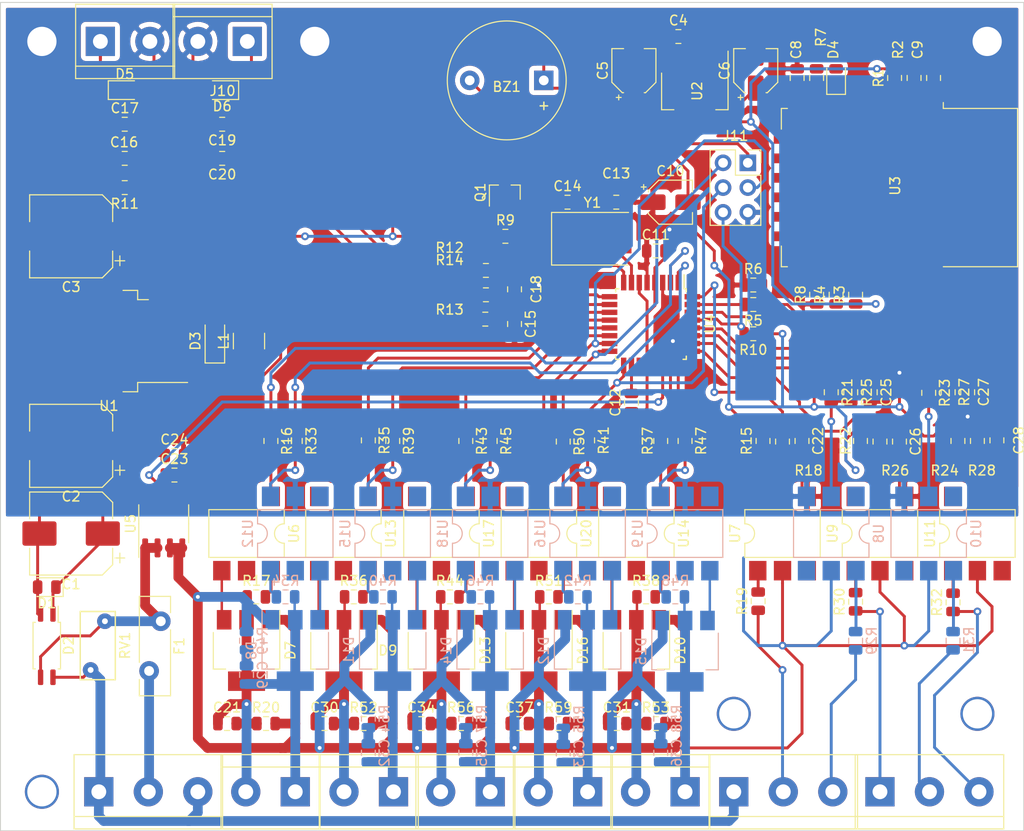
<source format=kicad_pcb>
(kicad_pcb (version 20171130) (host pcbnew "(5.1.6)-1")
  (layers (0 F.Cu signal) (31 B.Cu signal) (34 B.Paste user hide) (35 F.Paste user hide) (36 B.SilkS user hide) (37 F.SilkS user hide) (38 B.Mask user hide) (39 F.Mask user hide) (44 Edge.Cuts user))
  (net 0 "")
  (net 1 5V)
  (net 2 "Net-(BZ1-Pad2)")
  (net 3 "Net-(C1-Pad1)")
  (net 4 GND)
  (net 5 3.3V)
  (net 6 "Net-(C9-Pad1)")
  (net 7 "Net-(C12-Pad2)")
  (net 8 "Net-(C13-Pad2)")
  (net 9 "Net-(C14-Pad2)")
  (net 10 Temp_0)
  (net 11 Temp_1)
  (net 12 "Net-(C21-Pad2)")
  (net 13 "Net-(C23-Pad1)")
  (net 14 24acV1_F)
  (net 15 24acV2)
  (net 16 Entrada_1)
  (net 17 Salida_1)
  (net 18 24acV1)
  (net 19 Salida_2)
  (net 20 Salida_3)
  (net 21 Salida_4)
  (net 22 Salida_5)
  (net 23 Salida_6)
  (net 24 Salida_7)
  (net 25 Salida_8)
  (net 26 Salida_9)
  (net 27 Salida_10)
  (net 28 Entrada_2)
  (net 29 Entrada_3)
  (net 30 Entrada_4)
  (net 31 "Net-(Q1-Pad1)")
  (net 32 "Net-(R1-Pad1)")
  (net 33 "Net-(R3-Pad2)")
  (net 34 "Net-(R4-Pad2)")
  (net 35 Rx_ESP_5V)
  (net 36 "Net-(R5-Pad1)")
  (net 37 "Net-(R7-Pad2)")
  (net 38 "Net-(R8-Pad2)")
  (net 39 "Net-(R9-Pad2)")
  (net 40 E1)
  (net 41 S1)
  (net 42 "Net-(R17-Pad2)")
  (net 43 "Net-(U3-Pad2)")
  (net 44 "Net-(U3-Pad4)")
  (net 45 E5)
  (net 46 "Net-(U3-Pad6)")
  (net 47 "Net-(U3-Pad9)")
  (net 48 "Net-(U3-Pad10)")
  (net 49 "Net-(U3-Pad11)")
  (net 50 "Net-(U3-Pad12)")
  (net 51 "Net-(U3-Pad13)")
  (net 52 "Net-(U3-Pad14)")
  (net 53 "Net-(U3-Pad19)")
  (net 54 "Net-(U3-Pad20)")
  (net 55 Tx_ESP)
  (net 56 S2)
  (net 57 S3)
  (net 58 S4)
  (net 59 S5)
  (net 60 S6)
  (net 61 S7)
  (net 62 S8)
  (net 63 S9)
  (net 64 S10)
  (net 65 E3)
  (net 66 E4)
  (net 67 AD0)
  (net 68 AD1)
  (net 69 Corriente)
  (net 70 E2)
  (net 71 "Net-(U6-Pad5)")
  (net 72 "Net-(U6-Pad3)")
  (net 73 "Net-(C29-Pad2)")
  (net 74 "Net-(C30-Pad2)")
  (net 75 "Net-(C31-Pad2)")
  (net 76 "Net-(C32-Pad2)")
  (net 77 "Net-(C33-Pad2)")
  (net 78 "Net-(C34-Pad2)")
  (net 79 "Net-(C35-Pad2)")
  (net 80 "Net-(C36-Pad2)")
  (net 81 "Net-(C37-Pad2)")
  (net 82 "Net-(D8-Pad3)")
  (net 83 "Net-(D9-Pad3)")
  (net 84 "Net-(D10-Pad3)")
  (net 85 Entrada_5)
  (net 86 "Net-(D11-Pad3)")
  (net 87 "Net-(R29-Pad2)")
  (net 88 "Net-(R30-Pad2)")
  (net 89 "Net-(R31-Pad2)")
  (net 90 "Net-(R32-Pad2)")
  (net 91 "Net-(R33-Pad2)")
  (net 92 "Net-(R34-Pad2)")
  (net 93 "Net-(R35-Pad2)")
  (net 94 "Net-(R36-Pad2)")
  (net 95 "Net-(R37-Pad2)")
  (net 96 "Net-(R38-Pad2)")
  (net 97 "Net-(R39-Pad2)")
  (net 98 "Net-(R40-Pad2)")
  (net 99 "Net-(R41-Pad2)")
  (net 100 "Net-(R42-Pad2)")
  (net 101 "Net-(R43-Pad2)")
  (net 102 "Net-(R45-Pad2)")
  (net 103 "Net-(R46-Pad2)")
  (net 104 "Net-(U12-Pad5)")
  (net 105 "Net-(U12-Pad3)")
  (net 106 "Net-(U13-Pad3)")
  (net 107 "Net-(U13-Pad5)")
  (net 108 "Net-(U14-Pad3)")
  (net 109 "Net-(U14-Pad5)")
  (net 110 "Net-(U15-Pad5)")
  (net 111 "Net-(U15-Pad3)")
  (net 112 "Net-(U16-Pad5)")
  (net 113 "Net-(U16-Pad3)")
  (net 114 "Net-(U17-Pad5)")
  (net 115 "Net-(U17-Pad3)")
  (net 116 "Net-(U18-Pad3)")
  (net 117 "Net-(U18-Pad5)")
  (net 118 "Net-(U19-Pad5)")
  (net 119 "Net-(U19-Pad3)")
  (net 120 "Net-(U20-Pad3)")
  (net 121 "Net-(U20-Pad5)")
  (net 122 Comun_salida_I)
  (net 123 "Net-(D7-Pad3)")
  (net 124 "Net-(D12-Pad3)")
  (net 125 "Net-(D13-Pad3)")
  (net 126 "Net-(D14-Pad3)")
  (net 127 "Net-(D15-Pad3)")
  (net 128 "Net-(D16-Pad3)")
  (net 129 "Net-(D3-Pad1)")
  (net 130 "Net-(D4-Pad2)")
  (net 131 "Net-(R15-Pad2)")
  (net 132 "Net-(R16-Pad2)")
  (net 133 "Net-(R19-Pad2)")
  (net 134 "Net-(R21-Pad2)")
  (net 135 "Net-(R22-Pad2)")
  (net 136 "Net-(R23-Pad2)")
  (net 137 "Net-(R24-Pad2)")
  (net 138 "Net-(R44-Pad2)")
  (net 139 "Net-(R47-Pad2)")
  (net 140 "Net-(R48-Pad2)")
  (net 141 "Net-(R50-Pad2)")
  (net 142 "Net-(R51-Pad2)")
  (net 143 "Net-(U7-Pad6)")
  (net 144 "Net-(U7-Pad3)")
  (net 145 "Net-(U8-Pad3)")
  (net 146 "Net-(U8-Pad6)")
  (net 147 "Net-(U9-Pad3)")
  (net 148 "Net-(U9-Pad6)")
  (net 149 "Net-(U10-Pad6)")
  (net 150 "Net-(U10-Pad3)")
  (net 151 "Net-(U11-Pad3)")
  (net 152 "Net-(U11-Pad6)")
  (net 153 "Net-(U4-Pad19)")
  (net 154 "Net-(U3-Pad5)")
  (net 155 RST)
  (module Capacitor_SMD:CP_Elec_8x10 (layer F.Cu) (at 78 119.5 180)
    (fp_text reference C1 (at 0 -5.2) (layer F.SilkS))
    (fp_text value 100u)
    (pad 1 smd roundrect (at -3.25 0 180) (size 3.5 2.5) (layers F.Cu F.Paste F.Mask) (roundrect_rratio 0.1) (net 3 "Net-(C1-Pad1)"))
    (pad 2 smd roundrect (at 3.25 0 180) (size 3.5 2.5) (layers F.Cu F.Paste F.Mask) (roundrect_rratio 0.1) (net 4 GND))
  )
  (module Diode_SMD:D_SOD-123 (layer F.Cu) (at 92.75 99.75 90)
    (fp_text reference D3 (at 0 -2 90) (layer F.SilkS))
    (fp_text value 1N5819)
    (pad 1 smd rect (at -1.65 0 90) (size 0.9 1.2) (layers F.Cu F.Paste F.Mask) (net 129 "Net-(D3-Pad1)"))
    (pad 2 smd rect (at 1.65 0 90) (size 0.9 1.2) (layers F.Cu F.Paste F.Mask) (net 4 GND))
  )
  (module TerminalBlock:TerminalBlock_bornier-2_P5.08mm (layer F.Cu) (at 81 69)
    (fp_text reference J9 (at 2.54 -5.08) (layer F.SilkS))
    (fp_text value Conn_01x02_Male)
    (pad 1 thru_hole rect (at 0 0) (size 3 3) (drill 1.52) (layers *.Cu *.Mask) (net 10 Temp_0))
    (pad 2 thru_hole circle (at 5.08 0) (size 3 3) (drill 1.52) (layers *.Cu *.Mask) (net 4 GND))
  )
  (module Package_DIP:SMDIP-6_W7.62mm (layer B.Cu) (at 141 119.5 270)
    (fp_text reference U19 (at 0 4.87 90) (layer B.SilkS) (effects (justify mirror)))
    (fp_text value MOC3021M)
    (pad 6 smd rect (at 3.81 2.54 270) (size 2 1.78) (layers B.Cu B.Paste B.Mask) (net 140 "Net-(R48-Pad2)"))
    (pad 3 smd rect (at -3.81 -2.54 270) (size 2 1.78) (layers B.Cu B.Paste B.Mask) (net 119 "Net-(U19-Pad3)"))
    (pad 5 smd rect (at 3.81 0 270) (size 2 1.78) (layers B.Cu B.Paste B.Mask) (net 118 "Net-(U19-Pad5)"))
    (pad 2 smd rect (at -3.81 0 270) (size 2 1.78) (layers B.Cu B.Paste B.Mask) (net 4 GND))
    (pad 4 smd rect (at 3.81 -2.54 270) (size 2 1.78) (layers B.Cu B.Paste B.Mask) (net 127 "Net-(D15-Pad3)"))
    (pad 1 smd rect (at -3.81 2.54 270) (size 2 1.78) (layers B.Cu B.Paste B.Mask) (net 139 "Net-(R47-Pad2)"))
  )
  (module Package_TO_SOT_SMD:SOT-223-3_TabPin2 (layer F.Cu) (at 106 131.5 270)
    (fp_text reference D9 (at 0 -4.5 180) (layer F.SilkS))
    (fp_text value Z0107mn)
    (pad 2 smd rect (at 3.15 0 270) (size 2 3.8) (layers F.Cu F.Paste F.Mask) (net 20 Salida_3))
    (pad 2 smd rect (at -3.15 0 270) (size 2 1.5) (layers F.Cu F.Paste F.Mask) (net 20 Salida_3))
    (pad 3 smd rect (at -3.15 2.3 270) (size 2 1.5) (layers F.Cu F.Paste F.Mask) (net 83 "Net-(D9-Pad3)"))
    (pad 1 smd rect (at -3.15 -2.3 270) (size 2 1.5) (layers F.Cu F.Paste F.Mask) (net 122 Comun_salida_I))
  )
  (module Capacitor_SMD:C_0805_2012Metric (layer B.Cu) (at 96 134 90)
    (fp_text reference C29 (at 0 1.65 90) (layer B.SilkS) (effects (justify mirror)))
    (fp_text value 10n)
    (pad 2 smd roundrect (at 0.9375 0 90) (size 0.975 1.4) (layers B.Cu B.Paste B.Mask) (net 73 "Net-(C29-Pad2)"))
    (pad 1 smd roundrect (at -0.9375 0 90) (size 0.975 1.4) (layers B.Cu B.Paste B.Mask) (net 19 Salida_2))
  )
  (module Resistor_SMD:R_0805_2012Metric (layer B.Cu) (at 100 126 180)
    (fp_text reference R34 (at 0 1.65 180) (layer B.SilkS) (effects (justify mirror)))
    (fp_text value 1k)
    (pad 2 smd roundrect (at 0.9375 0 180) (size 0.975 1.4) (layers B.Cu B.Paste B.Mask) (net 92 "Net-(R34-Pad2)"))
    (pad 1 smd roundrect (at -0.9375 0 180) (size 0.975 1.4) (layers B.Cu B.Paste B.Mask) (net 19 Salida_2))
  )
  (module Resistor_SMD:R_0805_2012Metric (layer F.Cu) (at 137 126)
    (fp_text reference R38 (at 0 -1.65) (layer F.SilkS))
    (fp_text value 1k)
    (pad 2 smd roundrect (at 0.9375 0) (size 0.975 1.4) (layers F.Cu F.Paste F.Mask) (net 96 "Net-(R38-Pad2)"))
    (pad 1 smd roundrect (at -0.9375 0) (size 0.975 1.4) (layers F.Cu F.Paste F.Mask) (net 26 Salida_9))
  )
  (module Resistor_SMD:R_0805_2012Metric (layer F.Cu) (at 128 139)
    (fp_text reference R59 (at 0 -1.65) (layer F.SilkS))
    (fp_text value 100)
    (pad 2 smd roundrect (at 0.9375 0) (size 0.975 1.4) (layers F.Cu F.Paste F.Mask) (net 122 Comun_salida_I))
    (pad 1 smd roundrect (at -0.9375 0) (size 0.975 1.4) (layers F.Cu F.Paste F.Mask) (net 81 "Net-(C37-Pad2)"))
  )
  (module Resistor_SMD:R_0805_2012Metric (layer F.Cu) (at 108 139)
    (fp_text reference R52 (at 0 -1.65) (layer F.SilkS))
    (fp_text value 100)
    (pad 1 smd roundrect (at -0.9375 0) (size 0.975 1.4) (layers F.Cu F.Paste F.Mask) (net 74 "Net-(C30-Pad2)"))
    (pad 2 smd roundrect (at 0.9375 0) (size 0.975 1.4) (layers F.Cu F.Paste F.Mask) (net 122 Comun_salida_I))
  )
  (module Package_DIP:SMDIP-6_W7.62mm (layer F.Cu) (at 96 119.5 270)
    (fp_text reference U6 (at 0 -4.87 90) (layer F.SilkS))
    (fp_text value MOC3021M)
    (pad 6 smd rect (at 3.81 -2.54 270) (size 2 1.78) (layers F.Cu F.Paste F.Mask) (net 42 "Net-(R17-Pad2)"))
    (pad 3 smd rect (at -3.81 2.54 270) (size 2 1.78) (layers F.Cu F.Paste F.Mask) (net 72 "Net-(U6-Pad3)"))
    (pad 5 smd rect (at 3.81 0 270) (size 2 1.78) (layers F.Cu F.Paste F.Mask) (net 71 "Net-(U6-Pad5)"))
    (pad 2 smd rect (at -3.81 0 270) (size 2 1.78) (layers F.Cu F.Paste F.Mask) (net 4 GND))
    (pad 4 smd rect (at 3.81 2.54 270) (size 2 1.78) (layers F.Cu F.Paste F.Mask) (net 123 "Net-(D7-Pad3)"))
    (pad 1 smd rect (at -3.81 -2.54 270) (size 2 1.78) (layers F.Cu F.Paste F.Mask) (net 132 "Net-(R16-Pad2)"))
  )
  (module Capacitor_SMD:C_0805_2012Metric (layer F.Cu) (at 94 139)
    (fp_text reference C21 (at 0 -1.65) (layer F.SilkS))
    (fp_text value 10n)
    (pad 2 smd roundrect (at 0.9375 0) (size 0.975 1.4) (layers F.Cu F.Paste F.Mask) (net 12 "Net-(C21-Pad2)"))
    (pad 1 smd roundrect (at -0.9375 0) (size 0.975 1.4) (layers F.Cu F.Paste F.Mask) (net 17 Salida_1))
  )
  (module Capacitor_SMD:C_0805_2012Metric (layer F.Cu) (at 104 139)
    (fp_text reference C30 (at 0 -1.65) (layer F.SilkS))
    (fp_text value 10n)
    (pad 1 smd roundrect (at -0.9375 0) (size 0.975 1.4) (layers F.Cu F.Paste F.Mask) (net 20 Salida_3))
    (pad 2 smd roundrect (at 0.9375 0) (size 0.975 1.4) (layers F.Cu F.Paste F.Mask) (net 74 "Net-(C30-Pad2)"))
  )
  (module Capacitor_SMD:C_0805_2012Metric (layer F.Cu) (at 134 139)
    (fp_text reference C31 (at 0 -1.65) (layer F.SilkS))
    (fp_text value 10n)
    (pad 1 smd roundrect (at -0.9375 0) (size 0.975 1.4) (layers F.Cu F.Paste F.Mask) (net 26 Salida_9))
    (pad 2 smd roundrect (at 0.9375 0) (size 0.975 1.4) (layers F.Cu F.Paste F.Mask) (net 75 "Net-(C31-Pad2)"))
  )
  (module Capacitor_SMD:C_0805_2012Metric (layer B.Cu) (at 108.5 142 90)
    (fp_text reference C32 (at 0 1.65 90) (layer B.SilkS) (effects (justify mirror)))
    (fp_text value 10n)
    (pad 2 smd roundrect (at 0.9375 0 90) (size 0.975 1.4) (layers B.Cu B.Paste B.Mask) (net 76 "Net-(C32-Pad2)"))
    (pad 1 smd roundrect (at -0.9375 0 90) (size 0.975 1.4) (layers B.Cu B.Paste B.Mask) (net 21 Salida_4))
  )
  (module Capacitor_SMD:C_0805_2012Metric (layer B.Cu) (at 128.5 142.0625 90)
    (fp_text reference C33 (at 0 1.65 90) (layer B.SilkS) (effects (justify mirror)))
    (fp_text value 10n)
    (pad 1 smd roundrect (at -0.9375 0 90) (size 0.975 1.4) (layers B.Cu B.Paste B.Mask) (net 25 Salida_8))
    (pad 2 smd roundrect (at 0.9375 0 90) (size 0.975 1.4) (layers B.Cu B.Paste B.Mask) (net 77 "Net-(C33-Pad2)"))
  )
  (module Capacitor_SMD:C_0805_2012Metric (layer F.Cu) (at 113.9375 139)
    (fp_text reference C34 (at 0 -1.65) (layer F.SilkS))
    (fp_text value 10n)
    (pad 1 smd roundrect (at -0.9375 0) (size 0.975 1.4) (layers F.Cu F.Paste F.Mask) (net 22 Salida_5))
    (pad 2 smd roundrect (at 0.9375 0) (size 0.975 1.4) (layers F.Cu F.Paste F.Mask) (net 78 "Net-(C34-Pad2)"))
  )
  (module Capacitor_SMD:C_0805_2012Metric (layer B.Cu) (at 118.5 141.987 90)
    (fp_text reference C35 (at 0 1.65 90) (layer B.SilkS) (effects (justify mirror)))
    (fp_text value 10n)
    (pad 1 smd roundrect (at -0.9375 0 90) (size 0.975 1.4) (layers B.Cu B.Paste B.Mask) (net 23 Salida_6))
    (pad 2 smd roundrect (at 0.9375 0 90) (size 0.975 1.4) (layers B.Cu B.Paste B.Mask) (net 79 "Net-(C35-Pad2)"))
  )
  (module Capacitor_SMD:C_0805_2012Metric (layer B.Cu) (at 138.5 142 90)
    (fp_text reference C36 (at 0 1.65 90) (layer B.SilkS) (effects (justify mirror)))
    (fp_text value 10n)
    (pad 1 smd roundrect (at -0.9375 0 90) (size 0.975 1.4) (layers B.Cu B.Paste B.Mask) (net 27 Salida_10))
    (pad 2 smd roundrect (at 0.9375 0 90) (size 0.975 1.4) (layers B.Cu B.Paste B.Mask) (net 80 "Net-(C36-Pad2)"))
  )
  (module Capacitor_SMD:C_0805_2012Metric (layer F.Cu) (at 124 139)
    (fp_text reference C37 (at 0 -1.65) (layer F.SilkS))
    (fp_text value 10n)
    (pad 1 smd roundrect (at -0.9375 0) (size 0.975 1.4) (layers F.Cu F.Paste F.Mask) (net 24 Salida_7))
    (pad 2 smd roundrect (at 0.9375 0) (size 0.975 1.4) (layers F.Cu F.Paste F.Mask) (net 81 "Net-(C37-Pad2)"))
  )
  (module Package_TO_SOT_SMD:SOT-223-3_TabPin2 (layer F.Cu) (at 96 131.5 270)
    (fp_text reference D7 (at 0 -4.5 90) (layer F.SilkS))
    (fp_text value Z0107mn)
    (pad 2 smd rect (at 3.15 0 270) (size 2 3.8) (layers F.Cu F.Paste F.Mask) (net 17 Salida_1))
    (pad 2 smd rect (at -3.15 0 270) (size 2 1.5) (layers F.Cu F.Paste F.Mask) (net 17 Salida_1))
    (pad 3 smd rect (at -3.15 2.3 270) (size 2 1.5) (layers F.Cu F.Paste F.Mask) (net 123 "Net-(D7-Pad3)"))
    (pad 1 smd rect (at -3.15 -2.3 270) (size 2 1.5) (layers F.Cu F.Paste F.Mask) (net 122 Comun_salida_I))
  )
  (module Package_TO_SOT_SMD:SOT-223-3_TabPin2 (layer B.Cu) (at 101 131.5 270)
    (fp_text reference D8 (at 0 4.5 90) (layer B.SilkS) (effects (justify mirror)))
    (fp_text value Z0107mn)
    (pad 1 smd rect (at -3.15 2.3 270) (size 2 1.5) (layers B.Cu B.Paste B.Mask) (net 122 Comun_salida_I))
    (pad 3 smd rect (at -3.15 -2.3 270) (size 2 1.5) (layers B.Cu B.Paste B.Mask) (net 82 "Net-(D8-Pad3)"))
    (pad 2 smd rect (at -3.15 0 270) (size 2 1.5) (layers B.Cu B.Paste B.Mask) (net 19 Salida_2))
    (pad 2 smd rect (at 3.15 0 270) (size 2 3.8) (layers B.Cu B.Paste B.Mask) (net 19 Salida_2))
  )
  (module Package_TO_SOT_SMD:SOT-223-3_TabPin2 (layer F.Cu) (at 136 131.5 270)
    (fp_text reference D10 (at 0 -4.5 90) (layer F.SilkS))
    (fp_text value Z0107mn)
    (pad 1 smd rect (at -3.15 -2.3 270) (size 2 1.5) (layers F.Cu F.Paste F.Mask) (net 122 Comun_salida_I))
    (pad 3 smd rect (at -3.15 2.3 270) (size 2 1.5) (layers F.Cu F.Paste F.Mask) (net 84 "Net-(D10-Pad3)"))
    (pad 2 smd rect (at -3.15 0 270) (size 2 1.5) (layers F.Cu F.Paste F.Mask) (net 26 Salida_9))
    (pad 2 smd rect (at 3.15 0 270) (size 2 3.8) (layers F.Cu F.Paste F.Mask) (net 26 Salida_9))
  )
  (module Package_TO_SOT_SMD:SOT-223-3_TabPin2 (layer B.Cu) (at 111 131.5 270)
    (fp_text reference D11 (at 0 4.5 90) (layer B.SilkS) (effects (justify mirror)))
    (fp_text value Z0107mn)
    (pad 2 smd rect (at 3.15 0 270) (size 2 3.8) (layers B.Cu B.Paste B.Mask) (net 21 Salida_4))
    (pad 2 smd rect (at -3.15 0 270) (size 2 1.5) (layers B.Cu B.Paste B.Mask) (net 21 Salida_4))
    (pad 3 smd rect (at -3.15 -2.3 270) (size 2 1.5) (layers B.Cu B.Paste B.Mask) (net 86 "Net-(D11-Pad3)"))
    (pad 1 smd rect (at -3.15 2.3 270) (size 2 1.5) (layers B.Cu B.Paste B.Mask) (net 122 Comun_salida_I))
  )
  (module Package_TO_SOT_SMD:SOT-223-3_TabPin2 (layer B.Cu) (at 131 131.5 270)
    (fp_text reference D12 (at 0 4.5 270) (layer B.SilkS) (effects (justify mirror)))
    (fp_text value Z0107mn)
    (pad 1 smd rect (at -3.15 2.3 270) (size 2 1.5) (layers B.Cu B.Paste B.Mask) (net 122 Comun_salida_I))
    (pad 3 smd rect (at -3.15 -2.3 270) (size 2 1.5) (layers B.Cu B.Paste B.Mask) (net 124 "Net-(D12-Pad3)"))
    (pad 2 smd rect (at -3.15 0 270) (size 2 1.5) (layers B.Cu B.Paste B.Mask) (net 25 Salida_8))
    (pad 2 smd rect (at 3.15 0 270) (size 2 3.8) (layers B.Cu B.Paste B.Mask) (net 25 Salida_8))
  )
  (module Package_TO_SOT_SMD:SOT-223-3_TabPin2 (layer F.Cu) (at 116 131.5 270)
    (fp_text reference D13 (at 0 -4.5 90) (layer F.SilkS))
    (fp_text value Z0107mn)
    (pad 1 smd rect (at -3.15 -2.3 270) (size 2 1.5) (layers F.Cu F.Paste F.Mask) (net 122 Comun_salida_I))
    (pad 3 smd rect (at -3.15 2.3 270) (size 2 1.5) (layers F.Cu F.Paste F.Mask) (net 125 "Net-(D13-Pad3)"))
    (pad 2 smd rect (at -3.15 0 270) (size 2 1.5) (layers F.Cu F.Paste F.Mask) (net 22 Salida_5))
    (pad 2 smd rect (at 3.15 0 270) (size 2 3.8) (layers F.Cu F.Paste F.Mask) (net 22 Salida_5))
  )
  (module Package_TO_SOT_SMD:SOT-223-3_TabPin2 (layer B.Cu) (at 121 131.5 270)
    (fp_text reference D14 (at 0 4.5 270) (layer B.SilkS) (effects (justify mirror)))
    (fp_text value Z0107mn)
    (pad 2 smd rect (at 3.15 0 270) (size 2 3.8) (layers B.Cu B.Paste B.Mask) (net 23 Salida_6))
    (pad 2 smd rect (at -3.15 0 270) (size 2 1.5) (layers B.Cu B.Paste B.Mask) (net 23 Salida_6))
    (pad 3 smd rect (at -3.15 -2.3 270) (size 2 1.5) (layers B.Cu B.Paste B.Mask) (net 126 "Net-(D14-Pad3)"))
    (pad 1 smd rect (at -3.15 2.3 270) (size 2 1.5) (layers B.Cu B.Paste B.Mask) (net 122 Comun_salida_I))
  )
  (module Package_TO_SOT_SMD:SOT-223-3_TabPin2 (layer B.Cu) (at 141 131.574 270)
    (fp_text reference D15 (at 0 4.5 270) (layer B.SilkS) (effects (justify mirror)))
    (fp_text value Z0107mn)
    (pad 2 smd rect (at 3.15 0 270) (size 2 3.8) (layers B.Cu B.Paste B.Mask) (net 27 Salida_10))
    (pad 2 smd rect (at -3.15 0 270) (size 2 1.5) (layers B.Cu B.Paste B.Mask) (net 27 Salida_10))
    (pad 3 smd rect (at -3.15 -2.3 270) (size 2 1.5) (layers B.Cu B.Paste B.Mask) (net 127 "Net-(D15-Pad3)"))
    (pad 1 smd rect (at -3.15 2.3 270) (size 2 1.5) (layers B.Cu B.Paste B.Mask) (net 122 Comun_salida_I))
  )
  (module Package_TO_SOT_SMD:SOT-223-3_TabPin2 (layer F.Cu) (at 126.006 131.5 270)
    (fp_text reference D16 (at 0 -4.5 90) (layer F.SilkS))
    (fp_text value Z0107mn)
    (pad 2 smd rect (at 3.15 0 270) (size 2 3.8) (layers F.Cu F.Paste F.Mask) (net 24 Salida_7))
    (pad 2 smd rect (at -3.15 0 270) (size 2 1.5) (layers F.Cu F.Paste F.Mask) (net 24 Salida_7))
    (pad 3 smd rect (at -3.15 2.3 270) (size 2 1.5) (layers F.Cu F.Paste F.Mask) (net 128 "Net-(D16-Pad3)"))
    (pad 1 smd rect (at -3.15 -2.3 270) (size 2 1.5) (layers F.Cu F.Paste F.Mask) (net 122 Comun_salida_I))
  )
  (module Resistor_SMD:R_0805_2012Metric (layer F.Cu) (at 97 126)
    (fp_text reference R17 (at 0 -1.65) (layer F.SilkS))
    (fp_text value 1k)
    (pad 1 smd roundrect (at -0.9375 0) (size 0.975 1.4) (layers F.Cu F.Paste F.Mask) (net 17 Salida_1))
    (pad 2 smd roundrect (at 0.9375 0) (size 0.975 1.4) (layers F.Cu F.Paste F.Mask) (net 42 "Net-(R17-Pad2)"))
  )
  (module Resistor_SMD:R_0805_2012Metric (layer F.Cu) (at 98 139)
    (fp_text reference R20 (at 0 -1.65) (layer F.SilkS))
    (fp_text value 100)
    (pad 1 smd roundrect (at -0.9375 0) (size 0.975 1.4) (layers F.Cu F.Paste F.Mask) (net 12 "Net-(C21-Pad2)"))
    (pad 2 smd roundrect (at 0.9375 0) (size 0.975 1.4) (layers F.Cu F.Paste F.Mask) (net 122 Comun_salida_I))
  )
  (module Resistor_SMD:R_0805_2012Metric (layer F.Cu) (at 107 126)
    (fp_text reference R36 (at 0 -1.65) (layer F.SilkS))
    (fp_text value 1k)
    (pad 1 smd roundrect (at -0.9375 0) (size 0.975 1.4) (layers F.Cu F.Paste F.Mask) (net 20 Salida_3))
    (pad 2 smd roundrect (at 0.9375 0) (size 0.975 1.4) (layers F.Cu F.Paste F.Mask) (net 94 "Net-(R36-Pad2)"))
  )
  (module Resistor_SMD:R_0805_2012Metric (layer B.Cu) (at 110 126 180)
    (fp_text reference R40 (at 0 1.65) (layer B.SilkS) (effects (justify mirror)))
    (fp_text value 1k)
    (pad 1 smd roundrect (at -0.9375 0 180) (size 0.975 1.4) (layers B.Cu B.Paste B.Mask) (net 21 Salida_4))
    (pad 2 smd roundrect (at 0.9375 0 180) (size 0.975 1.4) (layers B.Cu B.Paste B.Mask) (net 98 "Net-(R40-Pad2)"))
  )
  (module Resistor_SMD:R_0805_2012Metric (layer B.Cu) (at 130 126 180)
    (fp_text reference R42 (at 0 1.65) (layer B.SilkS) (effects (justify mirror)))
    (fp_text value 1k)
    (pad 1 smd roundrect (at -0.9375 0 180) (size 0.975 1.4) (layers B.Cu B.Paste B.Mask) (net 25 Salida_8))
    (pad 2 smd roundrect (at 0.9375 0 180) (size 0.975 1.4) (layers B.Cu B.Paste B.Mask) (net 100 "Net-(R42-Pad2)"))
  )
  (module Resistor_SMD:R_0805_2012Metric (layer F.Cu) (at 116.862 126)
    (fp_text reference R44 (at 0 -1.65) (layer F.SilkS))
    (fp_text value 1k)
    (pad 2 smd roundrect (at 0.9375 0) (size 0.975 1.4) (layers F.Cu F.Paste F.Mask) (net 138 "Net-(R44-Pad2)"))
    (pad 1 smd roundrect (at -0.9375 0) (size 0.975 1.4) (layers F.Cu F.Paste F.Mask) (net 22 Salida_5))
  )
  (module Resistor_SMD:R_0805_2012Metric (layer B.Cu) (at 120 126 180)
    (fp_text reference R46 (at 0 1.65) (layer B.SilkS) (effects (justify mirror)))
    (fp_text value 1k)
    (pad 1 smd roundrect (at -0.9375 0 180) (size 0.975 1.4) (layers B.Cu B.Paste B.Mask) (net 23 Salida_6))
    (pad 2 smd roundrect (at 0.9375 0 180) (size 0.975 1.4) (layers B.Cu B.Paste B.Mask) (net 103 "Net-(R46-Pad2)"))
  )
  (module Resistor_SMD:R_0805_2012Metric (layer B.Cu) (at 140 126 180)
    (fp_text reference R48 (at 0 1.65) (layer B.SilkS) (effects (justify mirror)))
    (fp_text value 1k)
    (pad 1 smd roundrect (at -0.9375 0 180) (size 0.975 1.4) (layers B.Cu B.Paste B.Mask) (net 27 Salida_10))
    (pad 2 smd roundrect (at 0.9375 0 180) (size 0.975 1.4) (layers B.Cu B.Paste B.Mask) (net 140 "Net-(R48-Pad2)"))
  )
  (module Resistor_SMD:R_0805_2012Metric (layer B.Cu) (at 96 130.5 90)
    (fp_text reference R49 (at 0 1.65 90) (layer B.SilkS) (effects (justify mirror)))
    (fp_text value 100)
    (pad 2 smd roundrect (at 0.9375 0 90) (size 0.975 1.4) (layers B.Cu B.Paste B.Mask) (net 122 Comun_salida_I))
    (pad 1 smd roundrect (at -0.9375 0 90) (size 0.975 1.4) (layers B.Cu B.Paste B.Mask) (net 73 "Net-(C29-Pad2)"))
  )
  (module Resistor_SMD:R_0805_2012Metric (layer F.Cu) (at 127.022 126)
    (fp_text reference R51 (at 0 -1.65) (layer F.SilkS))
    (fp_text value 1k)
    (pad 2 smd roundrect (at 0.9375 0) (size 0.975 1.4) (layers F.Cu F.Paste F.Mask) (net 142 "Net-(R51-Pad2)"))
    (pad 1 smd roundrect (at -0.9375 0) (size 0.975 1.4) (layers F.Cu F.Paste F.Mask) (net 24 Salida_7))
  )
  (module Resistor_SMD:R_0805_2012Metric (layer F.Cu) (at 138 139)
    (fp_text reference R53 (at 0 -1.65) (layer F.SilkS))
    (fp_text value 100)
    (pad 2 smd roundrect (at 0.9375 0) (size 0.975 1.4) (layers F.Cu F.Paste F.Mask) (net 122 Comun_salida_I))
    (pad 1 smd roundrect (at -0.9375 0) (size 0.975 1.4) (layers F.Cu F.Paste F.Mask) (net 75 "Net-(C31-Pad2)"))
  )
  (module Resistor_SMD:R_0805_2012Metric (layer B.Cu) (at 108.5 138.5 90)
    (fp_text reference R54 (at 0 1.65 90) (layer B.SilkS) (effects (justify mirror)))
    (fp_text value 100)
    (pad 1 smd roundrect (at -0.9375 0 90) (size 0.975 1.4) (layers B.Cu B.Paste B.Mask) (net 76 "Net-(C32-Pad2)"))
    (pad 2 smd roundrect (at 0.9375 0 90) (size 0.975 1.4) (layers B.Cu B.Paste B.Mask) (net 122 Comun_salida_I))
  )
  (module Resistor_SMD:R_0805_2012Metric (layer B.Cu) (at 128.5 138.5625 90)
    (fp_text reference R55 (at 0 1.65 90) (layer B.SilkS) (effects (justify mirror)))
    (fp_text value 100)
    (pad 1 smd roundrect (at -0.9375 0 90) (size 0.975 1.4) (layers B.Cu B.Paste B.Mask) (net 77 "Net-(C33-Pad2)"))
    (pad 2 smd roundrect (at 0.9375 0 90) (size 0.975 1.4) (layers B.Cu B.Paste B.Mask) (net 122 Comun_salida_I))
  )
  (module Resistor_SMD:R_0805_2012Metric (layer F.Cu) (at 118 139)
    (fp_text reference R56 (at 0 -1.65) (layer F.SilkS))
    (fp_text value 100)
    (pad 2 smd roundrect (at 0.9375 0) (size 0.975 1.4) (layers F.Cu F.Paste F.Mask) (net 122 Comun_salida_I))
    (pad 1 smd roundrect (at -0.9375 0) (size 0.975 1.4) (layers F.Cu F.Paste F.Mask) (net 78 "Net-(C34-Pad2)"))
  )
  (module Resistor_SMD:R_0805_2012Metric (layer B.Cu) (at 118.5 138.5 90)
    (fp_text reference R57 (at 0 1.65 90) (layer B.SilkS) (effects (justify mirror)))
    (fp_text value 100)
    (pad 1 smd roundrect (at -0.9375 0 90) (size 0.975 1.4) (layers B.Cu B.Paste B.Mask) (net 79 "Net-(C35-Pad2)"))
    (pad 2 smd roundrect (at 0.9375 0 90) (size 0.975 1.4) (layers B.Cu B.Paste B.Mask) (net 122 Comun_salida_I))
  )
  (module Resistor_SMD:R_0805_2012Metric (layer B.Cu) (at 138.5 138.5 90)
    (fp_text reference R58 (at 0 1.65 90) (layer B.SilkS) (effects (justify mirror)))
    (fp_text value 100)
    (pad 1 smd roundrect (at -0.9375 0 90) (size 0.975 1.4) (layers B.Cu B.Paste B.Mask) (net 80 "Net-(C36-Pad2)"))
    (pad 2 smd roundrect (at 0.9375 0 90) (size 0.975 1.4) (layers B.Cu B.Paste B.Mask) (net 122 Comun_salida_I))
  )
  (module Package_DIP:SMDIP-6_W7.62mm (layer B.Cu) (at 101 119.5 270)
    (fp_text reference U12 (at 0 4.87 270) (layer B.SilkS) (effects (justify mirror)))
    (fp_text value MOC3021M)
    (pad 6 smd rect (at 3.81 2.54 270) (size 2 1.78) (layers B.Cu B.Paste B.Mask) (net 92 "Net-(R34-Pad2)"))
    (pad 3 smd rect (at -3.81 -2.54 270) (size 2 1.78) (layers B.Cu B.Paste B.Mask) (net 105 "Net-(U12-Pad3)"))
    (pad 5 smd rect (at 3.81 0 270) (size 2 1.78) (layers B.Cu B.Paste B.Mask) (net 104 "Net-(U12-Pad5)"))
    (pad 2 smd rect (at -3.81 0 270) (size 2 1.78) (layers B.Cu B.Paste B.Mask) (net 4 GND))
    (pad 4 smd rect (at 3.81 -2.54 270) (size 2 1.78) (layers B.Cu B.Paste B.Mask) (net 82 "Net-(D8-Pad3)"))
    (pad 1 smd rect (at -3.81 2.54 270) (size 2 1.78) (layers B.Cu B.Paste B.Mask) (net 91 "Net-(R33-Pad2)"))
  )
  (module Package_DIP:SMDIP-6_W7.62mm (layer F.Cu) (at 105.94 119.5 270)
    (fp_text reference U13 (at 0 -4.87 90) (layer F.SilkS))
    (fp_text value MOC3021M)
    (pad 1 smd rect (at -3.81 -2.54 270) (size 2 1.78) (layers F.Cu F.Paste F.Mask) (net 93 "Net-(R35-Pad2)"))
    (pad 4 smd rect (at 3.81 2.54 270) (size 2 1.78) (layers F.Cu F.Paste F.Mask) (net 83 "Net-(D9-Pad3)"))
    (pad 2 smd rect (at -3.81 0 270) (size 2 1.78) (layers F.Cu F.Paste F.Mask) (net 4 GND))
    (pad 5 smd rect (at 3.81 0 270) (size 2 1.78) (layers F.Cu F.Paste F.Mask) (net 107 "Net-(U13-Pad5)"))
    (pad 3 smd rect (at -3.81 2.54 270) (size 2 1.78) (layers F.Cu F.Paste F.Mask) (net 106 "Net-(U13-Pad3)"))
    (pad 6 smd rect (at 3.81 -2.54 270) (size 2 1.78) (layers F.Cu F.Paste F.Mask) (net 94 "Net-(R36-Pad2)"))
  )
  (module Package_DIP:SMDIP-6_W7.62mm (layer F.Cu) (at 136 119.5 270)
    (fp_text reference U14 (at 0 -4.87 90) (layer F.SilkS))
    (fp_text value MOC3021M)
    (pad 1 smd rect (at -3.81 -2.54 270) (size 2 1.78) (layers F.Cu F.Paste F.Mask) (net 95 "Net-(R37-Pad2)"))
    (pad 4 smd rect (at 3.81 2.54 270) (size 2 1.78) (layers F.Cu F.Paste F.Mask) (net 84 "Net-(D10-Pad3)"))
    (pad 2 smd rect (at -3.81 0 270) (size 2 1.78) (layers F.Cu F.Paste F.Mask) (net 4 GND))
    (pad 5 smd rect (at 3.81 0 270) (size 2 1.78) (layers F.Cu F.Paste F.Mask) (net 109 "Net-(U14-Pad5)"))
    (pad 3 smd rect (at -3.81 2.54 270) (size 2 1.78) (layers F.Cu F.Paste F.Mask) (net 108 "Net-(U14-Pad3)"))
    (pad 6 smd rect (at 3.81 -2.54 270) (size 2 1.78) (layers F.Cu F.Paste F.Mask) (net 96 "Net-(R38-Pad2)"))
  )
  (module Package_DIP:SMDIP-6_W7.62mm (layer B.Cu) (at 111 119.5 270)
    (fp_text reference U15 (at 0 4.87 90) (layer B.SilkS) (effects (justify mirror)))
    (fp_text value MOC3021M)
    (pad 1 smd rect (at -3.81 2.54 270) (size 2 1.78) (layers B.Cu B.Paste B.Mask) (net 97 "Net-(R39-Pad2)"))
    (pad 4 smd rect (at 3.81 -2.54 270) (size 2 1.78) (layers B.Cu B.Paste B.Mask) (net 86 "Net-(D11-Pad3)"))
    (pad 2 smd rect (at -3.81 0 270) (size 2 1.78) (layers B.Cu B.Paste B.Mask) (net 4 GND))
    (pad 5 smd rect (at 3.81 0 270) (size 2 1.78) (layers B.Cu B.Paste B.Mask) (net 110 "Net-(U15-Pad5)"))
    (pad 3 smd rect (at -3.81 -2.54 270) (size 2 1.78) (layers B.Cu B.Paste B.Mask) (net 111 "Net-(U15-Pad3)"))
    (pad 6 smd rect (at 3.81 2.54 270) (size 2 1.78) (layers B.Cu B.Paste B.Mask) (net 98 "Net-(R40-Pad2)"))
  )
  (module Package_DIP:SMDIP-6_W7.62mm (layer B.Cu) (at 131 119.5 270)
    (fp_text reference U16 (at 0 4.87 90) (layer B.SilkS) (effects (justify mirror)))
    (fp_text value MOC3021M)
    (pad 6 smd rect (at 3.81 2.54 270) (size 2 1.78) (layers B.Cu B.Paste B.Mask) (net 100 "Net-(R42-Pad2)"))
    (pad 3 smd rect (at -3.81 -2.54 270) (size 2 1.78) (layers B.Cu B.Paste B.Mask) (net 113 "Net-(U16-Pad3)"))
    (pad 5 smd rect (at 3.81 0 270) (size 2 1.78) (layers B.Cu B.Paste B.Mask) (net 112 "Net-(U16-Pad5)"))
    (pad 2 smd rect (at -3.81 0 270) (size 2 1.78) (layers B.Cu B.Paste B.Mask) (net 4 GND))
    (pad 4 smd rect (at 3.81 -2.54 270) (size 2 1.78) (layers B.Cu B.Paste B.Mask) (net 124 "Net-(D12-Pad3)"))
    (pad 1 smd rect (at -3.81 2.54 270) (size 2 1.78) (layers B.Cu B.Paste B.Mask) (net 99 "Net-(R41-Pad2)"))
  )
  (module Package_DIP:SMDIP-6_W7.62mm (layer F.Cu) (at 116 119.5 270)
    (fp_text reference U17 (at 0 -4.87 90) (layer F.SilkS))
    (fp_text value MOC3021M)
    (pad 6 smd rect (at 3.81 -2.54 270) (size 2 1.78) (layers F.Cu F.Paste F.Mask) (net 138 "Net-(R44-Pad2)"))
    (pad 3 smd rect (at -3.81 2.54 270) (size 2 1.78) (layers F.Cu F.Paste F.Mask) (net 115 "Net-(U17-Pad3)"))
    (pad 5 smd rect (at 3.81 0 270) (size 2 1.78) (layers F.Cu F.Paste F.Mask) (net 114 "Net-(U17-Pad5)"))
    (pad 2 smd rect (at -3.81 0 270) (size 2 1.78) (layers F.Cu F.Paste F.Mask) (net 4 GND))
    (pad 4 smd rect (at 3.81 2.54 270) (size 2 1.78) (layers F.Cu F.Paste F.Mask) (net 125 "Net-(D13-Pad3)"))
    (pad 1 smd rect (at -3.81 -2.54 270) (size 2 1.78) (layers F.Cu F.Paste F.Mask) (net 101 "Net-(R43-Pad2)"))
  )
  (module Package_DIP:SMDIP-6_W7.62mm (layer B.Cu) (at 121 119.5 270)
    (fp_text reference U18 (at 0 4.87 90) (layer B.SilkS) (effects (justify mirror)))
    (fp_text value MOC3021M)
    (pad 1 smd rect (at -3.81 2.54 270) (size 2 1.78) (layers B.Cu B.Paste B.Mask) (net 102 "Net-(R45-Pad2)"))
    (pad 4 smd rect (at 3.81 -2.54 270) (size 2 1.78) (layers B.Cu B.Paste B.Mask) (net 126 "Net-(D14-Pad3)"))
    (pad 2 smd rect (at -3.81 0 270) (size 2 1.78) (layers B.Cu B.Paste B.Mask) (net 4 GND))
    (pad 5 smd rect (at 3.81 0 270) (size 2 1.78) (layers B.Cu B.Paste B.Mask) (net 117 "Net-(U18-Pad5)"))
    (pad 3 smd rect (at -3.81 -2.54 270) (size 2 1.78) (layers B.Cu B.Paste B.Mask) (net 116 "Net-(U18-Pad3)"))
    (pad 6 smd rect (at 3.81 2.54 270) (size 2 1.78) (layers B.Cu B.Paste B.Mask) (net 103 "Net-(R46-Pad2)"))
  )
  (module Package_DIP:SMDIP-6_W7.62mm (layer F.Cu) (at 126 119.5 270)
    (fp_text reference U20 (at 0 -4.87 90) (layer F.SilkS))
    (fp_text value MOC3021M)
    (pad 1 smd rect (at -3.81 -2.54 270) (size 2 1.78) (layers F.Cu F.Paste F.Mask) (net 141 "Net-(R50-Pad2)"))
    (pad 4 smd rect (at 3.81 2.54 270) (size 2 1.78) (layers F.Cu F.Paste F.Mask) (net 128 "Net-(D16-Pad3)"))
    (pad 2 smd rect (at -3.81 0 270) (size 2 1.78) (layers F.Cu F.Paste F.Mask) (net 4 GND))
    (pad 5 smd rect (at 3.81 0 270) (size 2 1.78) (layers F.Cu F.Paste F.Mask) (net 121 "Net-(U20-Pad5)"))
    (pad 3 smd rect (at -3.81 2.54 270) (size 2 1.78) (layers F.Cu F.Paste F.Mask) (net 120 "Net-(U20-Pad3)"))
    (pad 6 smd rect (at 3.81 -2.54 270) (size 2 1.78) (layers F.Cu F.Paste F.Mask) (net 142 "Net-(R51-Pad2)"))
  )
  (module Package_SO:SOIC-8_3.9x4.9mm_P1.27mm (layer F.Cu) (at 87.5 118.5 90)
    (fp_text reference U5 (at 0 -3.4 90) (layer F.SilkS))
    (fp_text value ACS712xLCTR-05B)
    (pad 1 smd roundrect (at -2.475 -1.905 90) (size 1.95 0.6) (layers F.Cu F.Paste F.Mask) (net 14 24acV1_F))
    (pad 2 smd roundrect (at -2.475 -0.635 90) (size 1.95 0.6) (layers F.Cu F.Paste F.Mask) (net 14 24acV1_F))
    (pad 3 smd roundrect (at -2.475 0.635 90) (size 1.95 0.6) (layers F.Cu F.Paste F.Mask) (net 122 Comun_salida_I))
    (pad 4 smd roundrect (at -2.475 1.905 90) (size 1.95 0.6) (layers F.Cu F.Paste F.Mask) (net 122 Comun_salida_I))
    (pad 5 smd roundrect (at 2.475 1.905 90) (size 1.95 0.6) (layers F.Cu F.Paste F.Mask) (net 4 GND))
    (pad 6 smd roundrect (at 2.475 0.635 90) (size 1.95 0.6) (layers F.Cu F.Paste F.Mask) (net 13 "Net-(C23-Pad1)"))
    (pad 7 smd roundrect (at 2.475 -0.635 90) (size 1.95 0.6) (layers F.Cu F.Paste F.Mask) (net 69 Corriente))
    (pad 8 smd roundrect (at 2.475 -1.905 90) (size 1.95 0.6) (layers F.Cu F.Paste F.Mask) (net 1 5V))
  )
  (module Fuse:Fuse_Bourns_MF-RHT400 (layer F.Cu) (at 87.2 128.5 270)
    (fp_text reference F1 (at 2.55 -1.9 90) (layer F.SilkS))
    (fp_text value 507-C1Q1.5CT-ND)
    (pad 1 thru_hole circle (at 0 0 270) (size 2.01 2.01) (drill 1.01) (layers *.Cu *.Mask) (net 14 24acV1_F))
    (pad 2 thru_hole circle (at 5.1 1.2 270) (size 2.01 2.01) (drill 1.01) (layers *.Cu *.Mask) (net 18 24acV1))
  )
  (module Buzzer_Beeper:Buzzer_12x9.5RM7.6 (layer F.Cu) (at 126.5 73 180)
    (fp_text reference BZ1 (at 3.8 -0.66) (layer F.SilkS))
    (fp_text value Buzzer)
    (fp_text user + (at -0.01 -2.54) (layer F.SilkS))
    (pad 1 thru_hole rect (at 0 0 180) (size 2 2) (drill 1) (layers *.Cu *.Mask) (net 1 5V))
    (pad 2 thru_hole circle (at 7.6 0 180) (size 2 2) (drill 1) (layers *.Cu *.Mask) (net 2 "Net-(BZ1-Pad2)"))
  )
  (module Capacitor_SMD:CP_Elec_8x10 (layer F.Cu) (at 78 110.5 180)
    (fp_text reference C2 (at 0 -5.2) (layer F.SilkS))
    (fp_text value 100u)
    (pad 1 smd roundrect (at -3.25 0 180) (size 3.5 2.5) (layers F.Cu F.Paste F.Mask) (roundrect_rratio 0.1) (net 3 "Net-(C1-Pad1)"))
    (pad 2 smd roundrect (at 3.25 0 180) (size 3.5 2.5) (layers F.Cu F.Paste F.Mask) (roundrect_rratio 0.1) (net 4 GND))
  )
  (module Capacitor_SMD:CP_Elec_8x10 (layer F.Cu) (at 78 89 180)
    (fp_text reference C3 (at 0 -5.2) (layer F.SilkS))
    (fp_text value 330uf)
    (pad 2 smd roundrect (at 3.25 0 180) (size 3.5 2.5) (layers F.Cu F.Paste F.Mask) (roundrect_rratio 0.1) (net 4 GND))
    (pad 1 smd roundrect (at -3.25 0 180) (size 3.5 2.5) (layers F.Cu F.Paste F.Mask) (roundrect_rratio 0.1) (net 1 5V))
  )
  (module Capacitor_SMD:C_0805_2012Metric (layer F.Cu) (at 140.3125 68.5)
    (fp_text reference C4 (at 0 -1.65) (layer F.SilkS))
    (fp_text value 10n)
    (pad 2 smd roundrect (at 0.9375 0) (size 0.975 1.4) (layers F.Cu F.Paste F.Mask) (net 4 GND))
    (pad 1 smd roundrect (at -0.9375 0) (size 0.975 1.4) (layers F.Cu F.Paste F.Mask) (net 1 5V))
  )
  (module Capacitor_SMD:CP_Elec_4x5.4 (layer F.Cu) (at 135.75 72 90)
    (fp_text reference C5 (at 0 -3.2 90) (layer F.SilkS))
    (fp_text value 10u)
    (pad 1 smd roundrect (at -1.8 0 90) (size 2.6 1.6) (layers F.Cu F.Paste F.Mask) (roundrect_rratio 0.15625) (net 1 5V))
    (pad 2 smd roundrect (at 1.8 0 90) (size 2.6 1.6) (layers F.Cu F.Paste F.Mask) (roundrect_rratio 0.15625) (net 4 GND))
  )
  (module Capacitor_SMD:CP_Elec_4x5.4 (layer F.Cu) (at 148.25 72 90)
    (fp_text reference C6 (at 0 -3.2 90) (layer F.SilkS))
    (fp_text value 10u)
    (pad 2 smd roundrect (at 1.8 0 90) (size 2.6 1.6) (layers F.Cu F.Paste F.Mask) (roundrect_rratio 0.15625) (net 4 GND))
    (pad 1 smd roundrect (at -1.8 0 90) (size 2.6 1.6) (layers F.Cu F.Paste F.Mask) (roundrect_rratio 0.15625) (net 5 3.3V))
  )
  (module Capacitor_SMD:C_0805_2012Metric (layer F.Cu) (at 152.5 72.75 90)
    (fp_text reference C8 (at 2.9 -0.1 90) (layer F.SilkS))
    (fp_text value 100n)
    (pad 2 smd roundrect (at 0.9375 0 90) (size 0.975 1.4) (layers F.Cu F.Paste F.Mask) (net 4 GND))
    (pad 1 smd roundrect (at -0.9375 0 90) (size 0.975 1.4) (layers F.Cu F.Paste F.Mask) (net 5 3.3V))
  )
  (module Capacitor_SMD:C_0805_2012Metric (layer F.Cu) (at 166.5 72.75 90)
    (fp_text reference C9 (at 2.9 -1.65 90) (layer F.SilkS))
    (fp_text value 100n)
    (pad 1 smd roundrect (at -0.9375 0 90) (size 0.975 1.4) (layers F.Cu F.Paste F.Mask) (net 6 "Net-(C9-Pad1)"))
    (pad 2 smd roundrect (at 0.9375 0 90) (size 0.975 1.4) (layers F.Cu F.Paste F.Mask) (net 4 GND))
  )
  (module Capacitor_SMD:CP_Elec_4x5.4 (layer F.Cu) (at 139.5 85.5)
    (fp_text reference C10 (at 0 -3.2) (layer F.SilkS))
    (fp_text value 10u)
    (pad 1 smd roundrect (at -1.8 0) (size 2.6 1.6) (layers F.Cu F.Paste F.Mask) (roundrect_rratio 0.15625) (net 4 GND))
    (pad 2 smd roundrect (at 1.8 0) (size 2.6 1.6) (layers F.Cu F.Paste F.Mask) (roundrect_rratio 0.15625) (net 1 5V))
  )
  (module Capacitor_SMD:C_0805_2012Metric (layer F.Cu) (at 138 90.5)
    (fp_text reference C11 (at 0 -1.65) (layer F.SilkS))
    (fp_text value 10n)
    (pad 1 smd roundrect (at -0.9375 0) (size 0.975 1.4) (layers F.Cu F.Paste F.Mask) (net 4 GND))
    (pad 2 smd roundrect (at 0.9375 0) (size 0.975 1.4) (layers F.Cu F.Paste F.Mask) (net 1 5V))
  )
  (module Capacitor_SMD:C_0805_2012Metric (layer F.Cu) (at 135.5 106.0625 90)
    (fp_text reference C12 (at 0 -1.65 90) (layer F.SilkS))
    (fp_text value 22n)
    (pad 2 smd roundrect (at 0.9375 0 90) (size 0.975 1.4) (layers F.Cu F.Paste F.Mask) (net 7 "Net-(C12-Pad2)"))
    (pad 1 smd roundrect (at -0.9375 0 90) (size 0.975 1.4) (layers F.Cu F.Paste F.Mask) (net 1 5V))
  )
  (module Capacitor_SMD:C_0805_2012Metric (layer F.Cu) (at 133.9375 85.5 180)
    (fp_text reference C13 (at 0 2.95) (layer F.SilkS))
    (fp_text value 22p)
    (pad 2 smd roundrect (at 0.9375 0 180) (size 0.975 1.4) (layers F.Cu F.Paste F.Mask) (net 8 "Net-(C13-Pad2)"))
    (pad 1 smd roundrect (at -0.9375 0 180) (size 0.975 1.4) (layers F.Cu F.Paste F.Mask) (net 4 GND))
  )
  (module Capacitor_SMD:C_0805_2012Metric (layer F.Cu) (at 128.9375 85.5)
    (fp_text reference C14 (at 0 -1.65) (layer F.SilkS))
    (fp_text value 22p)
    (pad 1 smd roundrect (at -0.9375 0) (size 0.975 1.4) (layers F.Cu F.Paste F.Mask) (net 4 GND))
    (pad 2 smd roundrect (at 0.9375 0) (size 0.975 1.4) (layers F.Cu F.Paste F.Mask) (net 9 "Net-(C14-Pad2)"))
  )
  (module Capacitor_SMD:C_0805_2012Metric (layer F.Cu) (at 123.5 98 270)
    (fp_text reference C15 (at 0 -1.65 90) (layer F.SilkS))
    (fp_text value 100n)
    (pad 1 smd roundrect (at -0.9375 0 270) (size 0.975 1.4) (layers F.Cu F.Paste F.Mask) (net 67 AD0))
    (pad 2 smd roundrect (at 0.9375 0 270) (size 0.975 1.4) (layers F.Cu F.Paste F.Mask) (net 4 GND))
  )
  (module Capacitor_SMD:C_0805_2012Metric (layer F.Cu) (at 83.5 81)
    (fp_text reference C16 (at -0.0625 -1.65) (layer F.SilkS))
    (fp_text value 100n)
    (pad 1 smd roundrect (at -0.9375 0) (size 0.975 1.4) (layers F.Cu F.Paste F.Mask) (net 10 Temp_0))
    (pad 2 smd roundrect (at 0.9375 0) (size 0.975 1.4) (layers F.Cu F.Paste F.Mask) (net 4 GND))
  )
  (module Capacitor_SMD:C_0805_2012Metric_Pad1.15x1.40mm_HandSolder (layer F.Cu) (at 83.5 77.5)
    (fp_text reference C17 (at 0 -1.65) (layer F.SilkS))
    (fp_text value 1u)
    (pad 1 smd roundrect (at -1.025 0) (size 1.15 1.4) (layers F.Cu F.Paste F.Mask) (roundrect_rratio 0.217391) (net 10 Temp_0))
    (pad 2 smd roundrect (at 1.025 0) (size 1.15 1.4) (layers F.Cu F.Paste F.Mask) (roundrect_rratio 0.217391) (net 4 GND))
  )
  (module Capacitor_SMD:C_0805_2012Metric (layer F.Cu) (at 123.5 94.4375 90)
    (fp_text reference C18 (at 0 2.23 90) (layer F.SilkS))
    (fp_text value 100n)
    (pad 1 smd roundrect (at -0.9375 0 90) (size 0.975 1.4) (layers F.Cu F.Paste F.Mask) (net 68 AD1))
    (pad 2 smd roundrect (at 0.9375 0 90) (size 0.975 1.4) (layers F.Cu F.Paste F.Mask) (net 4 GND))
  )
  (module Capacitor_SMD:C_0805_2012Metric (layer F.Cu) (at 93.5 77.5 180)
    (fp_text reference C19 (at 0 -1.65) (layer F.SilkS))
    (fp_text value 100n)
    (pad 1 smd roundrect (at -0.9375 0 180) (size 0.975 1.4) (layers F.Cu F.Paste F.Mask) (net 11 Temp_1))
    (pad 2 smd roundrect (at 0.9375 0 180) (size 0.975 1.4) (layers F.Cu F.Paste F.Mask) (net 4 GND))
  )
  (module Capacitor_SMD:C_0805_2012Metric (layer F.Cu) (at 93.5 81 180)
    (fp_text reference C20 (at 0 -1.65) (layer F.SilkS))
    (fp_text value 1u)
    (pad 1 smd roundrect (at -0.9375 0 180) (size 0.975 1.4) (layers F.Cu F.Paste F.Mask) (net 11 Temp_1))
    (pad 2 smd roundrect (at 0.9375 0 180) (size 0.975 1.4) (layers F.Cu F.Paste F.Mask) (net 4 GND))
  )
  (module Capacitor_SMD:C_0805_2012Metric (layer F.Cu) (at 153 110 270)
    (fp_text reference C22 (at 0 -1.65 90) (layer F.SilkS))
    (fp_text value 100n)
    (pad 2 smd roundrect (at 0.9375 0 270) (size 0.975 1.4) (layers F.Cu F.Paste F.Mask) (net 4 GND))
    (pad 1 smd roundrect (at -0.9375 0 270) (size 0.975 1.4) (layers F.Cu F.Paste F.Mask) (net 40 E1))
  )
  (module Capacitor_SMD:C_0805_2012Metric (layer F.Cu) (at 88.6 113.5)
    (fp_text reference C23 (at 0 -1.65) (layer F.SilkS))
    (fp_text value 1n)
    (pad 2 smd roundrect (at 0.9375 0) (size 0.975 1.4) (layers F.Cu F.Paste F.Mask) (net 4 GND))
    (pad 1 smd roundrect (at -0.9375 0) (size 0.975 1.4) (layers F.Cu F.Paste F.Mask) (net 13 "Net-(C23-Pad1)"))
  )
  (module Capacitor_SMD:C_0805_2012Metric (layer F.Cu) (at 88.6 111.5)
    (fp_text reference C24 (at 0 -1.65) (layer F.SilkS))
    (fp_text value 100n)
    (pad 1 smd roundrect (at -0.9375 0) (size 0.975 1.4) (layers F.Cu F.Paste F.Mask) (net 1 5V))
    (pad 2 smd roundrect (at 0.9375 0) (size 0.975 1.4) (layers F.Cu F.Paste F.Mask) (net 4 GND))
  )
  (module Capacitor_SMD:C_0805_2012Metric (layer F.Cu) (at 160 105 270)
    (fp_text reference C25 (at 0 -1.65 90) (layer F.SilkS))
    (fp_text value 100n)
    (pad 2 smd roundrect (at 0.9375 0 270) (size 0.975 1.4) (layers F.Cu F.Paste F.Mask) (net 4 GND))
    (pad 1 smd roundrect (at -0.9375 0 270) (size 0.975 1.4) (layers F.Cu F.Paste F.Mask) (net 70 E2))
  )
  (module Capacitor_SMD:C_0805_2012Metric (layer F.Cu) (at 163 110.0625 270)
    (fp_text reference C26 (at 0 -1.65 90) (layer F.SilkS))
    (fp_text value 100n)
    (pad 1 smd roundrect (at -0.9375 0 270) (size 0.975 1.4) (layers F.Cu F.Paste F.Mask) (net 65 E3))
    (pad 2 smd roundrect (at 0.9375 0 270) (size 0.975 1.4) (layers F.Cu F.Paste F.Mask) (net 4 GND))
  )
  (module Capacitor_SMD:C_0805_2012Metric (layer F.Cu) (at 170 105 270)
    (fp_text reference C27 (at 0 -1.65 90) (layer F.SilkS))
    (fp_text value 100n)
    (pad 2 smd roundrect (at 0.9375 0 270) (size 0.975 1.4) (layers F.Cu F.Paste F.Mask) (net 4 GND))
    (pad 1 smd roundrect (at -0.9375 0 270) (size 0.975 1.4) (layers F.Cu F.Paste F.Mask) (net 66 E4))
  )
  (module Capacitor_SMD:C_0805_2012Metric (layer F.Cu) (at 173 109.9375 270)
    (fp_text reference C28 (at 0 -2.26 90) (layer F.SilkS))
    (fp_text value 100n)
    (pad 2 smd roundrect (at 0.9375 0 270) (size 0.975 1.4) (layers F.Cu F.Paste F.Mask) (net 4 GND))
    (pad 1 smd roundrect (at -0.9375 0 270) (size 0.975 1.4) (layers F.Cu F.Paste F.Mask) (net 45 E5))
  )
  (module Diode_SMD:D_0805_2012Metric (layer F.Cu) (at 75.5 125 180)
    (fp_text reference D1 (at 0 -1.65) (layer F.SilkS))
    (fp_text value UDZSTE-175.1B)
    (pad 1 smd roundrect (at -0.9375 0 180) (size 0.975 1.4) (layers F.Cu F.Paste F.Mask) (net 3 "Net-(C1-Pad1)"))
    (pad 2 smd roundrect (at 0.9375 0 180) (size 0.975 1.4) (layers F.Cu F.Paste F.Mask) (net 4 GND))
  )
  (module Package_SO:SOIC-4_4.55x2.6mm_P1.27mm (layer F.Cu) (at 75.5 131 270)
    (fp_text reference D2 (at 0 -2.25 90) (layer F.SilkS))
    (fp_text value MB1S)
    (pad 1 smd roundrect (at -3.25 -0.635 270) (size 1.6 0.55) (layers F.Cu F.Paste F.Mask) (net 3 "Net-(C1-Pad1)"))
    (pad 2 smd roundrect (at -3.25 0.635 270) (size 1.6 0.55) (layers F.Cu F.Paste F.Mask) (net 4 GND))
    (pad 3 smd roundrect (at 3.25 0.635 270) (size 1.6 0.55) (layers F.Cu F.Paste F.Mask) (net 14 24acV1_F))
    (pad 4 smd roundrect (at 3.25 -0.635 270) (size 1.6 0.55) (layers F.Cu F.Paste F.Mask) (net 15 24acV2))
  )
  (module LED_SMD:LED_0805_2012Metric (layer F.Cu) (at 156.5 72.75 90)
    (fp_text reference D4 (at 2.9 -0.29 90) (layer F.SilkS))
    (fp_text value LED)
    (pad 1 smd roundrect (at -0.9375 0 90) (size 0.975 1.4) (layers F.Cu F.Paste F.Mask) (net 4 GND))
    (pad 2 smd roundrect (at 0.9375 0 90) (size 0.975 1.4) (layers F.Cu F.Paste F.Mask) (net 130 "Net-(D4-Pad2)"))
  )
  (module Diode_SMD:D_0805_2012Metric (layer F.Cu) (at 83.5 74)
    (fp_text reference D5 (at 0 -1.65) (layer F.SilkS))
    (fp_text value UDZSTE-175.1B)
    (pad 2 smd roundrect (at 0.9375 0) (size 0.975 1.4) (layers F.Cu F.Paste F.Mask) (net 4 GND))
    (pad 1 smd roundrect (at -0.9375 0) (size 0.975 1.4) (layers F.Cu F.Paste F.Mask) (net 10 Temp_0))
  )
  (module Diode_SMD:D_0805_2012Metric (layer F.Cu) (at 93.5 74 180)
    (fp_text reference D6 (at 0 -1.65) (layer F.SilkS))
    (fp_text value UDZSTE-175.1B)
    (pad 1 smd roundrect (at -0.9375 0 180) (size 0.975 1.4) (layers F.Cu F.Paste F.Mask) (net 11 Temp_1))
    (pad 2 smd roundrect (at 0.9375 0 180) (size 0.975 1.4) (layers F.Cu F.Paste F.Mask) (net 4 GND))
  )
  (module Inductor_SMD:L_Abracon_ASPI-3012S (layer F.Cu) (at 96.25 99.75 270)
    (fp_text reference L1 (at 0 2.6 90) (layer F.SilkS))
    (fp_text value "ASPI-6045S 330uH")
    (pad 1 smd rect (at -1.15 0 270) (size 1 2.75) (layers F.Cu F.Paste F.Mask) (net 1 5V))
    (pad 2 smd rect (at 1.15 0 270) (size 1 2.75) (layers F.Cu F.Paste F.Mask) (net 129 "Net-(D3-Pad1)"))
  )
  (module Package_TO_SOT_SMD:SOT-23 (layer F.Cu) (at 122.5 84.5 90)
    (fp_text reference Q1 (at 0 -2.5 90) (layer F.SilkS))
    (fp_text value BC848)
    (pad 1 smd rect (at -1 -0.95 90) (size 0.9 0.8) (layers F.Cu F.Paste F.Mask) (net 31 "Net-(Q1-Pad1)"))
    (pad 2 smd rect (at -1 0.95 90) (size 0.9 0.8) (layers F.Cu F.Paste F.Mask) (net 4 GND))
    (pad 3 smd rect (at 1 0 90) (size 0.9 0.8) (layers F.Cu F.Paste F.Mask) (net 2 "Net-(BZ1-Pad2)"))
  )
  (module Resistor_SMD:R_0805_2012Metric (layer F.Cu) (at 162.5 72.75 90)
    (fp_text reference R1 (at 0 -1.65 90) (layer F.SilkS))
    (fp_text value 10k)
    (pad 1 smd roundrect (at -0.9375 0 90) (size 0.975 1.4) (layers F.Cu F.Paste F.Mask) (net 32 "Net-(R1-Pad1)"))
    (pad 2 smd roundrect (at 0.9375 0 90) (size 0.975 1.4) (layers F.Cu F.Paste F.Mask) (net 5 3.3V))
  )
  (module Resistor_SMD:R_0805_2012Metric (layer F.Cu) (at 164.5 72.75 90)
    (fp_text reference R2 (at 2.9 -1.65 90) (layer F.SilkS))
    (fp_text value 10k)
    (pad 2 smd roundrect (at 0.9375 0 90) (size 0.975 1.4) (layers F.Cu F.Paste F.Mask) (net 5 3.3V))
    (pad 1 smd roundrect (at -0.9375 0 90) (size 0.975 1.4) (layers F.Cu F.Paste F.Mask) (net 6 "Net-(C9-Pad1)"))
  )
  (module Resistor_SMD:R_0805_2012Metric (layer F.Cu) (at 158.5 95 90)
    (fp_text reference R3 (at 0 -1.65 90) (layer F.SilkS))
    (fp_text value 10k)
    (pad 2 smd roundrect (at 0.9375 0 90) (size 0.975 1.4) (layers F.Cu F.Paste F.Mask) (net 33 "Net-(R3-Pad2)"))
    (pad 1 smd roundrect (at -0.9375 0 90) (size 0.975 1.4) (layers F.Cu F.Paste F.Mask) (net 5 3.3V))
  )
  (module Resistor_SMD:R_0805_2012Metric (layer F.Cu) (at 156.5 95 90)
    (fp_text reference R4 (at 0 -1.65 90) (layer F.SilkS))
    (fp_text value 10k)
    (pad 1 smd roundrect (at -0.9375 0 90) (size 0.975 1.4) (layers F.Cu F.Paste F.Mask) (net 5 3.3V))
    (pad 2 smd roundrect (at 0.9375 0 90) (size 0.975 1.4) (layers F.Cu F.Paste F.Mask) (net 34 "Net-(R4-Pad2)"))
  )
  (module Resistor_SMD:R_0805_2012Metric (layer F.Cu) (at 148 96 180)
    (fp_text reference R5 (at 0 -1.65) (layer F.SilkS))
    (fp_text value 1k8)
    (pad 1 smd roundrect (at -0.9375 0 180) (size 0.975 1.4) (layers F.Cu F.Paste F.Mask) (net 36 "Net-(R5-Pad1)"))
    (pad 2 smd roundrect (at 0.9375 0 180) (size 0.975 1.4) (layers F.Cu F.Paste F.Mask) (net 35 Rx_ESP_5V))
  )
  (module Resistor_SMD:R_0805_2012Metric (layer F.Cu) (at 148 94)
    (fp_text reference R6 (at 0 -1.65) (layer F.SilkS))
    (fp_text value 3k3)
    (pad 2 smd roundrect (at 0.9375 0) (size 0.975 1.4) (layers F.Cu F.Paste F.Mask) (net 36 "Net-(R5-Pad1)"))
    (pad 1 smd roundrect (at -0.9375 0) (size 0.975 1.4) (layers F.Cu F.Paste F.Mask) (net 4 GND))
  )
  (module Resistor_SMD:R_0805_2012Metric (layer F.Cu) (at 154.5 72.75 270)
    (fp_text reference R7 (at -4.17 -0.44 90) (layer F.SilkS))
    (fp_text value 1k)
    (pad 2 smd roundrect (at 0.9375 0 270) (size 0.975 1.4) (layers F.Cu F.Paste F.Mask) (net 37 "Net-(R7-Pad2)"))
    (pad 1 smd roundrect (at -0.9375 0 270) (size 0.975 1.4) (layers F.Cu F.Paste F.Mask) (net 130 "Net-(D4-Pad2)"))
  )
  (module Resistor_SMD:R_0805_2012Metric (layer F.Cu) (at 154.5 95 90)
    (fp_text reference R8 (at 0 -1.65 90) (layer F.SilkS))
    (fp_text value 10k)
    (pad 2 smd roundrect (at 0.9375 0 90) (size 0.975 1.4) (layers F.Cu F.Paste F.Mask) (net 38 "Net-(R8-Pad2)"))
    (pad 1 smd roundrect (at -0.9375 0 90) (size 0.975 1.4) (layers F.Cu F.Paste F.Mask) (net 4 GND))
  )
  (module Resistor_SMD:R_0805_2012Metric (layer F.Cu) (at 122.5625 89)
    (fp_text reference R9 (at 0 -1.65) (layer F.SilkS))
    (fp_text value 10k)
    (pad 1 smd roundrect (at -0.9375 0) (size 0.975 1.4) (layers F.Cu F.Paste F.Mask) (net 31 "Net-(Q1-Pad1)"))
    (pad 2 smd roundrect (at 0.9375 0) (size 0.975 1.4) (layers F.Cu F.Paste F.Mask) (net 39 "Net-(R9-Pad2)"))
  )
  (module Resistor_SMD:R_0805_2012Metric (layer F.Cu) (at 148 99 180)
    (fp_text reference R10 (at 0 -1.65) (layer F.SilkS))
    (fp_text value 10k)
    (pad 2 smd roundrect (at 0.9375 0 180) (size 0.975 1.4) (layers F.Cu F.Paste F.Mask) (net 155 RST))
    (pad 1 smd roundrect (at -0.9375 0 180) (size 0.975 1.4) (layers F.Cu F.Paste F.Mask) (net 1 5V))
  )
  (module Resistor_SMD:R_0805_2012Metric (layer F.Cu) (at 83.5 84 180)
    (fp_text reference R11 (at 0 -1.65) (layer F.SilkS))
    (fp_text value 10k)
    (pad 1 smd roundrect (at -0.9375 0 180) (size 0.975 1.4) (layers F.Cu F.Paste F.Mask) (net 1 5V))
    (pad 2 smd roundrect (at 0.9375 0 180) (size 0.975 1.4) (layers F.Cu F.Paste F.Mask) (net 10 Temp_0))
  )
  (module Resistor_SMD:R_0805_2012Metric (layer F.Cu) (at 120.5625 92.5 180)
    (fp_text reference R12 (at 3.7225 2.33) (layer F.SilkS))
    (fp_text value 10k)
    (pad 1 smd roundrect (at -0.9375 0 180) (size 0.975 1.4) (layers F.Cu F.Paste F.Mask) (net 1 5V))
    (pad 2 smd roundrect (at 0.9375 0 180) (size 0.975 1.4) (layers F.Cu F.Paste F.Mask) (net 11 Temp_1))
  )
  (module Resistor_SMD:R_0805_2012Metric (layer F.Cu) (at 120.5 97.5)
    (fp_text reference R13 (at -3.66 -0.98) (layer F.SilkS))
    (fp_text value 1k)
    (pad 2 smd roundrect (at 0.9375 0) (size 0.975 1.4) (layers F.Cu F.Paste F.Mask) (net 67 AD0))
    (pad 1 smd roundrect (at -0.9375 0) (size 0.975 1.4) (layers F.Cu F.Paste F.Mask) (net 10 Temp_0))
  )
  (module Resistor_SMD:R_0805_2012Metric (layer F.Cu) (at 120.5625 95)
    (fp_text reference R14 (at -3.7225 -3.56) (layer F.SilkS))
    (fp_text value 1k)
    (pad 1 smd roundrect (at -0.9375 0) (size 0.975 1.4) (layers F.Cu F.Paste F.Mask) (net 11 Temp_1))
    (pad 2 smd roundrect (at 0.9375 0) (size 0.975 1.4) (layers F.Cu F.Paste F.Mask) (net 68 AD1))
  )
  (module Resistor_SMD:R_0805_2012Metric (layer F.Cu) (at 149 110 270)
    (fp_text reference R15 (at 0 1.68 90) (layer F.SilkS))
    (fp_text value 10k)
    (pad 1 smd roundrect (at -0.9375 0 270) (size 0.975 1.4) (layers F.Cu F.Paste F.Mask) (net 1 5V))
    (pad 2 smd roundrect (at 0.9375 0 270) (size 0.975 1.4) (layers F.Cu F.Paste F.Mask) (net 131 "Net-(R15-Pad2)"))
  )
  (module Resistor_SMD:R_0805_2012Metric (layer F.Cu) (at 98.5 110 270)
    (fp_text reference R16 (at 0 -1.65 90) (layer F.SilkS))
    (fp_text value 740)
    (pad 2 smd roundrect (at 0.9375 0 270) (size 0.975 1.4) (layers F.Cu F.Paste F.Mask) (net 132 "Net-(R16-Pad2)"))
    (pad 1 smd roundrect (at -0.9375 0 270) (size 0.975 1.4) (layers F.Cu F.Paste F.Mask) (net 41 S1))
  )
  (module Resistor_SMD:R_0805_2012Metric (layer F.Cu) (at 151 110.0625 270)
    (fp_text reference R18 (at 2.9675 -2.67 180) (layer F.SilkS))
    (fp_text value 10k)
    (pad 2 smd roundrect (at 0.9375 0 270) (size 0.975 1.4) (layers F.Cu F.Paste F.Mask) (net 131 "Net-(R15-Pad2)"))
    (pad 1 smd roundrect (at -0.9375 0 270) (size 0.975 1.4) (layers F.Cu F.Paste F.Mask) (net 40 E1))
  )
  (module Resistor_SMD:R_0805_2012Metric (layer F.Cu) (at 148.5 126.4375 90)
    (fp_text reference R19 (at 0 -1.65 90) (layer F.SilkS))
    (fp_text value 1k8)
    (pad 1 smd roundrect (at -0.9375 0 90) (size 0.975 1.4) (layers F.Cu F.Paste F.Mask) (net 16 Entrada_1))
    (pad 2 smd roundrect (at 0.9375 0 90) (size 0.975 1.4) (layers F.Cu F.Paste F.Mask) (net 133 "Net-(R19-Pad2)"))
  )
  (module Resistor_SMD:R_0805_2012Metric (layer F.Cu) (at 156 105 270)
    (fp_text reference R21 (at 0 -1.65 90) (layer F.SilkS))
    (fp_text value 10k)
    (pad 1 smd roundrect (at -0.9375 0 270) (size 0.975 1.4) (layers F.Cu F.Paste F.Mask) (net 1 5V))
    (pad 2 smd roundrect (at 0.9375 0 270) (size 0.975 1.4) (layers F.Cu F.Paste F.Mask) (net 134 "Net-(R21-Pad2)"))
  )
  (module Resistor_SMD:R_0805_2012Metric (layer F.Cu) (at 159 110 270)
    (fp_text reference R22 (at 0 1.52 270) (layer F.SilkS))
    (fp_text value 10k)
    (pad 1 smd roundrect (at -0.9375 0 270) (size 0.975 1.4) (layers F.Cu F.Paste F.Mask) (net 1 5V))
    (pad 2 smd roundrect (at 0.9375 0 270) (size 0.975 1.4) (layers F.Cu F.Paste F.Mask) (net 135 "Net-(R22-Pad2)"))
  )
  (module Resistor_SMD:R_0805_2012Metric (layer F.Cu) (at 166 105.0625 270)
    (fp_text reference R23 (at 0 -1.65 90) (layer F.SilkS))
    (fp_text value 10k)
    (pad 2 smd roundrect (at 0.9375 0 270) (size 0.975 1.4) (layers F.Cu F.Paste F.Mask) (net 136 "Net-(R23-Pad2)"))
    (pad 1 smd roundrect (at -0.9375 0 270) (size 0.975 1.4) (layers F.Cu F.Paste F.Mask) (net 1 5V))
  )
  (module Resistor_SMD:R_0805_2012Metric (layer F.Cu) (at 169 110 270)
    (fp_text reference R24 (at 3.03 1.36 180) (layer F.SilkS))
    (fp_text value 10k)
    (pad 1 smd roundrect (at -0.9375 0 270) (size 0.975 1.4) (layers F.Cu F.Paste F.Mask) (net 1 5V))
    (pad 2 smd roundrect (at 0.9375 0 270) (size 0.975 1.4) (layers F.Cu F.Paste F.Mask) (net 137 "Net-(R24-Pad2)"))
  )
  (module Resistor_SMD:R_0805_2012Metric (layer F.Cu) (at 158 105 270)
    (fp_text reference R25 (at 0 -1.65 90) (layer F.SilkS))
    (fp_text value 10k)
    (pad 2 smd roundrect (at 0.9375 0 270) (size 0.975 1.4) (layers F.Cu F.Paste F.Mask) (net 134 "Net-(R21-Pad2)"))
    (pad 1 smd roundrect (at -0.9375 0 270) (size 0.975 1.4) (layers F.Cu F.Paste F.Mask) (net 70 E2))
  )
  (module Resistor_SMD:R_0805_2012Metric (layer F.Cu) (at 161 110.0625 270)
    (fp_text reference R26 (at 2.9675 -1.56 180) (layer F.SilkS))
    (fp_text value 10k)
    (pad 1 smd roundrect (at -0.9375 0 270) (size 0.975 1.4) (layers F.Cu F.Paste F.Mask) (net 65 E3))
    (pad 2 smd roundrect (at 0.9375 0 270) (size 0.975 1.4) (layers F.Cu F.Paste F.Mask) (net 135 "Net-(R22-Pad2)"))
  )
  (module Resistor_SMD:R_0805_2012Metric (layer F.Cu) (at 168 105 270)
    (fp_text reference R27 (at 0 -1.65 90) (layer F.SilkS))
    (fp_text value 10k)
    (pad 2 smd roundrect (at 0.9375 0 270) (size 0.975 1.4) (layers F.Cu F.Paste F.Mask) (net 136 "Net-(R23-Pad2)"))
    (pad 1 smd roundrect (at -0.9375 0 270) (size 0.975 1.4) (layers F.Cu F.Paste F.Mask) (net 66 E4))
  )
  (module Resistor_SMD:R_0805_2012Metric (layer F.Cu) (at 171 110 270)
    (fp_text reference R28 (at 3.03 -0.45 180) (layer F.SilkS))
    (fp_text value 10k)
    (pad 1 smd roundrect (at -0.9375 0 270) (size 0.975 1.4) (layers F.Cu F.Paste F.Mask) (net 45 E5))
    (pad 2 smd roundrect (at 0.9375 0 270) (size 0.975 1.4) (layers F.Cu F.Paste F.Mask) (net 137 "Net-(R24-Pad2)"))
  )
  (module Resistor_SMD:R_0805_2012Metric (layer B.Cu) (at 158.5 130.5 90)
    (fp_text reference R29 (at 0 1.65 270) (layer B.SilkS) (effects (justify mirror)))
    (fp_text value 1k8)
    (pad 2 smd roundrect (at 0.9375 0 90) (size 0.975 1.4) (layers B.Cu B.Paste B.Mask) (net 87 "Net-(R29-Pad2)"))
    (pad 1 smd roundrect (at -0.9375 0 90) (size 0.975 1.4) (layers B.Cu B.Paste B.Mask) (net 28 Entrada_2))
  )
  (module Resistor_SMD:R_0805_2012Metric (layer F.Cu) (at 158.5 126.5 90)
    (fp_text reference R30 (at 0 -1.65 90) (layer F.SilkS))
    (fp_text value 1k8)
    (pad 2 smd roundrect (at 0.9375 0 90) (size 0.975 1.4) (layers F.Cu F.Paste F.Mask) (net 88 "Net-(R30-Pad2)"))
    (pad 1 smd roundrect (at -0.9375 0 90) (size 0.975 1.4) (layers F.Cu F.Paste F.Mask) (net 29 Entrada_3))
  )
  (module Resistor_SMD:R_0805_2012Metric (layer B.Cu) (at 168.5 130.5 90)
    (fp_text reference R31 (at 0 1.65 90) (layer B.SilkS) (effects (justify mirror)))
    (fp_text value 1k8)
    (pad 1 smd roundrect (at -0.9375 0 90) (size 0.975 1.4) (layers B.Cu B.Paste B.Mask) (net 30 Entrada_4))
    (pad 2 smd roundrect (at 0.9375 0 90) (size 0.975 1.4) (layers B.Cu B.Paste B.Mask) (net 89 "Net-(R31-Pad2)"))
  )
  (module Resistor_SMD:R_0805_2012Metric (layer F.Cu) (at 168.5 126.5625 90)
    (fp_text reference R32 (at 0 -1.65 90) (layer F.SilkS))
    (fp_text value 1k8)
    (pad 2 smd roundrect (at 0.9375 0 90) (size 0.975 1.4) (layers F.Cu F.Paste F.Mask) (net 90 "Net-(R32-Pad2)"))
    (pad 1 smd roundrect (at -0.9375 0 90) (size 0.975 1.4) (layers F.Cu F.Paste F.Mask) (net 85 Entrada_5))
  )
  (module Resistor_SMD:R_0805_2012Metric (layer F.Cu) (at 101 110 270)
    (fp_text reference R33 (at 0 -1.65 90) (layer F.SilkS))
    (fp_text value 740)
    (pad 1 smd roundrect (at -0.9375 0 270) (size 0.975 1.4) (layers F.Cu F.Paste F.Mask) (net 56 S2))
    (pad 2 smd roundrect (at 0.9375 0 270) (size 0.975 1.4) (layers F.Cu F.Paste F.Mask) (net 91 "Net-(R33-Pad2)"))
  )
  (module Resistor_SMD:R_0805_2012Metric (layer F.Cu) (at 108.5 109.9375 270)
    (fp_text reference R35 (at 0 -1.65 90) (layer F.SilkS))
    (fp_text value 740)
    (pad 2 smd roundrect (at 0.9375 0 270) (size 0.975 1.4) (layers F.Cu F.Paste F.Mask) (net 93 "Net-(R35-Pad2)"))
    (pad 1 smd roundrect (at -0.9375 0 270) (size 0.975 1.4) (layers F.Cu F.Paste F.Mask) (net 57 S3))
  )
  (module Resistor_SMD:R_0805_2012Metric (layer F.Cu) (at 138.5 110 270)
    (fp_text reference R37 (at 0 1.34 270) (layer F.SilkS))
    (fp_text value 740)
    (pad 1 smd roundrect (at -0.9375 0 270) (size 0.975 1.4) (layers F.Cu F.Paste F.Mask) (net 63 S9))
    (pad 2 smd roundrect (at 0.9375 0 270) (size 0.975 1.4) (layers F.Cu F.Paste F.Mask) (net 95 "Net-(R37-Pad2)"))
  )
  (module Resistor_SMD:R_0805_2012Metric (layer F.Cu) (at 111 110 270)
    (fp_text reference R39 (at 0 -1.65 90) (layer F.SilkS))
    (fp_text value 740)
    (pad 1 smd roundrect (at -0.9375 0 270) (size 0.975 1.4) (layers F.Cu F.Paste F.Mask) (net 58 S4))
    (pad 2 smd roundrect (at 0.9375 0 270) (size 0.975 1.4) (layers F.Cu F.Paste F.Mask) (net 97 "Net-(R39-Pad2)"))
  )
  (module Resistor_SMD:R_0805_2012Metric (layer F.Cu) (at 131 109.9375 270)
    (fp_text reference R41 (at 0 -1.65 90) (layer F.SilkS))
    (fp_text value 740)
    (pad 1 smd roundrect (at -0.9375 0 270) (size 0.975 1.4) (layers F.Cu F.Paste F.Mask) (net 62 S8))
    (pad 2 smd roundrect (at 0.9375 0 270) (size 0.975 1.4) (layers F.Cu F.Paste F.Mask) (net 99 "Net-(R41-Pad2)"))
  )
  (module Resistor_SMD:R_0805_2012Metric (layer F.Cu) (at 118.5 110 270)
    (fp_text reference R43 (at 0 -1.65 90) (layer F.SilkS))
    (fp_text value 740)
    (pad 2 smd roundrect (at 0.9375 0 270) (size 0.975 1.4) (layers F.Cu F.Paste F.Mask) (net 101 "Net-(R43-Pad2)"))
    (pad 1 smd roundrect (at -0.9375 0 270) (size 0.975 1.4) (layers F.Cu F.Paste F.Mask) (net 59 S5))
  )
  (module Resistor_SMD:R_0805_2012Metric (layer F.Cu) (at 121 110 270)
    (fp_text reference R45 (at 0 -1.65 90) (layer F.SilkS))
    (fp_text value 740)
    (pad 1 smd roundrect (at -0.9375 0 270) (size 0.975 1.4) (layers F.Cu F.Paste F.Mask) (net 60 S6))
    (pad 2 smd roundrect (at 0.9375 0 270) (size 0.975 1.4) (layers F.Cu F.Paste F.Mask) (net 102 "Net-(R45-Pad2)"))
  )
  (module Resistor_SMD:R_0805_2012Metric (layer F.Cu) (at 141 110 270)
    (fp_text reference R47 (at 0 -1.65 90) (layer F.SilkS))
    (fp_text value 740)
    (pad 2 smd roundrect (at 0.9375 0 270) (size 0.975 1.4) (layers F.Cu F.Paste F.Mask) (net 139 "Net-(R47-Pad2)"))
    (pad 1 smd roundrect (at -0.9375 0 270) (size 0.975 1.4) (layers F.Cu F.Paste F.Mask) (net 64 S10))
  )
  (module Resistor_SMD:R_0805_2012Metric (layer F.Cu) (at 128.5 110.0625 270)
    (fp_text reference R50 (at 0 -1.65 90) (layer F.SilkS))
    (fp_text value 740)
    (pad 2 smd roundrect (at 0.9375 0 270) (size 0.975 1.4) (layers F.Cu F.Paste F.Mask) (net 141 "Net-(R50-Pad2)"))
    (pad 1 smd roundrect (at -0.9375 0 270) (size 0.975 1.4) (layers F.Cu F.Paste F.Mask) (net 61 S7))
  )
  (module Package_TO_SOT_SMD:TO-263-5_TabPin3 (layer F.Cu) (at 81.875 99.75 180)
    (fp_text reference U1 (at 0 -6.65) (layer F.SilkS))
    (fp_text value LM2575-5.0BU)
    (pad 1 smd rect (at -5.775 -3.4 180) (size 4.6 1.1) (layers F.Cu F.Paste F.Mask) (net 3 "Net-(C1-Pad1)"))
    (pad 2 smd rect (at -5.775 -1.7 180) (size 4.6 1.1) (layers F.Cu F.Paste F.Mask) (net 129 "Net-(D3-Pad1)"))
    (pad 3 smd rect (at -5.775 0 180) (size 4.6 1.1) (layers F.Cu F.Paste F.Mask) (net 4 GND))
    (pad 4 smd rect (at -5.775 1.7 180) (size 4.6 1.1) (layers F.Cu F.Paste F.Mask) (net 1 5V))
    (pad 5 smd rect (at -5.775 3.4 180) (size 4.6 1.1) (layers F.Cu F.Paste F.Mask) (net 4 GND))
    (pad 3 smd rect (at 3.375 0 180) (size 9.4 10.8) (layers F.Cu F.Mask) (net 4 GND))
  )
  (module Package_TO_SOT_SMD:SOT-223-3_TabPin2 (layer F.Cu) (at 142 74.1 270)
    (fp_text reference U2 (at 0 -0.24 90) (layer F.SilkS))
    (fp_text value LM1117-3.3)
    (pad 2 smd rect (at 3.15 0 270) (size 2 3.8) (layers F.Cu F.Paste F.Mask) (net 5 3.3V))
    (pad 2 smd rect (at -3.15 0 270) (size 2 1.5) (layers F.Cu F.Paste F.Mask) (net 5 3.3V))
    (pad 3 smd rect (at -3.15 2.3 270) (size 2 1.5) (layers F.Cu F.Paste F.Mask) (net 1 5V))
    (pad 1 smd rect (at -3.15 -2.3 270) (size 2 1.5) (layers F.Cu F.Paste F.Mask) (net 4 GND))
  )
  (module RF_Module:ESP-12E (layer F.Cu) (at 163 84 270)
    (fp_text reference U3 (at -0.18 0.44 90) (layer F.SilkS))
    (fp_text value ESP-12F)
    (pad 1 smd rect (at -7.6 -3.5 270) (size 2.5 1) (layers F.Cu F.Paste F.Mask) (net 6 "Net-(C9-Pad1)"))
    (pad 2 smd rect (at -7.6 -1.5 270) (size 2.5 1) (layers F.Cu F.Paste F.Mask) (net 43 "Net-(U3-Pad2)"))
    (pad 3 smd rect (at -7.6 0.5 270) (size 2.5 1) (layers F.Cu F.Paste F.Mask) (net 32 "Net-(R1-Pad1)"))
    (pad 4 smd rect (at -7.6 2.5 270) (size 2.5 1) (layers F.Cu F.Paste F.Mask) (net 44 "Net-(U3-Pad4)"))
    (pad 5 smd rect (at -7.6 4.5 270) (size 2.5 1) (layers F.Cu F.Paste F.Mask) (net 154 "Net-(U3-Pad5)"))
    (pad 6 smd rect (at -7.6 6.5 270) (size 2.5 1) (layers F.Cu F.Paste F.Mask) (net 46 "Net-(U3-Pad6)"))
    (pad 7 smd rect (at -7.6 8.5 270) (size 2.5 1) (layers F.Cu F.Paste F.Mask) (net 37 "Net-(R7-Pad2)"))
    (pad 8 smd rect (at -7.6 10.5 270) (size 2.5 1) (layers F.Cu F.Paste F.Mask) (net 5 3.3V))
    (pad 9 smd rect (at -5 12 270) (size 1 1.8) (layers F.Cu F.Paste F.Mask) (net 47 "Net-(U3-Pad9)"))
    (pad 10 smd rect (at -3 12 270) (size 1 1.8) (layers F.Cu F.Paste F.Mask) (net 48 "Net-(U3-Pad10)"))
    (pad 11 smd rect (at -1 12 270) (size 1 1.8) (layers F.Cu F.Paste F.Mask) (net 49 "Net-(U3-Pad11)"))
    (pad 12 smd rect (at 1 12 270) (size 1 1.8) (layers F.Cu F.Paste F.Mask) (net 50 "Net-(U3-Pad12)"))
    (pad 13 smd rect (at 3 12 270) (size 1 1.8) (layers F.Cu F.Paste F.Mask) (net 51 "Net-(U3-Pad13)"))
    (pad 14 smd rect (at 5 12 270) (size 1 1.8) (layers F.Cu F.Paste F.Mask) (net 52 "Net-(U3-Pad14)"))
    (pad 15 smd rect (at 7.6 10.5 270) (size 2.5 1) (layers F.Cu F.Paste F.Mask) (net 4 GND))
    (pad 16 smd rect (at 7.6 8.5 270) (size 2.5 1) (layers F.Cu F.Paste F.Mask) (net 38 "Net-(R8-Pad2)"))
    (pad 17 smd rect (at 7.6 6.5 270) (size 2.5 1) (layers F.Cu F.Paste F.Mask) (net 34 "Net-(R4-Pad2)"))
    (pad 18 smd rect (at 7.6 4.5 270) (size 2.5 1) (layers F.Cu F.Paste F.Mask) (net 33 "Net-(R3-Pad2)"))
    (pad 19 smd rect (at 7.6 2.5 270) (size 2.5 1) (layers F.Cu F.Paste F.Mask) (net 53 "Net-(U3-Pad19)"))
    (pad 20 smd rect (at 7.6 0.5 270) (size 2.5 1) (layers F.Cu F.Paste F.Mask) (net 54 "Net-(U3-Pad20)"))
    (pad 21 smd rect (at 7.6 -1.5 270) (size 2.5 1) (layers F.Cu F.Paste F.Mask) (net 36 "Net-(R5-Pad1)"))
    (pad 22 smd rect (at 7.6 -3.5 270) (size 2.5 1) (layers F.Cu F.Paste F.Mask) (net 55 Tx_ESP))
  )
  (module Package_DIP:SMDIP-6_W7.62mm (layer F.Cu) (at 151 119.5 90)
    (fp_text reference U7 (at 0 -4.87 90) (layer F.SilkS))
    (fp_text value H11AA1)
    (pad 6 smd rect (at 3.81 -2.54 90) (size 2 1.78) (layers F.Cu F.Paste F.Mask) (net 143 "Net-(U7-Pad6)"))
    (pad 3 smd rect (at -3.81 2.54 90) (size 2 1.78) (layers F.Cu F.Paste F.Mask) (net 144 "Net-(U7-Pad3)"))
    (pad 5 smd rect (at 3.81 0 90) (size 2 1.78) (layers F.Cu F.Paste F.Mask) (net 131 "Net-(R15-Pad2)"))
    (pad 2 smd rect (at -3.81 0 90) (size 2 1.78) (layers F.Cu F.Paste F.Mask) (net 122 Comun_salida_I))
    (pad 4 smd rect (at 3.81 2.54 90) (size 2 1.78) (layers F.Cu F.Paste F.Mask) (net 4 GND))
    (pad 1 smd rect (at -3.81 -2.54 90) (size 2 1.78) (layers F.Cu F.Paste F.Mask) (net 133 "Net-(R19-Pad2)"))
  )
  (module Package_DIP:SMDIP-6_W7.62mm (layer B.Cu) (at 156 119.5 90)
    (fp_text reference U8 (at 0 4.87 90) (layer B.SilkS) (effects (justify mirror)))
    (fp_text value H11AA1)
    (pad 1 smd rect (at -3.81 2.54 90) (size 2 1.78) (layers B.Cu B.Paste B.Mask) (net 87 "Net-(R29-Pad2)"))
    (pad 4 smd rect (at 3.81 -2.54 90) (size 2 1.78) (layers B.Cu B.Paste B.Mask) (net 4 GND))
    (pad 2 smd rect (at -3.81 0 90) (size 2 1.78) (layers B.Cu B.Paste B.Mask) (net 122 Comun_salida_I))
    (pad 5 smd rect (at 3.81 0 90) (size 2 1.78) (layers B.Cu B.Paste B.Mask) (net 134 "Net-(R21-Pad2)"))
    (pad 3 smd rect (at -3.81 -2.54 90) (size 2 1.78) (layers B.Cu B.Paste B.Mask) (net 145 "Net-(U8-Pad3)"))
    (pad 6 smd rect (at 3.81 2.54 90) (size 2 1.78) (layers B.Cu B.Paste B.Mask) (net 146 "Net-(U8-Pad6)"))
  )
  (module Package_DIP:SMDIP-6_W7.62mm (layer F.Cu) (at 161 119.5 90)
    (fp_text reference U9 (at 0 -4.87 90) (layer F.SilkS))
    (fp_text value H11AA1)
    (pad 1 smd rect (at -3.81 -2.54 90) (size 2 1.78) (layers F.Cu F.Paste F.Mask) (net 88 "Net-(R30-Pad2)"))
    (pad 4 smd rect (at 3.81 2.54 90) (size 2 1.78) (layers F.Cu F.Paste F.Mask) (net 4 GND))
    (pad 2 smd rect (at -3.81 0 90) (size 2 1.78) (layers F.Cu F.Paste F.Mask) (net 122 Comun_salida_I))
    (pad 5 smd rect (at 3.81 0 90) (size 2 1.78) (layers F.Cu F.Paste F.Mask) (net 135 "Net-(R22-Pad2)"))
    (pad 3 smd rect (at -3.81 2.54 90) (size 2 1.78) (layers F.Cu F.Paste F.Mask) (net 147 "Net-(U9-Pad3)"))
    (pad 6 smd rect (at 3.81 -2.54 90) (size 2 1.78) (layers F.Cu F.Paste F.Mask) (net 148 "Net-(U9-Pad6)"))
  )
  (module Package_DIP:SMDIP-6_W7.62mm (layer B.Cu) (at 166 119.5 90)
    (fp_text reference U10 (at 0 4.87 90) (layer B.SilkS) (effects (justify mirror)))
    (fp_text value H11AA1)
    (pad 1 smd rect (at -3.81 2.54 90) (size 2 1.78) (layers B.Cu B.Paste B.Mask) (net 89 "Net-(R31-Pad2)"))
    (pad 4 smd rect (at 3.81 -2.54 90) (size 2 1.78) (layers B.Cu B.Paste B.Mask) (net 4 GND))
    (pad 2 smd rect (at -3.81 0 90) (size 2 1.78) (layers B.Cu B.Paste B.Mask) (net 122 Comun_salida_I))
    (pad 5 smd rect (at 3.81 0 90) (size 2 1.78) (layers B.Cu B.Paste B.Mask) (net 136 "Net-(R23-Pad2)"))
    (pad 3 smd rect (at -3.81 -2.54 90) (size 2 1.78) (layers B.Cu B.Paste B.Mask) (net 150 "Net-(U10-Pad3)"))
    (pad 6 smd rect (at 3.81 2.54 90) (size 2 1.78) (layers B.Cu B.Paste B.Mask) (net 149 "Net-(U10-Pad6)"))
  )
  (module Package_DIP:SMDIP-6_W7.62mm (layer F.Cu) (at 171 119.5 90)
    (fp_text reference U11 (at 0 -4.87 90) (layer F.SilkS))
    (fp_text value H11AA1)
    (pad 6 smd rect (at 3.81 -2.54 90) (size 2 1.78) (layers F.Cu F.Paste F.Mask) (net 152 "Net-(U11-Pad6)"))
    (pad 3 smd rect (at -3.81 2.54 90) (size 2 1.78) (layers F.Cu F.Paste F.Mask) (net 151 "Net-(U11-Pad3)"))
    (pad 5 smd rect (at 3.81 0 90) (size 2 1.78) (layers F.Cu F.Paste F.Mask) (net 137 "Net-(R24-Pad2)"))
    (pad 2 smd rect (at -3.81 0 90) (size 2 1.78) (layers F.Cu F.Paste F.Mask) (net 122 Comun_salida_I))
    (pad 4 smd rect (at 3.81 2.54 90) (size 2 1.78) (layers F.Cu F.Paste F.Mask) (net 4 GND))
    (pad 1 smd rect (at -3.81 -2.54 90) (size 2 1.78) (layers F.Cu F.Paste F.Mask) (net 90 "Net-(R32-Pad2)"))
  )
  (module Crystal:Crystal_SMD_7050-2Pin_7.0x5.0mm (layer F.Cu) (at 131.5 89.25)
    (fp_text reference Y1 (at 0 -3.7) (layer F.SilkS))
    (fp_text value 16Mhz)
    (pad 1 smd rect (at -2.6 0) (size 2.8 3) (layers F.Cu F.Paste F.Mask) (net 9 "Net-(C14-Pad2)"))
    (pad 2 smd rect (at 2.6 0) (size 2.8 3) (layers F.Cu F.Paste F.Mask) (net 8 "Net-(C13-Pad2)"))
  )
  (module Varistor:RV_Disc_D7mm_W3.6mm_P5mm (layer F.Cu) (at 80 133.5 90)
    (fp_text reference RV1 (at 2.5 3.53333 90) (layer F.SilkS))
    (fp_text value V33MLA1206NH)
    (pad 1 thru_hole circle (at 0 0 90) (size 1.6 1.6) (drill 0.6) (layers *.Cu *.Mask) (net 15 24acV2))
    (pad 2 thru_hole circle (at 5 1.46667 90) (size 1.6 1.6) (drill 0.6) (layers *.Cu *.Mask) (net 14 24acV1_F))
  )
  (module TerminalBlock:TerminalBlock_bornier-3_P5.08mm (layer F.Cu) (at 80.84 146)
    (fp_text reference J1 (at 5.05 5.13) (layer F.SilkS))
    (fp_text value Entrada)
    (pad 3 thru_hole circle (at 10.16 0) (size 3 3) (drill 1.52) (layers *.Cu *.Mask) (net 15 24acV2))
    (pad 2 thru_hole circle (at 5.08 0) (size 3 3) (drill 1.52) (layers *.Cu *.Mask) (net 18 24acV1))
    (pad 1 thru_hole rect (at 0 0) (size 3 3) (drill 1.52) (layers *.Cu *.Mask) (net 15 24acV2))
  )
  (module TerminalBlock:TerminalBlock_bornier-2_P5.08mm (layer F.Cu) (at 141 146 180)
    (fp_text reference J2 (at 2.54 -5.08) (layer F.SilkS))
    (fp_text value l)
    (pad 1 thru_hole rect (at 0 0 180) (size 3 3) (drill 1.52) (layers *.Cu *.Mask) (net 27 Salida_10))
    (pad 2 thru_hole circle (at 5.08 0 180) (size 3 3) (drill 1.52) (layers *.Cu *.Mask) (net 26 Salida_9))
  )
  (module TerminalBlock:TerminalBlock_bornier-2_P5.08mm (layer F.Cu) (at 131 146 180)
    (fp_text reference J3 (at 2.54 -5.08) (layer F.SilkS))
    (fp_text value Conn_01x02_Male)
    (pad 2 thru_hole circle (at 5.08 0 180) (size 3 3) (drill 1.52) (layers *.Cu *.Mask) (net 24 Salida_7))
    (pad 1 thru_hole rect (at 0 0 180) (size 3 3) (drill 1.52) (layers *.Cu *.Mask) (net 25 Salida_8))
  )
  (module TerminalBlock:TerminalBlock_bornier-2_P5.08mm (layer F.Cu) (at 121 146 180)
    (fp_text reference J4 (at 2.54 -5.08) (layer F.SilkS))
    (fp_text value Conn_01x02_Male)
    (pad 1 thru_hole rect (at 0 0 180) (size 3 3) (drill 1.52) (layers *.Cu *.Mask) (net 23 Salida_6))
    (pad 2 thru_hole circle (at 5.08 0 180) (size 3 3) (drill 1.52) (layers *.Cu *.Mask) (net 22 Salida_5))
  )
  (module TerminalBlock:TerminalBlock_bornier-2_P5.08mm (layer F.Cu) (at 111.08 146 180)
    (fp_text reference J5 (at 2.54 -5.08) (layer F.SilkS))
    (fp_text value Conn_01x02_Male)
    (pad 2 thru_hole circle (at 5.08 0 180) (size 3 3) (drill 1.52) (layers *.Cu *.Mask) (net 20 Salida_3))
    (pad 1 thru_hole rect (at 0 0 180) (size 3 3) (drill 1.52) (layers *.Cu *.Mask) (net 21 Salida_4))
  )
  (module TerminalBlock:TerminalBlock_bornier-2_P5.08mm (layer F.Cu) (at 101 146 180)
    (fp_text reference J6 (at 2.54 -5.08) (layer F.SilkS))
    (fp_text value Conn_01x02_Male)
    (pad 1 thru_hole rect (at 0 0 180) (size 3 3) (drill 1.52) (layers *.Cu *.Mask) (net 19 Salida_2))
    (pad 2 thru_hole circle (at 5.08 0 180) (size 3 3) (drill 1.52) (layers *.Cu *.Mask) (net 17 Salida_1))
  )
  (module TerminalBlock:TerminalBlock_bornier-3_P5.08mm (layer F.Cu) (at 146 146)
    (fp_text reference J7 (at 5.05 5.13) (layer F.SilkS))
    (fp_text value transformador)
    (pad 1 thru_hole rect (at 0 0) (size 3 3) (drill 1.52) (layers *.Cu *.Mask) (net 15 24acV2))
    (pad 2 thru_hole circle (at 5.08 0) (size 3 3) (drill 1.52) (layers *.Cu *.Mask) (net 16 Entrada_1))
    (pad 3 thru_hole circle (at 10.16 0) (size 3 3) (drill 1.52) (layers *.Cu *.Mask) (net 28 Entrada_2))
  )
  (module TerminalBlock:TerminalBlock_bornier-3_P5.08mm (layer F.Cu) (at 161 146)
    (fp_text reference J8 (at 5.05 5.13) (layer F.SilkS))
    (fp_text value "Salidas a relés")
    (pad 1 thru_hole rect (at 0 0) (size 3 3) (drill 1.52) (layers *.Cu *.Mask) (net 29 Entrada_3))
    (pad 2 thru_hole circle (at 5.08 0) (size 3 3) (drill 1.52) (layers *.Cu *.Mask) (net 30 Entrada_4))
    (pad 3 thru_hole circle (at 10.16 0) (size 3 3) (drill 1.52) (layers *.Cu *.Mask) (net 85 Entrada_5))
  )
  (module TerminalBlock:TerminalBlock_bornier-2_P5.08mm (layer F.Cu) (at 96.08 69 180)
    (fp_text reference J10 (at 2.54 -5.08) (layer F.SilkS))
    (fp_text value Conn_01x02_Male)
    (pad 2 thru_hole circle (at 5.08 0 180) (size 3 3) (drill 1.52) (layers *.Cu *.Mask) (net 4 GND))
    (pad 1 thru_hole rect (at 0 0 180) (size 3 3) (drill 1.52) (layers *.Cu *.Mask) (net 11 Temp_1))
  )
  (module Package_QFP:TQFP-32_7x7mm_P0.8mm (layer F.Cu) (at 137.5 98 270)
    (fp_text reference U4 (at 0 -6.05 90) (layer F.SilkS))
    (fp_text value ATmega328-AU)
    (pad 1 smd rect (at -4.25 -2.8 270) (size 1.6 0.55) (layers F.Cu F.Paste F.Mask) (net 56 S2))
    (pad 2 smd rect (at -4.25 -2 270) (size 1.6 0.55) (layers F.Cu F.Paste F.Mask) (net 41 S1))
    (pad 3 smd rect (at -4.25 -1.2 270) (size 1.6 0.55) (layers F.Cu F.Paste F.Mask) (net 4 GND))
    (pad 4 smd rect (at -4.25 -0.4 270) (size 1.6 0.55) (layers F.Cu F.Paste F.Mask) (net 1 5V))
    (pad 5 smd rect (at -4.25 0.4 270) (size 1.6 0.55) (layers F.Cu F.Paste F.Mask) (net 4 GND))
    (pad 6 smd rect (at -4.25 1.2 270) (size 1.6 0.55) (layers F.Cu F.Paste F.Mask) (net 1 5V))
    (pad 7 smd rect (at -4.25 2 270) (size 1.6 0.55) (layers F.Cu F.Paste F.Mask) (net 8 "Net-(C13-Pad2)"))
    (pad 8 smd rect (at -4.25 2.8 270) (size 1.6 0.55) (layers F.Cu F.Paste F.Mask) (net 9 "Net-(C14-Pad2)"))
    (pad 9 smd rect (at -2.8 4.25) (size 1.6 0.55) (layers F.Cu F.Paste F.Mask) (net 39 "Net-(R9-Pad2)"))
    (pad 10 smd rect (at -2 4.25) (size 1.6 0.55) (layers F.Cu F.Paste F.Mask) (net 68 AD1))
    (pad 11 smd rect (at -1.2 4.25) (size 1.6 0.55) (layers F.Cu F.Paste F.Mask) (net 67 AD0))
    (pad 12 smd rect (at -0.4 4.25) (size 1.6 0.55) (layers F.Cu F.Paste F.Mask) (net 57 S3))
    (pad 13 smd rect (at 0.4 4.25) (size 1.6 0.55) (layers F.Cu F.Paste F.Mask) (net 58 S4))
    (pad 14 smd rect (at 1.2 4.25) (size 1.6 0.55) (layers F.Cu F.Paste F.Mask) (net 59 S5))
    (pad 15 smd rect (at 2 4.25) (size 1.6 0.55) (layers F.Cu F.Paste F.Mask) (net 60 S6))
    (pad 16 smd rect (at 2.8 4.25) (size 1.6 0.55) (layers F.Cu F.Paste F.Mask) (net 61 S7))
    (pad 17 smd rect (at 4.25 2.8 270) (size 1.6 0.55) (layers F.Cu F.Paste F.Mask) (net 62 S8))
    (pad 18 smd rect (at 4.25 2 270) (size 1.6 0.55) (layers F.Cu F.Paste F.Mask) (net 7 "Net-(C12-Pad2)"))
    (pad 19 smd rect (at 4.25 1.2 270) (size 1.6 0.55) (layers F.Cu F.Paste F.Mask) (net 153 "Net-(U4-Pad19)"))
    (pad 20 smd rect (at 4.25 0.4 270) (size 1.6 0.55) (layers F.Cu F.Paste F.Mask) (net 1 5V))
    (pad 21 smd rect (at 4.25 -0.4 270) (size 1.6 0.55) (layers F.Cu F.Paste F.Mask) (net 4 GND))
    (pad 22 smd rect (at 4.25 -1.2 270) (size 1.6 0.55) (layers F.Cu F.Paste F.Mask) (net 69 Corriente))
    (pad 23 smd rect (at 4.25 -2 270) (size 1.6 0.55) (layers F.Cu F.Paste F.Mask) (net 63 S9))
    (pad 24 smd rect (at 4.25 -2.8 270) (size 1.6 0.55) (layers F.Cu F.Paste F.Mask) (net 64 S10))
    (pad 25 smd rect (at 2.8 -4.25) (size 1.6 0.55) (layers F.Cu F.Paste F.Mask) (net 65 E3))
    (pad 26 smd rect (at 2 -4.25) (size 1.6 0.55) (layers F.Cu F.Paste F.Mask) (net 70 E2))
    (pad 27 smd rect (at 1.2 -4.25) (size 1.6 0.55) (layers F.Cu F.Paste F.Mask) (net 66 E4))
    (pad 28 smd rect (at 0.4 -4.25) (size 1.6 0.55) (layers F.Cu F.Paste F.Mask) (net 45 E5))
    (pad 29 smd rect (at -0.4 -4.25) (size 1.6 0.55) (layers F.Cu F.Paste F.Mask) (net 155 RST))
    (pad 30 smd rect (at -1.2 -4.25) (size 1.6 0.55) (layers F.Cu F.Paste F.Mask) (net 55 Tx_ESP))
    (pad 31 smd rect (at -2 -4.25) (size 1.6 0.55) (layers F.Cu F.Paste F.Mask) (net 35 Rx_ESP_5V))
    (pad 32 smd rect (at -2.8 -4.25) (size 1.6 0.55) (layers F.Cu F.Paste F.Mask) (net 40 E1))
  )
  (module Connector_PinSocket_2.54mm:PinSocket_2x03_P2.54mm_Vertical (layer F.Cu) (at 147.44 81.46)
    (fp_text reference J11 (at -1.27 -2.77) (layer F.SilkS))
    (fp_text value SPI)
    (pad 1 thru_hole rect (at 0 0) (size 1.7 1.7) (drill 1) (layers *.Cu *.Mask) (net 1 5V))
    (pad 2 thru_hole oval (at -2.54 0) (size 1.7 1.7) (drill 1) (layers *.Cu *.Mask) (net 61 S7))
    (pad 3 thru_hole oval (at 0 2.54) (size 1.7 1.7) (drill 1) (layers *.Cu *.Mask) (net 60 S6))
    (pad 4 thru_hole oval (at -2.54 2.54) (size 1.7 1.7) (drill 1) (layers *.Cu *.Mask) (net 62 S8))
    (pad 5 thru_hole oval (at 0 5.08) (size 1.7 1.7) (drill 1) (layers *.Cu *.Mask) (net 4 GND))
    (pad 6 thru_hole oval (at -2.54 5.08) (size 1.7 1.7) (drill 1) (layers *.Cu *.Mask) (net 155 RST))
  )
  (gr_line (start 175.75 150) (end 175.75 65) (layer Edge.Cuts) (width 0.1))
  (gr_line (start 70.75 65) (end 175.75 65) (layer Edge.Cuts) (width 0.1))
  (gr_line (start 70.75 150) (end 70.75 65) (layer Edge.Cuts) (width 0.1))
  (gr_line (start 70.75 150) (end 175.75 150) (layer Edge.Cuts) (width 0.1))
  (via (at 171 138) (size 3.5) (drill 3) (layers F.Cu B.Cu) (net 0))
  (via (at 146 138) (size 3.5) (drill 3) (layers F.Cu B.Cu) (net 0))
  (via (at 75 146) (size 3.5) (drill 3) (layers F.Cu B.Cu) (net 0))
  (segment (start 87.6625 111.5) (end 87.175 111.5) (width 0.3) (layer F.Cu) (net 1))
  (segment (start 83.5 89) (end 81.25 89) (width 0.3) (layer F.Cu) (net 1))
  (segment (start 139.7 68.825) (end 139.375 68.5) (width 0.3) (layer F.Cu) (net 1))
  (segment (start 139.7 70.95) (end 139.7 68.825) (width 0.3) (layer F.Cu) (net 1))
  (segment (start 138.15 73.8) (end 136.55 73.8) (width 0.3) (layer F.Cu) (net 1))
  (segment (start 136.55 73.8) (end 135.75 73.8) (width 0.3) (layer F.Cu) (net 1))
  (segment (start 139.7 72.25) (end 138.15 73.8) (width 0.3) (layer F.Cu) (net 1))
  (segment (start 139.7 70.95) (end 139.7 72.25) (width 0.3) (layer F.Cu) (net 1))
  (segment (start 136.75 107) (end 135.5 107) (width 0.3) (layer F.Cu) (net 1))
  (segment (start 137.1 102.25) (end 137.1 106.65) (width 0.3) (layer F.Cu) (net 1))
  (segment (start 137.1 106.65) (end 136.75 107) (width 0.3) (layer F.Cu) (net 1))
  (segment (start 137.9 93.75) (end 137.9 96.1) (width 0.3) (layer F.Cu) (net 1))
  (segment (start 137.1 96.9) (end 137.1 102.25) (width 0.3) (layer F.Cu) (net 1))
  (segment (start 137.9 96.1) (end 137.1 96.9) (width 0.3) (layer F.Cu) (net 1))
  (segment (start 137.1 95.65) (end 137.1 101.15) (width 0.3) (layer F.Cu) (net 1))
  (segment (start 137.1 101.15) (end 137.1 102.25) (width 0.3) (layer F.Cu) (net 1))
  (segment (start 136.3 94.85) (end 137.1 95.65) (width 0.3) (layer F.Cu) (net 1))
  (segment (start 136.3 93.75) (end 136.3 94.85) (width 0.3) (layer F.Cu) (net 1))
  (segment (start 83.5 89) (end 87.5 89) (width 0.3) (layer F.Cu) (net 1))
  (segment (start 84.4375 87.5625) (end 84.4375 84.5) (width 0.3) (layer F.Cu) (net 1))
  (segment (start 83 89) (end 84.4375 87.5625) (width 0.3) (layer F.Cu) (net 1))
  (segment (start 137.9 92.65) (end 137.9 93.75) (width 0.3) (layer F.Cu) (net 1))
  (segment (start 137.9 92.2375) (end 137.9 92.65) (width 0.3) (layer F.Cu) (net 1))
  (segment (start 138.9375 91.2) (end 137.9 92.2375) (width 0.3) (layer F.Cu) (net 1))
  (segment (start 138.9375 90.5) (end 138.9375 91.2) (width 0.3) (layer F.Cu) (net 1))
  (segment (start 141.3 88.1375) (end 141.3 85.5) (width 0.3) (layer F.Cu) (net 1))
  (segment (start 138.9375 90.5) (end 141.3 88.1375) (width 0.3) (layer F.Cu) (net 1))
  (segment (start 111 81) (end 111 73) (width 0.3) (layer F.Cu) (net 1))
  (segment (start 127.3 73.8) (end 126.5 73) (width 0.3) (layer F.Cu) (net 1))
  (segment (start 135.75 73.8) (end 127.3 73.8) (width 0.3) (layer F.Cu) (net 1))
  (segment (start 135.75 73.8) (end 135.75 76.75) (width 0.3) (layer F.Cu) (net 1))
  (segment (start 141.3 82.3) (end 141.3 85.5) (width 0.3) (layer F.Cu) (net 1))
  (segment (start 111 81) (end 111 89) (width 0.3) (layer F.Cu) (net 1))
  (segment (start 111 89) (end 111 89) (width 0.3) (layer F.Cu) (net 1))
  (via (at 111 89) (size 0.8) (drill 0.4) (layers F.Cu B.Cu) (net 1))
  (segment (start 102 89) (end 102 89) (width 0.3) (layer F.Cu) (net 1))
  (via (at 102 89) (size 0.8) (drill 0.4) (layers F.Cu B.Cu) (net 1))
  (segment (start 102 89) (end 111 89) (width 0.3) (layer B.Cu) (net 1))
  (segment (start 118 89) (end 117.5 89) (width 0.3) (layer F.Cu) (net 1))
  (segment (start 111 89) (end 117.5 89) (width 0.3) (layer F.Cu) (net 1))
  (segment (start 121.5 92.5) (end 118 89) (width 0.3) (layer F.Cu) (net 1))
  (segment (start 141.3 85.5) (end 141.3 87.8) (width 0.3) (layer F.Cu) (net 1))
  (segment (start 141.3 87.8) (end 144 90.5) (width 0.3) (layer F.Cu) (net 1))
  (segment (start 144 90.5) (end 144 92) (width 0.3) (layer F.Cu) (net 1))
  (segment (start 144 92) (end 144 92) (width 0.3) (layer F.Cu) (net 1))
  (via (at 144 92) (size 0.8) (drill 0.4) (layers F.Cu B.Cu) (net 1))
  (segment (start 144 92) (end 145.5 93.5) (width 0.3) (layer B.Cu) (net 1))
  (segment (start 145.5 93.5) (end 145.5 106.5) (width 0.3) (layer B.Cu) (net 1))
  (segment (start 151 106.5) (end 151 99) (width 0.3) (layer B.Cu) (net 1))
  (segment (start 145.5 106.5) (end 151 106.5) (width 0.3) (layer B.Cu) (net 1))
  (segment (start 145.5 106.5) (end 145.5 106.5) (width 0.3) (layer B.Cu) (net 1))
  (via (at 145.5 106.5) (size 0.8) (drill 0.4) (layers F.Cu B.Cu) (net 1))
  (segment (start 151 99) (end 151 99) (width 0.3) (layer B.Cu) (net 1))
  (via (at 151 99) (size 0.8) (drill 0.4) (layers F.Cu B.Cu) (net 1))
  (segment (start 163 106.5) (end 163 106.5) (width 0.3) (layer B.Cu) (net 1))
  (via (at 163 106.5) (size 0.8) (drill 0.4) (layers F.Cu B.Cu) (net 1))
  (segment (start 148.9375 99) (end 151 99) (width 0.3) (layer F.Cu) (net 1))
  (segment (start 148.0625 109.0625) (end 145.5 106.5) (width 0.3) (layer F.Cu) (net 1))
  (segment (start 149 109.0625) (end 148.0625 109.0625) (width 0.3) (layer F.Cu) (net 1))
  (segment (start 163 106.5) (end 163 105) (width 0.3) (layer F.Cu) (net 1))
  (segment (start 163.875 104.125) (end 166 104.125) (width 0.3) (layer F.Cu) (net 1))
  (segment (start 163 105) (end 163.875 104.125) (width 0.3) (layer F.Cu) (net 1))
  (segment (start 163 106.5) (end 165 108.5) (width 0.3) (layer F.Cu) (net 1))
  (segment (start 165 108.5) (end 165 109) (width 0.3) (layer F.Cu) (net 1))
  (segment (start 165 109) (end 165.5 109.5) (width 0.3) (layer F.Cu) (net 1))
  (segment (start 165.5 109.5) (end 166.5 109.5) (width 0.3) (layer F.Cu) (net 1))
  (segment (start 166.9375 109.0625) (end 169 109.0625) (width 0.3) (layer F.Cu) (net 1))
  (segment (start 166.5 109.5) (end 166.9375 109.0625) (width 0.3) (layer F.Cu) (net 1))
  (segment (start 151 106.5) (end 156 106.5) (width 0.3) (layer B.Cu) (net 1))
  (segment (start 156.5 106.5) (end 157.5 107.5) (width 0.3) (layer B.Cu) (net 1))
  (segment (start 156.5 106.5) (end 163 106.5) (width 0.3) (layer B.Cu) (net 1))
  (segment (start 156 106.5) (end 156.5 106.5) (width 0.3) (layer B.Cu) (net 1))
  (segment (start 157.5 107.5) (end 157.5 112) (width 0.3) (layer B.Cu) (net 1))
  (segment (start 157.5 112) (end 158.5 113) (width 0.3) (layer B.Cu) (net 1))
  (segment (start 158.5 113) (end 158.5 113) (width 0.3) (layer B.Cu) (net 1))
  (via (at 158.5 113) (size 0.8) (drill 0.4) (layers F.Cu B.Cu) (net 1))
  (segment (start 158.3 109.0625) (end 157.5 109.8625) (width 0.3) (layer F.Cu) (net 1))
  (segment (start 159 109.0625) (end 158.3 109.0625) (width 0.3) (layer F.Cu) (net 1))
  (segment (start 157.5 109.8625) (end 157.5 112) (width 0.3) (layer F.Cu) (net 1))
  (segment (start 157.5 112) (end 158.5 113) (width 0.3) (layer F.Cu) (net 1))
  (segment (start 126.5 73) (end 126.5 69.5) (width 0.3) (layer F.Cu) (net 1))
  (segment (start 126.5 69.5) (end 125.5 68.5) (width 0.3) (layer F.Cu) (net 1))
  (segment (start 125.5 68.5) (end 112 68.5) (width 0.3) (layer F.Cu) (net 1))
  (segment (start 111 69.5) (end 111 73) (width 0.3) (layer F.Cu) (net 1))
  (segment (start 112 68.5) (end 111 69.5) (width 0.3) (layer F.Cu) (net 1))
  (segment (start 87.45 89) (end 81.25 89) (width 0.3) (layer F.Cu) (net 1))
  (segment (start 96.25 98.6) (end 96.25 97.8) (width 0.3) (layer F.Cu) (net 1))
  (segment (start 91.25 96.925) (end 91.25 92.75) (width 0.3) (layer F.Cu) (net 1))
  (segment (start 87.525 98.05) (end 90.125 98.05) (width 0.3) (layer F.Cu) (net 1))
  (segment (start 90.125 98.05) (end 91.25 96.925) (width 0.3) (layer F.Cu) (net 1))
  (segment (start 96.25 97.8) (end 91.25 92.75) (width 0.3) (layer F.Cu) (net 1))
  (segment (start 91.25 92.75) (end 87.45 89) (width 0.3) (layer F.Cu) (net 1))
  (segment (start 85.295 115.725) (end 85.295 114.795) (width 0.3) (layer F.Cu) (net 1))
  (segment (start 85.595 116.025) (end 85.295 115.725) (width 0.3) (layer F.Cu) (net 1))
  (segment (start 85.295 114.795) (end 84.5 114) (width 0.3) (layer F.Cu) (net 1))
  (segment (start 84.5 114) (end 84.5 113) (width 0.3) (layer F.Cu) (net 1))
  (segment (start 84.5 113) (end 86 111.5) (width 0.3) (layer F.Cu) (net 1))
  (segment (start 86 111.5) (end 87.175 111.5) (width 0.3) (layer F.Cu) (net 1))
  (segment (start 155.3 104.0625) (end 154.25 105.1125) (width 0.3) (layer F.Cu) (net 1))
  (segment (start 156 104.0625) (end 155.3 104.0625) (width 0.3) (layer F.Cu) (net 1))
  (segment (start 154.25 105.1125) (end 154.25 106.5) (width 0.3) (layer F.Cu) (net 1))
  (segment (start 154.25 106.5) (end 154.25 106.5) (width 0.3) (layer F.Cu) (net 1))
  (via (at 154.25 106.5) (size 0.8) (drill 0.4) (layers F.Cu B.Cu) (net 1))
  (segment (start 87.6625 111.5) (end 87.6625 109.8375) (width 0.3) (layer F.Cu) (net 1))
  (segment (start 87.6625 109.8375) (end 94.25 103.25) (width 0.3) (layer F.Cu) (net 1))
  (segment (start 94.25 103.25) (end 97.75 103.25) (width 0.3) (layer F.Cu) (net 1))
  (segment (start 97.75 103.25) (end 99.5 101.5) (width 0.3) (layer F.Cu) (net 1))
  (segment (start 99.5 101.5) (end 99.5 99) (width 0.3) (layer F.Cu) (net 1))
  (segment (start 99.1 98.6) (end 96.25 98.6) (width 0.3) (layer F.Cu) (net 1))
  (segment (start 99.5 99) (end 99.1 98.6) (width 0.3) (layer F.Cu) (net 1))
  (segment (start 102 89) (end 81.25 89) (width 0.3) (layer F.Cu) (net 1))
  (segment (start 147.44 81.46) (end 147.44 80.54) (width 0.3) (layer F.Cu) (net 1))
  (segment (start 147.44 80.54) (end 146.4 79.5) (width 0.3) (layer F.Cu) (net 1))
  (segment (start 146.4 79.5) (end 138.5 79.5) (width 0.3) (layer F.Cu) (net 1))
  (segment (start 135.75 76.75) (end 138.5 79.5) (width 0.3) (layer F.Cu) (net 1))
  (segment (start 138.5 79.5) (end 141.3 82.3) (width 0.3) (layer F.Cu) (net 1))
  (segment (start 122.5 76.6) (end 122.5 83.5) (width 0.3) (layer F.Cu) (net 2))
  (segment (start 118.9 73) (end 122.5 76.6) (width 0.3) (layer F.Cu) (net 2))
  (segment (start 76.135 125.3025) (end 76.4375 125) (width 0.3) (layer F.Cu) (net 3))
  (segment (start 76.135 127.75) (end 76.135 125.3025) (width 0.3) (layer F.Cu) (net 3))
  (segment (start 80.9375 119.8125) (end 81.25 119.5) (width 0.3) (layer F.Cu) (net 3))
  (segment (start 81.25 119.5) (end 81.25 110.5) (width 0.3) (layer F.Cu) (net 3))
  (segment (start 87.65 104) (end 87.65 103.15) (width 0.3) (layer F.Cu) (net 3))
  (segment (start 83 110.5) (end 87.65 105.85) (width 0.3) (layer F.Cu) (net 3))
  (segment (start 87.65 105.85) (end 87.65 104) (width 0.3) (layer F.Cu) (net 3))
  (segment (start 81.25 110.5) (end 83 110.5) (width 0.3) (layer F.Cu) (net 3))
  (segment (start 81.25 120.1875) (end 81.25 119.5) (width 0.3) (layer F.Cu) (net 3))
  (segment (start 76.4375 125) (end 81.25 120.1875) (width 0.3) (layer F.Cu) (net 3))
  (segment (start 89.405 113.6325) (end 89.5375 113.5) (width 0.3) (layer F.Cu) (net 4))
  (segment (start 89.405 116.025) (end 89.405 113.6325) (width 0.3) (layer F.Cu) (net 4))
  (segment (start 89.5375 113.5) (end 89.5375 111.5) (width 0.3) (layer F.Cu) (net 4))
  (segment (start 74.5625 125.7) (end 74.5625 125) (width 0.3) (layer F.Cu) (net 4))
  (segment (start 74.5625 127.7225) (end 74.5625 125.7) (width 0.3) (layer F.Cu) (net 4))
  (segment (start 74.59 127.75) (end 74.5625 127.7225) (width 0.3) (layer F.Cu) (net 4))
  (segment (start 74.865 127.75) (end 74.59 127.75) (width 0.3) (layer F.Cu) (net 4))
  (segment (start 153 115.15) (end 153.54 115.69) (width 0.3) (layer F.Cu) (net 4))
  (segment (start 153 110.9375) (end 153 115.15) (width 0.3) (layer F.Cu) (net 4))
  (segment (start 163 115.15) (end 163.54 115.69) (width 0.3) (layer F.Cu) (net 4))
  (segment (start 163 111) (end 163 115.15) (width 0.3) (layer F.Cu) (net 4))
  (segment (start 173 115.15) (end 173.54 115.69) (width 0.3) (layer F.Cu) (net 4))
  (segment (start 173 110.875) (end 173 115.15) (width 0.3) (layer F.Cu) (net 4))
  (segment (start 137.9 102.25) (end 137.9 98.6) (width 0.3) (layer F.Cu) (net 4))
  (segment (start 138.7 97.8) (end 138.7 93.75) (width 0.3) (layer F.Cu) (net 4))
  (segment (start 137.9 98.6) (end 138.7 97.8) (width 0.3) (layer F.Cu) (net 4))
  (segment (start 86.5 69.42) (end 86.08 69) (width 0.3) (layer F.Cu) (net 4))
  (segment (start 84.4375 81) (end 85.5 81) (width 0.3) (layer F.Cu) (net 4))
  (segment (start 85.5 81) (end 86.5 80) (width 0.3) (layer F.Cu) (net 4))
  (segment (start 86.5 71.5) (end 86.5 69.42) (width 0.3) (layer F.Cu) (net 4))
  (segment (start 85.1 77.5) (end 86.5 76.1) (width 0.3) (layer F.Cu) (net 4))
  (segment (start 84.525 77.5) (end 85.1 77.5) (width 0.3) (layer F.Cu) (net 4))
  (segment (start 86.5 80) (end 86.5 76) (width 0.3) (layer F.Cu) (net 4))
  (segment (start 86.5 76.1) (end 86.5 76) (width 0.3) (layer F.Cu) (net 4))
  (segment (start 85 74) (end 86.5 72.5) (width 0.3) (layer F.Cu) (net 4))
  (segment (start 84.4375 74) (end 85 74) (width 0.3) (layer F.Cu) (net 4))
  (segment (start 86.5 76) (end 86.5 72.5) (width 0.3) (layer F.Cu) (net 4))
  (segment (start 86.5 72.5) (end 86.5 71.5) (width 0.3) (layer F.Cu) (net 4))
  (segment (start 90.5 69.5) (end 91 69) (width 0.3) (layer F.Cu) (net 4))
  (segment (start 92.5625 81) (end 92 81) (width 0.3) (layer F.Cu) (net 4))
  (segment (start 92 81) (end 90.5 79.5) (width 0.3) (layer F.Cu) (net 4))
  (segment (start 91.5 77.5) (end 90.5 76.5) (width 0.3) (layer F.Cu) (net 4))
  (segment (start 92.5625 77.5) (end 91.5 77.5) (width 0.3) (layer F.Cu) (net 4))
  (segment (start 90.5 79.5) (end 90.5 76.5) (width 0.3) (layer F.Cu) (net 4))
  (segment (start 91.5 74) (end 90.5 73) (width 0.3) (layer F.Cu) (net 4))
  (segment (start 90.5 76.5) (end 90.5 73) (width 0.3) (layer F.Cu) (net 4))
  (segment (start 92.5625 74) (end 91.5 74) (width 0.3) (layer F.Cu) (net 4))
  (segment (start 90.5 73) (end 90.5 69.5) (width 0.3) (layer F.Cu) (net 4))
  (segment (start 137.1 90.5375) (end 137.0625 90.5) (width 0.3) (layer F.Cu) (net 4))
  (segment (start 137.1 93.75) (end 137.1 90.5375) (width 0.3) (layer F.Cu) (net 4))
  (segment (start 137.0625 90.5) (end 137.0625 86.9375) (width 0.3) (layer F.Cu) (net 4))
  (segment (start 137.7 86.3) (end 137.7 85.5) (width 0.3) (layer F.Cu) (net 4))
  (segment (start 137.0625 86.9375) (end 137.7 86.3) (width 0.3) (layer F.Cu) (net 4))
  (via (at 126 94) (size 0.8) (drill 0.4) (layers F.Cu B.Cu) (net 4))
  (via (at 163 103) (size 0.8) (drill 0.4) (layers F.Cu B.Cu) (net 4))
  (via (at 170 107.5) (size 0.8) (drill 0.4) (layers F.Cu B.Cu) (net 4))
  (segment (start 92.75 98.85) (end 92.75 98.1) (width 0.3) (layer F.Cu) (net 4))
  (segment (start 91.85 99.75) (end 92.75 98.85) (width 0.3) (layer F.Cu) (net 4))
  (segment (start 87.65 99.75) (end 91.85 99.75) (width 0.3) (layer F.Cu) (net 4))
  (segment (start 74.75 119.5) (end 74.75 110.5) (width 0.3) (layer F.Cu) (net 4))
  (segment (start 74.5625 119.6875) (end 74.75 119.5) (width 0.3) (layer F.Cu) (net 4))
  (segment (start 74.5625 125) (end 74.5625 119.6875) (width 0.3) (layer F.Cu) (net 4))
  (via (at 139.75 99.75) (size 0.8) (drill 0.4) (layers F.Cu B.Cu) (net 4))
  (via (at 75 69) (size 3.5) (drill 3) (layers F.Cu B.Cu) (net 4))
  (via (at 103 69) (size 3.5) (drill 3) (layers F.Cu B.Cu) (net 4))
  (via (at 172 69) (size 3.5) (drill 3) (layers F.Cu B.Cu) (net 4))
  (via (at 139.4 88.3) (size 0.8) (drill 0.4) (layers F.Cu B.Cu) (net 4))
  (segment (start 164.5 71.8125) (end 162.5 71.8125) (width 0.3) (layer F.Cu) (net 5))
  (segment (start 142 72.25) (end 142 77.25) (width 0.3) (layer F.Cu) (net 5))
  (segment (start 142 70.95) (end 142 72.25) (width 0.3) (layer F.Cu) (net 5))
  (segment (start 142 77.25) (end 144.8 77.25) (width 0.3) (layer F.Cu) (net 5))
  (segment (start 144.8 77.25) (end 148.25 73.8) (width 0.3) (layer F.Cu) (net 5))
  (segment (start 152.05 73.8) (end 152.5 74.25) (width 0.3) (layer F.Cu) (net 5))
  (segment (start 148.25 73.8) (end 152.05 73.8) (width 0.3) (layer F.Cu) (net 5))
  (segment (start 152.5 73.6875) (end 152.5 74.25) (width 0.3) (layer F.Cu) (net 5))
  (segment (start 152.5 74.25) (end 152.5 76.4) (width 0.3) (layer F.Cu) (net 5))
  (segment (start 156.5 95.9375) (end 160.5625 95.9375) (width 0.3) (layer F.Cu) (net 5))
  (segment (start 160.5625 95.9375) (end 160.6875 95.9375) (width 0.3) (layer F.Cu) (net 5))
  (via (at 160.5625 95.9375) (size 0.8) (drill 0.4) (layers F.Cu B.Cu) (net 5))
  (segment (start 142 77.25) (end 147.75 77.25) (width 0.3) (layer F.Cu) (net 5))
  (segment (start 162.5 71.8125) (end 160.6875 71.8125) (width 0.3) (layer F.Cu) (net 5))
  (segment (start 160.6875 71.8125) (end 160.5 72) (width 0.3) (layer F.Cu) (net 5))
  (segment (start 160.6875 71.8125) (end 160.6875 71.8125) (width 0.3) (layer F.Cu) (net 5))
  (via (at 160.6875 71.8125) (size 0.8) (drill 0.4) (layers F.Cu B.Cu) (net 5))
  (segment (start 147.75 77.25) (end 147.75 77.25) (width 0.3) (layer F.Cu) (net 5))
  (via (at 147.75 77.25) (size 0.8) (drill 0.4) (layers F.Cu B.Cu) (net 5))
  (segment (start 160.6875 71.8125) (end 149.1875 71.8125) (width 0.3) (layer B.Cu) (net 5))
  (segment (start 147.75 73.25) (end 147.75 77.25) (width 0.3) (layer B.Cu) (net 5))
  (segment (start 149.1875 71.8125) (end 147.75 73.25) (width 0.3) (layer B.Cu) (net 5))
  (segment (start 151.9375 95.9375) (end 160.5625 95.9375) (width 0.3) (layer B.Cu) (net 5))
  (segment (start 150 94) (end 151.9375 95.9375) (width 0.3) (layer B.Cu) (net 5))
  (segment (start 147.75 77.25) (end 150 79.5) (width 0.3) (layer B.Cu) (net 5))
  (segment (start 150 79.5) (end 150 94) (width 0.3) (layer B.Cu) (net 5))
  (segment (start 164.5 73.6875) (end 166.5 73.6875) (width 0.3) (layer F.Cu) (net 6))
  (segment (start 166.5 73.6875) (end 166.5 76.4) (width 0.3) (layer F.Cu) (net 6))
  (segment (start 135.5 102.25) (end 135.5 103.8125) (width 0.3) (layer F.Cu) (net 7))
  (segment (start 135.5 103.8125) (end 135.5 105.125) (width 0.3) (layer F.Cu) (net 7))
  (segment (start 134.1 90.6) (end 134.1 89.25) (width 0.3) (layer F.Cu) (net 8))
  (segment (start 135.5 93.75) (end 135.5 92) (width 0.3) (layer F.Cu) (net 8))
  (segment (start 135.5 92) (end 134.1 90.6) (width 0.3) (layer F.Cu) (net 8))
  (segment (start 134.1 89.25) (end 134.1 88.85) (width 0.3) (layer F.Cu) (net 8))
  (segment (start 133 87.75) (end 133 85.5) (width 0.3) (layer F.Cu) (net 8))
  (segment (start 134.1 88.85) (end 133 87.75) (width 0.3) (layer F.Cu) (net 8))
  (segment (start 134.7 92.65) (end 134.05 92) (width 0.3) (layer F.Cu) (net 9))
  (segment (start 134.7 93.75) (end 134.7 92.65) (width 0.3) (layer F.Cu) (net 9))
  (segment (start 128.9 91.05) (end 128.9 89.25) (width 0.3) (layer F.Cu) (net 9))
  (segment (start 129.85 92) (end 128.9 91.05) (width 0.3) (layer F.Cu) (net 9))
  (segment (start 134.05 92) (end 129.85 92) (width 0.3) (layer F.Cu) (net 9))
  (segment (start 128.9 89.25) (end 128.9 88.85) (width 0.3) (layer F.Cu) (net 9))
  (segment (start 129.875 87.875) (end 129.875 85.5) (width 0.3) (layer F.Cu) (net 9))
  (segment (start 128.9 88.85) (end 129.875 87.875) (width 0.3) (layer F.Cu) (net 9))
  (segment (start 81 69) (end 81 70.8) (width 0.3) (layer F.Cu) (net 10))
  (segment (start 114.5 97.5) (end 119.5625 97.5) (width 0.3) (layer F.Cu) (net 10))
  (segment (start 99.5 82.5) (end 114.5 97.5) (width 0.3) (layer F.Cu) (net 10))
  (segment (start 82 82.5) (end 99.5 82.5) (width 0.3) (layer F.Cu) (net 10))
  (segment (start 81 81.5) (end 82 82.5) (width 0.3) (layer F.Cu) (net 10))
  (segment (start 81 81) (end 81 81.5) (width 0.3) (layer F.Cu) (net 10))
  (segment (start 82.5625 81) (end 81.0625 79.5) (width 0.3) (layer F.Cu) (net 10))
  (segment (start 81 76.6) (end 81 75.5) (width 0.3) (layer F.Cu) (net 10))
  (segment (start 81.9 77.5) (end 81 76.6) (width 0.3) (layer F.Cu) (net 10))
  (segment (start 82.475 77.5) (end 81.9 77.5) (width 0.3) (layer F.Cu) (net 10))
  (segment (start 81 75.5) (end 81 81) (width 0.3) (layer F.Cu) (net 10))
  (segment (start 81 69) (end 81 72.5) (width 0.3) (layer F.Cu) (net 10))
  (segment (start 81.0625 72.5) (end 81 72.5) (width 0.3) (layer F.Cu) (net 10))
  (segment (start 82.5625 74) (end 81.0625 72.5) (width 0.3) (layer F.Cu) (net 10))
  (segment (start 81 72.5) (end 81 75.5) (width 0.3) (layer F.Cu) (net 10))
  (segment (start 82.075 84) (end 81 82.925) (width 0.3) (layer F.Cu) (net 10))
  (segment (start 81 82.925) (end 81 82.75) (width 0.3) (layer F.Cu) (net 10))
  (segment (start 82.5625 84) (end 82.075 84) (width 0.3) (layer F.Cu) (net 10))
  (segment (start 81 82.75) (end 81 81) (width 0.3) (layer F.Cu) (net 10))
  (segment (start 94.4375 81) (end 96 81) (width 0.3) (layer F.Cu) (net 11))
  (segment (start 96 81) (end 96.5 80.5) (width 0.3) (layer F.Cu) (net 11))
  (segment (start 95.5 77.5) (end 96.5 76.5) (width 0.3) (layer F.Cu) (net 11))
  (segment (start 96.5 80.5) (end 96.5 76.5) (width 0.3) (layer F.Cu) (net 11))
  (segment (start 94.4375 77.5) (end 95.5 77.5) (width 0.3) (layer F.Cu) (net 11))
  (segment (start 94.4375 74) (end 96 74) (width 0.3) (layer F.Cu) (net 11))
  (segment (start 96 74) (end 96.5 73.5) (width 0.3) (layer F.Cu) (net 11))
  (segment (start 96.5 76.5) (end 96.5 73.5) (width 0.3) (layer F.Cu) (net 11))
  (segment (start 96.5 73.5) (end 96.5 70.5) (width 0.3) (layer F.Cu) (net 11))
  (segment (start 119.625 95) (end 114.5 95) (width 0.3) (layer F.Cu) (net 11))
  (segment (start 114.5 95) (end 100.5 81) (width 0.3) (layer F.Cu) (net 11))
  (segment (start 97 81) (end 96.5 80.5) (width 0.3) (layer F.Cu) (net 11))
  (segment (start 100.5 81) (end 97 81) (width 0.3) (layer F.Cu) (net 11))
  (segment (start 117 92.5) (end 114.5 95) (width 0.3) (layer F.Cu) (net 11))
  (segment (start 119.625 92.5) (end 117 92.5) (width 0.3) (layer F.Cu) (net 11))
  (segment (start 94.9375 139) (end 97.0625 139) (width 1) (layer F.Cu) (net 12))
  (segment (start 88.148027 113.985527) (end 87.6625 113.5) (width 0.3) (layer F.Cu) (net 13))
  (segment (start 88.148027 114.151973) (end 88.148027 113.985527) (width 0.3) (layer F.Cu) (net 13))
  (segment (start 88.135 114.165) (end 88.148027 114.151973) (width 0.3) (layer F.Cu) (net 13))
  (segment (start 88.135 116.025) (end 88.135 114.165) (width 0.3) (layer F.Cu) (net 13))
  (segment (start 85.595 126.895) (end 87.2 128.5) (width 1) (layer F.Cu) (net 14))
  (segment (start 86.865 120.975) (end 85.595 120.975) (width 1) (layer F.Cu) (net 14))
  (segment (start 85.595 126.895) (end 85.595 120.975) (width 1) (layer F.Cu) (net 14))
  (segment (start 87.2 128.5) (end 81.46667 128.5) (width 1) (layer B.Cu) (net 14))
  (segment (start 79.96667 130) (end 81.46667 128.5) (width 0.3) (layer F.Cu) (net 14))
  (segment (start 77 130) (end 79.96667 130) (width 0.3) (layer F.Cu) (net 14))
  (segment (start 74.865 134.25) (end 74.865 132.135) (width 0.3) (layer F.Cu) (net 14))
  (segment (start 74.865 132.135) (end 77 130) (width 0.3) (layer F.Cu) (net 14))
  (segment (start 81 134.5) (end 81 144.5) (width 1) (layer B.Cu) (net 15))
  (segment (start 80 133.5) (end 81 134.5) (width 1) (layer B.Cu) (net 15))
  (segment (start 79.25 134.25) (end 80 133.5) (width 0.3) (layer F.Cu) (net 15))
  (segment (start 76.135 134.25) (end 79.25 134.25) (width 0.3) (layer F.Cu) (net 15))
  (segment (start 80.84 148.5) (end 81.34 149) (width 1) (layer B.Cu) (net 15))
  (segment (start 80.84 146) (end 80.84 148.5) (width 1) (layer B.Cu) (net 15))
  (segment (start 146 148.5) (end 146 146) (width 1) (layer B.Cu) (net 15))
  (segment (start 145.5 149) (end 146 148.5) (width 1) (layer B.Cu) (net 15))
  (segment (start 91 148.12132) (end 90.12132 149) (width 1) (layer B.Cu) (net 15))
  (segment (start 91 146) (end 91 148.12132) (width 1) (layer B.Cu) (net 15))
  (segment (start 90.12132 149) (end 90 149) (width 1) (layer B.Cu) (net 15))
  (segment (start 81.34 149) (end 90 149) (width 1) (layer B.Cu) (net 15))
  (segment (start 90 149) (end 145.5 149) (width 1) (layer B.Cu) (net 15))
  (via (at 151 133.5) (size 0.8) (drill 0.4) (layers F.Cu B.Cu) (net 16))
  (segment (start 151 133.5) (end 151 144.5) (width 0.3) (layer B.Cu) (net 16))
  (segment (start 148.5 131) (end 151 133.5) (width 0.3) (layer F.Cu) (net 16))
  (segment (start 148.5 127.375) (end 148.5 131) (width 0.3) (layer F.Cu) (net 16))
  (via (at 96 137) (size 0.8) (drill 0.4) (layers F.Cu B.Cu) (net 17))
  (segment (start 96 134.65) (end 96 137) (width 1) (layer F.Cu) (net 17))
  (segment (start 96.0625 128.2875) (end 96 128.35) (width 0.25) (layer F.Cu) (net 17))
  (segment (start 96.0625 126) (end 96.0625 128.2875) (width 0.25) (layer F.Cu) (net 17))
  (segment (start 96 134.65) (end 96 128.35) (width 1) (layer F.Cu) (net 17))
  (segment (start 96.2875 134.9375) (end 96 134.65) (width 1) (layer F.Cu) (net 17))
  (segment (start 95.434315 137) (end 96 137) (width 1) (layer F.Cu) (net 17))
  (segment (start 94.3625 137) (end 95.434315 137) (width 1) (layer F.Cu) (net 17))
  (segment (start 93.0625 138.3) (end 94.3625 137) (width 1) (layer F.Cu) (net 17))
  (segment (start 93.0625 139) (end 93.0625 138.3) (width 1) (layer F.Cu) (net 17))
  (segment (start 96 145.92) (end 95.92 146) (width 1) (layer B.Cu) (net 17))
  (segment (start 96 137) (end 96 145.92) (width 1) (layer B.Cu) (net 17))
  (segment (start 86 133.6) (end 86 144.5) (width 1) (layer B.Cu) (net 18))
  (segment (start 100.7125 134.9375) (end 101 134.65) (width 1) (layer B.Cu) (net 19))
  (segment (start 96 134.9375) (end 100.7125 134.9375) (width 1) (layer B.Cu) (net 19))
  (segment (start 100.9375 128.2875) (end 101 128.35) (width 0.25) (layer B.Cu) (net 19))
  (segment (start 100.9375 126) (end 100.9375 128.2875) (width 0.25) (layer B.Cu) (net 19))
  (segment (start 101 128.35) (end 101 146) (width 1) (layer B.Cu) (net 19))
  (via (at 106 137) (size 0.8) (drill 0.4) (layers F.Cu B.Cu) (net 20))
  (segment (start 106.2875 134.9375) (end 106 134.65) (width 1) (layer F.Cu) (net 20))
  (segment (start 106 137) (end 106 134.65) (width 1) (layer F.Cu) (net 20))
  (segment (start 106 137) (end 106 128.35) (width 1) (layer F.Cu) (net 20))
  (segment (start 106.0625 128.2875) (end 106 128.35) (width 0.25) (layer F.Cu) (net 20))
  (segment (start 106.0625 126) (end 106.0625 128.2875) (width 0.25) (layer F.Cu) (net 20))
  (segment (start 104.3625 137) (end 105.434315 137) (width 1) (layer F.Cu) (net 20))
  (segment (start 103.0625 138.3) (end 104.3625 137) (width 1) (layer F.Cu) (net 20))
  (segment (start 105.434315 137) (end 106 137) (width 1) (layer F.Cu) (net 20))
  (segment (start 103.0625 139) (end 103.0625 138.3) (width 1) (layer F.Cu) (net 20))
  (segment (start 106 137) (end 106 146) (width 1) (layer B.Cu) (net 20))
  (segment (start 110.7125 134.9375) (end 111 134.65) (width 1) (layer B.Cu) (net 21))
  (segment (start 110.9375 128.2875) (end 111 128.35) (width 0.25) (layer B.Cu) (net 21))
  (segment (start 110.9375 126) (end 110.9375 128.2875) (width 0.25) (layer B.Cu) (net 21))
  (segment (start 108.5 142.9375) (end 110.9375 142.9375) (width 1) (layer B.Cu) (net 21))
  (segment (start 111 145.92) (end 111.08 146) (width 1) (layer B.Cu) (net 21))
  (segment (start 111 128.35) (end 111 145.92) (width 1) (layer B.Cu) (net 21))
  (via (at 116 137) (size 0.8) (drill 0.4) (layers F.Cu B.Cu) (net 22))
  (segment (start 116 137) (end 116 128.35) (width 1) (layer F.Cu) (net 22))
  (segment (start 115.9245 128.2745) (end 116 128.35) (width 0.25) (layer F.Cu) (net 22))
  (segment (start 115.9245 126) (end 115.9245 128.2745) (width 0.25) (layer F.Cu) (net 22))
  (segment (start 114.3 137) (end 115.434315 137) (width 1) (layer F.Cu) (net 22))
  (segment (start 115.434315 137) (end 116 137) (width 1) (layer F.Cu) (net 22))
  (segment (start 113 138.3) (end 114.3 137) (width 1) (layer F.Cu) (net 22))
  (segment (start 113 139) (end 113 138.3) (width 1) (layer F.Cu) (net 22))
  (segment (start 116 145.92) (end 115.92 146) (width 1) (layer B.Cu) (net 22))
  (segment (start 116 137) (end 116 145.92) (width 1) (layer B.Cu) (net 22))
  (segment (start 120.7255 134.9245) (end 121 134.65) (width 1) (layer B.Cu) (net 23))
  (segment (start 120.9375 128.2875) (end 121 128.35) (width 0.25) (layer B.Cu) (net 23))
  (segment (start 120.9375 126) (end 120.9375 128.2875) (width 0.25) (layer B.Cu) (net 23))
  (segment (start 118.5 142.9245) (end 120.9245 142.9245) (width 1) (layer B.Cu) (net 23))
  (segment (start 120.9245 142.9245) (end 121 143) (width 1) (layer B.Cu) (net 23))
  (segment (start 121 128.35) (end 121 143) (width 1) (layer B.Cu) (net 23))
  (segment (start 121 143) (end 121 146) (width 1) (layer B.Cu) (net 23))
  (via (at 126 137) (size 0.8) (drill 0.4) (layers F.Cu B.Cu) (net 24))
  (segment (start 126 128.356) (end 126.006 128.35) (width 1) (layer F.Cu) (net 24))
  (segment (start 126 137) (end 126 128.356) (width 1) (layer F.Cu) (net 24))
  (segment (start 126.0845 128.2715) (end 126.006 128.35) (width 0.25) (layer F.Cu) (net 24))
  (segment (start 126.0845 126) (end 126.0845 128.2715) (width 0.25) (layer F.Cu) (net 24))
  (segment (start 125.434315 137) (end 126 137) (width 1) (layer F.Cu) (net 24))
  (segment (start 124.90282 137) (end 125.434315 137) (width 1) (layer F.Cu) (net 24))
  (segment (start 123.0625 138.84032) (end 124.90282 137) (width 1) (layer F.Cu) (net 24))
  (segment (start 123.0625 139) (end 123.0625 138.84032) (width 1) (layer F.Cu) (net 24))
  (segment (start 126 145.92) (end 125.92 146) (width 1) (layer B.Cu) (net 24))
  (segment (start 126 137) (end 126 145.92) (width 1) (layer B.Cu) (net 24))
  (segment (start 130.7125 134.9375) (end 131 134.65) (width 1) (layer B.Cu) (net 25))
  (segment (start 130.9375 128.2875) (end 131 128.35) (width 0.25) (layer B.Cu) (net 25))
  (segment (start 130.9375 126) (end 130.9375 128.2875) (width 0.25) (layer B.Cu) (net 25))
  (segment (start 128.5 143) (end 131 143) (width 1) (layer B.Cu) (net 25))
  (segment (start 131 128.35) (end 131 143) (width 1) (layer B.Cu) (net 25))
  (segment (start 131 146) (end 131 141.5) (width 1) (layer B.Cu) (net 25))
  (via (at 136 137) (size 0.8) (drill 0.4) (layers F.Cu B.Cu) (net 26))
  (segment (start 136 137) (end 136 128.35) (width 1) (layer F.Cu) (net 26))
  (segment (start 136.2875 134.9375) (end 136 134.65) (width 1) (layer F.Cu) (net 26))
  (segment (start 136.0625 128.2875) (end 136 128.35) (width 0.25) (layer F.Cu) (net 26))
  (segment (start 136.0625 126) (end 136.0625 128.2875) (width 0.25) (layer F.Cu) (net 26))
  (segment (start 135.434315 137) (end 136 137) (width 1) (layer F.Cu) (net 26))
  (segment (start 134.3625 137) (end 135.434315 137) (width 1) (layer F.Cu) (net 26))
  (segment (start 133.0625 138.3) (end 134.3625 137) (width 1) (layer F.Cu) (net 26))
  (segment (start 133.0625 139) (end 133.0625 138.3) (width 1) (layer F.Cu) (net 26))
  (segment (start 136 145.92) (end 135.92 146) (width 1) (layer B.Cu) (net 26))
  (segment (start 136 137) (end 136 145.92) (width 1) (layer B.Cu) (net 26))
  (segment (start 140.7865 134.9375) (end 141 134.724) (width 1) (layer B.Cu) (net 27))
  (segment (start 140.9375 128.3615) (end 141 128.424) (width 0.25) (layer B.Cu) (net 27))
  (segment (start 140.9375 126) (end 140.9375 128.3615) (width 0.25) (layer B.Cu) (net 27))
  (segment (start 138.5 142.9375) (end 140.9375 142.9375) (width 1) (layer B.Cu) (net 27))
  (segment (start 140.9375 142.9375) (end 141 143) (width 1) (layer B.Cu) (net 27))
  (segment (start 141 128.424) (end 141 146) (width 1) (layer B.Cu) (net 27))
  (segment (start 158.5 131.4375) (end 158.5 134.5) (width 0.3) (layer B.Cu) (net 28))
  (segment (start 156 137) (end 156 144.5) (width 0.3) (layer B.Cu) (net 28))
  (segment (start 158.5 134.5) (end 156 137) (width 0.3) (layer B.Cu) (net 28))
  (via (at 161 127.5) (size 0.8) (drill 0.4) (layers F.Cu B.Cu) (net 29))
  (segment (start 158.5625 127.5) (end 158.5 127.4375) (width 0.3) (layer F.Cu) (net 29))
  (segment (start 161 127.5) (end 158.5625 127.5) (width 0.3) (layer F.Cu) (net 29))
  (segment (start 161 127.5) (end 161 144.5) (width 0.3) (layer B.Cu) (net 29))
  (segment (start 168.5 131.4375) (end 165.0375 134.9) (width 0.3) (layer B.Cu) (net 30))
  (segment (start 165.0375 144.9575) (end 166.08 146) (width 0.3) (layer B.Cu) (net 30))
  (segment (start 165.0375 134.9) (end 165.0375 144.9575) (width 0.3) (layer B.Cu) (net 30))
  (segment (start 121.55 88.925) (end 121.625 89) (width 0.3) (layer F.Cu) (net 31))
  (segment (start 121.55 85.5) (end 121.55 88.925) (width 0.3) (layer F.Cu) (net 31))
  (segment (start 162.5 76.4) (end 162.5 73.6875) (width 0.3) (layer F.Cu) (net 32))
  (segment (start 158.5 94.0625) (end 158.5 91.6) (width 0.3) (layer F.Cu) (net 33))
  (segment (start 156.5 94.0625) (end 156.5 91.6) (width 0.3) (layer F.Cu) (net 34))
  (segment (start 141.75 96) (end 146.5 96) (width 0.3) (layer F.Cu) (net 35))
  (segment (start 146.5 96) (end 147.0625 96) (width 0.3) (layer F.Cu) (net 35))
  (segment (start 148.9375 94) (end 148.9375 96) (width 0.3) (layer F.Cu) (net 36))
  (segment (start 151.5 96) (end 148.9375 96) (width 0.3) (layer F.Cu) (net 36))
  (segment (start 153 97.5) (end 151.5 96) (width 0.3) (layer F.Cu) (net 36))
  (segment (start 163 97.5) (end 153 97.5) (width 0.3) (layer F.Cu) (net 36))
  (segment (start 164.5 91.6) (end 164.5 96) (width 0.3) (layer F.Cu) (net 36))
  (segment (start 164.5 96) (end 163 97.5) (width 0.3) (layer F.Cu) (net 36))
  (segment (start 154.5 76.4) (end 154.5 73.6875) (width 0.3) (layer F.Cu) (net 37))
  (segment (start 154.5 94.0625) (end 154.5 91.6) (width 0.3) (layer F.Cu) (net 38))
  (segment (start 132.15 95.2) (end 131.95 95) (width 0.3) (layer F.Cu) (net 39))
  (segment (start 133.25 95.2) (end 132.15 95.2) (width 0.3) (layer F.Cu) (net 39))
  (segment (start 131.95 95) (end 129.5 95) (width 0.3) (layer F.Cu) (net 39))
  (segment (start 123.5 89) (end 129.5 95) (width 0.3) (layer F.Cu) (net 39))
  (segment (start 152.9375 109.125) (end 153 109.0625) (width 0.3) (layer F.Cu) (net 40))
  (segment (start 151 109.125) (end 152.9375 109.125) (width 0.3) (layer F.Cu) (net 40))
  (segment (start 142.85 95.2) (end 144.025 94.025) (width 0.3) (layer F.Cu) (net 40))
  (segment (start 141.75 95.2) (end 142.85 95.2) (width 0.3) (layer F.Cu) (net 40))
  (segment (start 144.025 94.025) (end 144.05 94) (width 0.3) (layer F.Cu) (net 40))
  (via (at 144.025 94.025) (size 0.8) (drill 0.4) (layers F.Cu B.Cu) (net 40))
  (segment (start 151 109.125) (end 151 107) (width 0.3) (layer F.Cu) (net 40))
  (segment (start 151 107) (end 149 105) (width 0.3) (layer F.Cu) (net 40))
  (segment (start 149 105) (end 144 105) (width 0.3) (layer F.Cu) (net 40))
  (segment (start 144 105) (end 144 105) (width 0.3) (layer F.Cu) (net 40))
  (via (at 144 105) (size 0.8) (drill 0.4) (layers F.Cu B.Cu) (net 40))
  (segment (start 144.025 104.975) (end 144 105) (width 0.3) (layer B.Cu) (net 40))
  (segment (start 144.025 94.025) (end 144.025 104.975) (width 0.3) (layer B.Cu) (net 40))
  (segment (start 98.5 109.0625) (end 98.5 104.5) (width 0.3) (layer F.Cu) (net 41))
  (segment (start 98.5 104.5) (end 98.5 104.5) (width 0.3) (layer F.Cu) (net 41))
  (via (at 98.5 104.5) (size 0.8) (drill 0.4) (layers F.Cu B.Cu) (net 41))
  (segment (start 141 90.5) (end 141 90.5) (width 0.3) (layer B.Cu) (net 41))
  (via (at 141 90.5) (size 0.8) (drill 0.4) (layers F.Cu B.Cu) (net 41))
  (segment (start 139.5 92) (end 141 90.5) (width 0.3) (layer F.Cu) (net 41))
  (segment (start 139.5 93.75) (end 139.5 92) (width 0.3) (layer F.Cu) (net 41))
  (segment (start 101 100.5) (end 98.5 103) (width 0.3) (layer B.Cu) (net 41))
  (segment (start 125.2 100.5) (end 101 100.5) (width 0.3) (layer B.Cu) (net 41))
  (segment (start 141 90.5) (end 139.5 92) (width 0.3) (layer B.Cu) (net 41))
  (segment (start 98.5 103) (end 98.5 104.5) (width 0.3) (layer B.Cu) (net 41))
  (segment (start 139.5 92) (end 139.5 96) (width 0.3) (layer B.Cu) (net 41))
  (segment (start 139.5 96) (end 133.5 102) (width 0.3) (layer B.Cu) (net 41))
  (segment (start 126.7 102) (end 125.2 100.5) (width 0.3) (layer B.Cu) (net 41))
  (segment (start 133.5 102) (end 126.7 102) (width 0.3) (layer B.Cu) (net 41))
  (segment (start 98.54 125.3975) (end 97.9375 126) (width 0.25) (layer F.Cu) (net 42))
  (segment (start 98.54 123.31) (end 98.54 125.3975) (width 0.25) (layer F.Cu) (net 42))
  (segment (start 171.0625 109) (end 171 109.0625) (width 0.3) (layer F.Cu) (net 45))
  (segment (start 173 109) (end 171.0625 109) (width 0.3) (layer F.Cu) (net 45))
  (segment (start 173 103.5) (end 173 109) (width 0.3) (layer F.Cu) (net 45))
  (segment (start 142.85 98.4) (end 142.95 98.5) (width 0.3) (layer F.Cu) (net 45))
  (segment (start 170 100.5) (end 173 103.5) (width 0.3) (layer F.Cu) (net 45))
  (segment (start 141.75 98.4) (end 142.85 98.4) (width 0.3) (layer F.Cu) (net 45))
  (segment (start 142.95 98.5) (end 144.75 98.5) (width 0.3) (layer F.Cu) (net 45))
  (segment (start 144.75 98.5) (end 146.75 100.5) (width 0.3) (layer F.Cu) (net 45))
  (segment (start 146.75 100.5) (end 170 100.5) (width 0.3) (layer F.Cu) (net 45))
  (segment (start 145.25 97.25) (end 144.8 96.8) (width 0.3) (layer F.Cu) (net 55))
  (segment (start 166.5 96) (end 164 98.5) (width 0.3) (layer F.Cu) (net 55))
  (segment (start 166.5 91.6) (end 166.5 96) (width 0.3) (layer F.Cu) (net 55))
  (segment (start 151.25 97.25) (end 145.25 97.25) (width 0.3) (layer F.Cu) (net 55))
  (segment (start 144.8 96.8) (end 141.75 96.8) (width 0.3) (layer F.Cu) (net 55))
  (segment (start 164 98.5) (end 152.5 98.5) (width 0.3) (layer F.Cu) (net 55))
  (segment (start 152.5 98.5) (end 151.25 97.25) (width 0.3) (layer F.Cu) (net 55))
  (segment (start 101 109.0625) (end 101 104.5) (width 0.3) (layer F.Cu) (net 56))
  (segment (start 101 104.5) (end 101 104.5) (width 0.3) (layer F.Cu) (net 56))
  (via (at 101 104.5) (size 0.8) (drill 0.4) (layers F.Cu B.Cu) (net 56))
  (segment (start 141 92) (end 141 92) (width 0.3) (layer B.Cu) (net 56))
  (via (at 141 92) (size 0.8) (drill 0.4) (layers F.Cu B.Cu) (net 56))
  (segment (start 140.3 92.7) (end 141 92) (width 0.3) (layer F.Cu) (net 56))
  (segment (start 140.3 93.75) (end 140.3 92.7) (width 0.3) (layer F.Cu) (net 56))
  (segment (start 102.5 102) (end 101 103.5) (width 0.3) (layer B.Cu) (net 56))
  (segment (start 141 92) (end 140.5 92.5) (width 0.3) (layer B.Cu) (net 56))
  (segment (start 134 103) (end 126.1 103) (width 0.3) (layer B.Cu) (net 56))
  (segment (start 140.5 92.5) (end 140.5 96.5) (width 0.3) (layer B.Cu) (net 56))
  (segment (start 101 103.5) (end 101 104.5) (width 0.3) (layer B.Cu) (net 56))
  (segment (start 140.5 96.5) (end 134 103) (width 0.3) (layer B.Cu) (net 56))
  (segment (start 125.1 102) (end 102.5 102) (width 0.3) (layer B.Cu) (net 56))
  (segment (start 126.1 103) (end 125.1 102) (width 0.3) (layer B.Cu) (net 56))
  (segment (start 108.5 106.5) (end 108.5 109) (width 0.3) (layer F.Cu) (net 57))
  (segment (start 133.25 97.6) (end 128.9 97.6) (width 0.3) (layer F.Cu) (net 57))
  (segment (start 128.9 97.6) (end 125 101.5) (width 0.3) (layer F.Cu) (net 57))
  (segment (start 125 101.5) (end 109.5 101.5) (width 0.3) (layer F.Cu) (net 57))
  (segment (start 109.5 101.5) (end 108.5 102.5) (width 0.3) (layer F.Cu) (net 57))
  (segment (start 108.5 102.5) (end 108.5 106.5) (width 0.3) (layer F.Cu) (net 57))
  (segment (start 133.25 98.4) (end 129.6 98.4) (width 0.3) (layer F.Cu) (net 58))
  (segment (start 129.6 98.4) (end 125.5 102.5) (width 0.3) (layer F.Cu) (net 58))
  (segment (start 125.5 102.5) (end 112 102.5) (width 0.3) (layer F.Cu) (net 58))
  (segment (start 111 103.5) (end 111 109.0625) (width 0.3) (layer F.Cu) (net 58))
  (segment (start 112 102.5) (end 111 103.5) (width 0.3) (layer F.Cu) (net 58))
  (segment (start 133.25 99.2) (end 130.3 99.2) (width 0.3) (layer F.Cu) (net 59))
  (segment (start 130.3 99.2) (end 126 103.5) (width 0.3) (layer F.Cu) (net 59))
  (segment (start 126 103.5) (end 119.5 103.5) (width 0.3) (layer F.Cu) (net 59))
  (segment (start 118.5 104.5) (end 118.5 109.0625) (width 0.3) (layer F.Cu) (net 59))
  (segment (start 119.5 103.5) (end 118.5 104.5) (width 0.3) (layer F.Cu) (net 59))
  (segment (start 124.9375 109.0625) (end 121 109.0625) (width 0.3) (layer F.Cu) (net 60))
  (segment (start 126.5 107.5) (end 124.9375 109.0625) (width 0.3) (layer F.Cu) (net 60))
  (segment (start 126.5 105) (end 126.5 107.5) (width 0.3) (layer F.Cu) (net 60))
  (segment (start 133.25 100) (end 131.8 100) (width 0.3) (layer F.Cu) (net 60))
  (segment (start 131.5 100) (end 126.5 105) (width 0.3) (layer F.Cu) (net 60))
  (segment (start 131.8 100) (end 131.5 100) (width 0.3) (layer F.Cu) (net 60))
  (via (at 131.8 100) (size 0.8) (drill 0.4) (layers F.Cu B.Cu) (net 60))
  (segment (start 132.7 92.9) (end 131.8 93.8) (width 0.3) (layer B.Cu) (net 60))
  (segment (start 136.3 85.9) (end 136.3 90.3) (width 0.3) (layer B.Cu) (net 60))
  (segment (start 136.3 90.3) (end 133.7 92.9) (width 0.3) (layer B.Cu) (net 60))
  (segment (start 143 79.2) (end 136.3 85.9) (width 0.3) (layer B.Cu) (net 60))
  (segment (start 133.7 92.9) (end 132.7 92.9) (width 0.3) (layer B.Cu) (net 60))
  (segment (start 148.4 84) (end 149.2 83.2) (width 0.3) (layer B.Cu) (net 60))
  (segment (start 131.8 93.8) (end 131.8 100) (width 0.3) (layer B.Cu) (net 60))
  (segment (start 147.44 84) (end 148.4 84) (width 0.3) (layer B.Cu) (net 60))
  (segment (start 148.1 79.2) (end 143 79.2) (width 0.3) (layer B.Cu) (net 60))
  (segment (start 149.2 83.2) (end 149.2 80.3) (width 0.3) (layer B.Cu) (net 60))
  (segment (start 149.2 80.3) (end 148.1 79.2) (width 0.3) (layer B.Cu) (net 60))
  (segment (start 128.5 108.6375) (end 128.5 109.125) (width 0.3) (layer F.Cu) (net 61))
  (segment (start 128.5 104.45) (end 128.5 108.6375) (width 0.3) (layer F.Cu) (net 61))
  (segment (start 132.15 100.8) (end 131.825 101.125) (width 0.3) (layer F.Cu) (net 61))
  (segment (start 133.25 100.8) (end 132.15 100.8) (width 0.3) (layer F.Cu) (net 61))
  (segment (start 131.825 101.125) (end 128.5 104.45) (width 0.3) (layer F.Cu) (net 61))
  (via (at 131.825 101.125) (size 0.8) (drill 0.4) (layers F.Cu B.Cu) (net 61))
  (segment (start 131.825 101.125) (end 132.775 101.125) (width 0.3) (layer B.Cu) (net 61))
  (segment (start 132.775 101.125) (end 138.1 95.8) (width 0.3) (layer B.Cu) (net 61))
  (segment (start 138.1 88.26) (end 144.9 81.46) (width 0.3) (layer B.Cu) (net 61))
  (segment (start 138.1 95.8) (end 138.1 88.26) (width 0.3) (layer B.Cu) (net 61))
  (segment (start 131 108.5125) (end 131 109) (width 0.3) (layer F.Cu) (net 62))
  (segment (start 131 107.05) (end 131 108.5125) (width 0.3) (layer F.Cu) (net 62))
  (segment (start 134.7 103.35) (end 134.025 104.025) (width 0.3) (layer F.Cu) (net 62))
  (segment (start 134.7 102.25) (end 134.7 103.35) (width 0.3) (layer F.Cu) (net 62))
  (segment (start 134.025 104.025) (end 131 107.05) (width 0.3) (layer F.Cu) (net 62))
  (via (at 134.025 104.025) (size 0.8) (drill 0.4) (layers F.Cu B.Cu) (net 62))
  (segment (start 134.025 104.025) (end 141.675 104.025) (width 0.3) (layer B.Cu) (net 62))
  (segment (start 141.675 104.025) (end 142.9 102.8) (width 0.3) (layer B.Cu) (net 62))
  (segment (start 142.9 86) (end 144.9 84) (width 0.3) (layer B.Cu) (net 62))
  (segment (start 142.9 102.8) (end 142.9 86) (width 0.3) (layer B.Cu) (net 62))
  (segment (start 139.5 108.0625) (end 138.5 109.0625) (width 0.3) (layer F.Cu) (net 63))
  (segment (start 139.5 102.25) (end 139.5 108.0625) (width 0.3) (layer F.Cu) (net 63))
  (segment (start 140.3 108.3625) (end 141 109.0625) (width 0.3) (layer F.Cu) (net 64))
  (segment (start 140.3 102.25) (end 140.3 108.3625) (width 0.3) (layer F.Cu) (net 64))
  (segment (start 163 109.125) (end 161 109.125) (width 0.3) (layer F.Cu) (net 65))
  (segment (start 160 107.5) (end 161 108.5) (width 0.3) (layer F.Cu) (net 65))
  (segment (start 157 109) (end 158.5 107.5) (width 0.3) (layer F.Cu) (net 65))
  (segment (start 161 108.5) (end 161 109.125) (width 0.3) (layer F.Cu) (net 65))
  (segment (start 155.25 109) (end 157 109) (width 0.3) (layer F.Cu) (net 65))
  (segment (start 152.75 106.5) (end 155.25 109) (width 0.3) (layer F.Cu) (net 65))
  (segment (start 141.75 100.8) (end 142.85 100.8) (width 0.3) (layer F.Cu) (net 65))
  (segment (start 145.55 103.5) (end 150.25 103.5) (width 0.3) (layer F.Cu) (net 65))
  (segment (start 158.5 107.5) (end 160 107.5) (width 0.3) (layer F.Cu) (net 65))
  (segment (start 150.25 103.5) (end 152.75 106) (width 0.3) (layer F.Cu) (net 65))
  (segment (start 142.85 100.8) (end 145.55 103.5) (width 0.3) (layer F.Cu) (net 65))
  (segment (start 152.75 106) (end 152.75 106.5) (width 0.3) (layer F.Cu) (net 65))
  (segment (start 168 104.0625) (end 170 104.0625) (width 0.3) (layer F.Cu) (net 66))
  (segment (start 168 102.5) (end 168 104.0625) (width 0.3) (layer F.Cu) (net 66))
  (segment (start 167 101.5) (end 168 102.5) (width 0.3) (layer F.Cu) (net 66))
  (segment (start 146.75 101.5) (end 167 101.5) (width 0.3) (layer F.Cu) (net 66))
  (segment (start 141.75 99.2) (end 144.45 99.2) (width 0.3) (layer F.Cu) (net 66))
  (segment (start 144.45 99.2) (end 146.75 101.5) (width 0.3) (layer F.Cu) (net 66))
  (segment (start 123.7625 96.8) (end 123.5 97.0625) (width 0.3) (layer F.Cu) (net 67))
  (segment (start 133.25 96.8) (end 123.7625 96.8) (width 0.3) (layer F.Cu) (net 67))
  (segment (start 121.875 97.0625) (end 121.4375 97.5) (width 0.3) (layer F.Cu) (net 67))
  (segment (start 123.5 97.0625) (end 121.875 97.0625) (width 0.3) (layer F.Cu) (net 67))
  (segment (start 133.25 96) (end 125.5 96) (width 0.3) (layer F.Cu) (net 68))
  (segment (start 124.875 95.375) (end 123.5 95.375) (width 0.3) (layer F.Cu) (net 68))
  (segment (start 125.5 96) (end 124.875 95.375) (width 0.3) (layer F.Cu) (net 68))
  (segment (start 121.875 95.375) (end 121.5 95) (width 0.3) (layer F.Cu) (net 68))
  (segment (start 123.5 95.375) (end 121.875 95.375) (width 0.3) (layer F.Cu) (net 68))
  (segment (start 86.865 114.365) (end 86.865 116.025) (width 0.3) (layer F.Cu) (net 69))
  (segment (start 86 113.5) (end 86 113.5) (width 0.3) (layer F.Cu) (net 69))
  (segment (start 86 113.5) (end 93.5 106) (width 0.3) (layer B.Cu) (net 69))
  (segment (start 93.5 106) (end 138.25 106) (width 0.3) (layer B.Cu) (net 69))
  (segment (start 138.25 106) (end 138.25 106) (width 0.3) (layer B.Cu) (net 69))
  (via (at 138.25 106) (size 0.8) (drill 0.4) (layers F.Cu B.Cu) (net 69))
  (segment (start 138.7 105.55) (end 138.25 106) (width 0.3) (layer F.Cu) (net 69))
  (segment (start 138.7 102.25) (end 138.7 105.55) (width 0.3) (layer F.Cu) (net 69))
  (segment (start 86 113.5) (end 86.865 114.365) (width 0.3) (layer F.Cu) (net 69))
  (via (at 86 113.5) (size 0.8) (drill 0.4) (layers F.Cu B.Cu) (net 69))
  (segment (start 158 104.0625) (end 160 104.0625) (width 0.3) (layer F.Cu) (net 70))
  (segment (start 158 103) (end 158 104.0625) (width 0.3) (layer F.Cu) (net 70))
  (segment (start 146.5 102.5) (end 157.5 102.5) (width 0.3) (layer F.Cu) (net 70))
  (segment (start 141.75 100) (end 144 100) (width 0.3) (layer F.Cu) (net 70))
  (segment (start 157.5 102.5) (end 158 103) (width 0.3) (layer F.Cu) (net 70))
  (segment (start 144 100) (end 146.5 102.5) (width 0.3) (layer F.Cu) (net 70))
  (segment (start 96 133.0625) (end 96 132) (width 1) (layer B.Cu) (net 73))
  (segment (start 96 132) (end 96 131.4375) (width 1) (layer B.Cu) (net 73))
  (segment (start 107.0625 139) (end 104.9375 139) (width 1) (layer F.Cu) (net 74))
  (segment (start 137.0625 139) (end 134.9375 139) (width 1) (layer F.Cu) (net 75))
  (segment (start 108.5 139.4375) (end 108.5 141.0625) (width 1) (layer B.Cu) (net 76))
  (segment (start 128.5 139.5) (end 128.5 141.125) (width 1) (layer B.Cu) (net 77))
  (segment (start 117.0625 139) (end 114.875 139) (width 1) (layer F.Cu) (net 78))
  (segment (start 118.5 141.0495) (end 118.5 139.4375) (width 1) (layer B.Cu) (net 79))
  (segment (start 138.5 139.4375) (end 138.5 141.0625) (width 1) (layer B.Cu) (net 80))
  (segment (start 127.0625 139) (end 124.9375 139) (width 1) (layer F.Cu) (net 81))
  (segment (start 103.54 128.11) (end 103.3 128.35) (width 0.25) (layer B.Cu) (net 82))
  (segment (start 103.54 123.31) (end 103.54 128.11) (width 0.25) (layer B.Cu) (net 82))
  (segment (start 103.4 128.05) (end 103.7 128.35) (width 0.25) (layer F.Cu) (net 83))
  (segment (start 103.4 123.31) (end 103.4 128.05) (width 0.25) (layer F.Cu) (net 83))
  (segment (start 133.46 128.11) (end 133.7 128.35) (width 0.25) (layer F.Cu) (net 84))
  (segment (start 133.46 123.31) (end 133.46 128.11) (width 0.25) (layer F.Cu) (net 84))
  (segment (start 168.5 127.5) (end 171 127.5) (width 0.3) (layer F.Cu) (net 85))
  (segment (start 171 127.5) (end 171 127.5) (width 0.3) (layer F.Cu) (net 85))
  (via (at 171 127.5) (size 0.8) (drill 0.4) (layers F.Cu B.Cu) (net 85))
  (segment (start 171 127.5) (end 171 131.7) (width 0.3) (layer B.Cu) (net 85))
  (segment (start 171 131.7) (end 166.6 136.1) (width 0.3) (layer B.Cu) (net 85))
  (segment (start 166.6 141.44) (end 171.16 146) (width 0.3) (layer B.Cu) (net 85))
  (segment (start 166.6 136.1) (end 166.6 141.44) (width 0.3) (layer B.Cu) (net 85))
  (segment (start 113.54 128.11) (end 113.3 128.35) (width 0.25) (layer B.Cu) (net 86))
  (segment (start 113.54 123.31) (end 113.54 128.11) (width 0.25) (layer B.Cu) (net 86))
  (segment (start 158.54 129.5225) (end 158.5 129.5625) (width 0.3) (layer B.Cu) (net 87))
  (segment (start 158.54 123.31) (end 158.54 129.5225) (width 0.3) (layer B.Cu) (net 87))
  (segment (start 158.5 123.35) (end 158.46 123.31) (width 0.3) (layer F.Cu) (net 88))
  (segment (start 158.5 125.5625) (end 158.5 123.35) (width 0.3) (layer F.Cu) (net 88))
  (segment (start 168.54 129.5225) (end 168.5 129.5625) (width 0.3) (layer B.Cu) (net 89))
  (segment (start 168.54 123.31) (end 168.54 129.5225) (width 0.3) (layer B.Cu) (net 89))
  (segment (start 168.5 123.35) (end 168.46 123.31) (width 0.3) (layer F.Cu) (net 90))
  (segment (start 168.5 125.625) (end 168.5 123.35) (width 0.3) (layer F.Cu) (net 90))
  (segment (start 101 110.9375) (end 101 113) (width 0.3) (layer F.Cu) (net 91))
  (segment (start 101 113) (end 101 113) (width 0.3) (layer F.Cu) (net 91))
  (via (at 101 113) (size 0.8) (drill 0.4) (layers F.Cu B.Cu) (net 91))
  (segment (start 99.85 113) (end 100.434315 113) (width 0.3) (layer B.Cu) (net 91))
  (segment (start 100.434315 113) (end 101 113) (width 0.3) (layer B.Cu) (net 91))
  (segment (start 98.46 114.39) (end 99.85 113) (width 0.3) (layer B.Cu) (net 91))
  (segment (start 98.46 115.69) (end 98.46 114.39) (width 0.3) (layer B.Cu) (net 91))
  (segment (start 98.46 125.3975) (end 99.0625 126) (width 0.25) (layer B.Cu) (net 92))
  (segment (start 98.46 123.31) (end 98.46 125.3975) (width 0.25) (layer B.Cu) (net 92))
  (segment (start 108.5 115.67) (end 108.48 115.69) (width 0.3) (layer F.Cu) (net 93))
  (segment (start 108.5 110.875) (end 108.5 115.67) (width 0.3) (layer F.Cu) (net 93))
  (segment (start 108.48 125.4575) (end 107.9375 126) (width 0.25) (layer F.Cu) (net 94))
  (segment (start 108.48 123.31) (end 108.48 125.4575) (width 0.25) (layer F.Cu) (net 94))
  (segment (start 138.5 115.65) (end 138.54 115.69) (width 0.3) (layer F.Cu) (net 95))
  (segment (start 138.5 110.9375) (end 138.5 115.65) (width 0.3) (layer F.Cu) (net 95))
  (segment (start 138.54 125.3975) (end 137.9375 126) (width 0.25) (layer F.Cu) (net 96))
  (segment (start 138.54 123.31) (end 138.54 125.3975) (width 0.25) (layer F.Cu) (net 96))
  (segment (start 111 110.9375) (end 111 113) (width 0.3) (layer F.Cu) (net 97))
  (segment (start 111 113) (end 111 113) (width 0.3) (layer F.Cu) (net 97))
  (via (at 111 113) (size 0.8) (drill 0.4) (layers F.Cu B.Cu) (net 97))
  (segment (start 110.434315 113) (end 111 113) (width 0.3) (layer B.Cu) (net 97))
  (segment (start 109.85 113) (end 110.434315 113) (width 0.3) (layer B.Cu) (net 97))
  (segment (start 108.46 114.39) (end 109.85 113) (width 0.3) (layer B.Cu) (net 97))
  (segment (start 108.46 115.69) (end 108.46 114.39) (width 0.3) (layer B.Cu) (net 97))
  (segment (start 108.46 125.3975) (end 109.0625 126) (width 0.25) (layer B.Cu) (net 98))
  (segment (start 108.46 123.31) (end 108.46 125.3975) (width 0.25) (layer B.Cu) (net 98))
  (segment (start 131 110.875) (end 131 113) (width 0.3) (layer F.Cu) (net 99))
  (segment (start 131 113) (end 131 113) (width 0.3) (layer F.Cu) (net 99))
  (via (at 131 113) (size 0.8) (drill 0.4) (layers F.Cu B.Cu) (net 99))
  (segment (start 130.434315 113) (end 131 113) (width 0.3) (layer B.Cu) (net 99))
  (segment (start 129.85 113) (end 130.434315 113) (width 0.3) (layer B.Cu) (net 99))
  (segment (start 128.46 114.39) (end 129.85 113) (width 0.3) (layer B.Cu) (net 99))
  (segment (start 128.46 115.69) (end 128.46 114.39) (width 0.3) (layer B.Cu) (net 99))
  (segment (start 128.46 125.3975) (end 129.0625 126) (width 0.25) (layer B.Cu) (net 100))
  (segment (start 128.46 123.31) (end 128.46 125.3975) (width 0.25) (layer B.Cu) (net 100))
  (segment (start 118.5 115.65) (end 118.54 115.69) (width 0.3) (layer F.Cu) (net 101))
  (segment (start 118.5 110.9375) (end 118.5 115.65) (width 0.3) (layer F.Cu) (net 101))
  (segment (start 121 110.9375) (end 121 113) (width 0.3) (layer F.Cu) (net 102))
  (segment (start 121 113) (end 121 113) (width 0.3) (layer F.Cu) (net 102))
  (via (at 121 113) (size 0.8) (drill 0.4) (layers F.Cu B.Cu) (net 102))
  (segment (start 119.85 113) (end 120.434315 113) (width 0.3) (layer B.Cu) (net 102))
  (segment (start 118.46 114.39) (end 119.85 113) (width 0.3) (layer B.Cu) (net 102))
  (segment (start 120.434315 113) (end 121 113) (width 0.3) (layer B.Cu) (net 102))
  (segment (start 118.46 115.69) (end 118.46 114.39) (width 0.3) (layer B.Cu) (net 102))
  (segment (start 118.46 125.3975) (end 119.0625 126) (width 0.25) (layer B.Cu) (net 103))
  (segment (start 118.46 123.31) (end 118.46 125.3975) (width 0.25) (layer B.Cu) (net 103))
  (segment (start 91 126) (end 91 126) (width 1) (layer F.Cu) (net 122))
  (via (at 91 126) (size 0.8) (drill 0.4) (layers F.Cu B.Cu) (net 122))
  (segment (start 88.135 120.975) (end 89.405 120.975) (width 1) (layer F.Cu) (net 122))
  (segment (start 88.135 120.975) (end 88.475 120.975) (width 1) (layer F.Cu) (net 122))
  (segment (start 88.475 120.975) (end 89 121.5) (width 1) (layer F.Cu) (net 122))
  (segment (start 89 124) (end 91 126) (width 1) (layer F.Cu) (net 122))
  (segment (start 89 121.5) (end 89 124) (width 1) (layer F.Cu) (net 122))
  (via (at 151 131) (size 0.8) (drill 0.4) (layers F.Cu B.Cu) (net 122))
  (segment (start 151 124.61) (end 151 131) (width 0.3) (layer F.Cu) (net 122))
  (segment (start 151 123.31) (end 151 124.61) (width 0.3) (layer F.Cu) (net 122))
  (segment (start 151 131) (end 161 131) (width 0.3) (layer F.Cu) (net 122))
  (segment (start 171 131) (end 171 131) (width 0.3) (layer F.Cu) (net 122))
  (segment (start 161 131) (end 171 131) (width 0.3) (layer F.Cu) (net 122))
  (segment (start 148.5 131) (end 151 131) (width 0.3) (layer B.Cu) (net 122))
  (segment (start 147 122) (end 147 129.5) (width 0.3) (layer B.Cu) (net 122))
  (segment (start 147 129.5) (end 148.5 131) (width 0.3) (layer B.Cu) (net 122))
  (segment (start 161 123.31) (end 161 125.5) (width 0.3) (layer F.Cu) (net 122))
  (segment (start 172.5 129.5) (end 171 131) (width 0.3) (layer F.Cu) (net 122))
  (segment (start 172.5 127) (end 172.5 129.5) (width 0.3) (layer F.Cu) (net 122))
  (segment (start 171 123.31) (end 171 125.5) (width 0.3) (layer F.Cu) (net 122))
  (segment (start 171 125.5) (end 172.5 127) (width 0.3) (layer F.Cu) (net 122))
  (via (at 163.5 131) (size 0.8) (drill 0.4) (layers F.Cu B.Cu) (net 122))
  (segment (start 164.5 131) (end 166 129.5) (width 0.3) (layer B.Cu) (net 122))
  (segment (start 163.5 131) (end 164.5 131) (width 0.3) (layer B.Cu) (net 122))
  (segment (start 166 129.5) (end 166 123.31) (width 0.3) (layer B.Cu) (net 122))
  (segment (start 161 125.5) (end 163.5 128) (width 0.3) (layer F.Cu) (net 122))
  (segment (start 163.5 128) (end 163.5 131) (width 0.3) (layer F.Cu) (net 122))
  (segment (start 154.5 131) (end 151 131) (width 0.3) (layer B.Cu) (net 122))
  (segment (start 156 123.31) (end 156 129.5) (width 0.3) (layer B.Cu) (net 122))
  (segment (start 156 129.5) (end 154.5 131) (width 0.3) (layer B.Cu) (net 122))
  (segment (start 100.05 128.35) (end 101 129.3) (width 1) (layer F.Cu) (net 122))
  (segment (start 98.3 128.35) (end 100.05 128.35) (width 1) (layer F.Cu) (net 122))
  (segment (start 101 140.5) (end 100 141.5) (width 1) (layer F.Cu) (net 122))
  (segment (start 108.3 128.35) (end 109.85 128.35) (width 1) (layer F.Cu) (net 122))
  (segment (start 109.85 128.35) (end 111 129.5) (width 1) (layer F.Cu) (net 122))
  (segment (start 111 140.5) (end 110 141.5) (width 1) (layer F.Cu) (net 122))
  (segment (start 110 141.5) (end 99.5 141.5) (width 1) (layer F.Cu) (net 122))
  (segment (start 100 141.5) (end 99.5 141.5) (width 1) (layer F.Cu) (net 122))
  (segment (start 99.5 141.5) (end 96 141.5) (width 1) (layer F.Cu) (net 122))
  (segment (start 91 126) (end 91 140.5) (width 1) (layer F.Cu) (net 122))
  (segment (start 92 141.5) (end 96 141.5) (width 1) (layer F.Cu) (net 122))
  (segment (start 91 140.5) (end 92 141.5) (width 1) (layer F.Cu) (net 122))
  (segment (start 108.9375 139) (end 111 139) (width 1) (layer F.Cu) (net 122))
  (segment (start 111 129.5) (end 111 139) (width 1) (layer F.Cu) (net 122))
  (segment (start 111 139) (end 111 140.5) (width 1) (layer F.Cu) (net 122))
  (segment (start 98.9375 139) (end 101 139) (width 1) (layer F.Cu) (net 122))
  (segment (start 101 129.3) (end 101 139) (width 1) (layer F.Cu) (net 122))
  (segment (start 101 139) (end 101 140.5) (width 1) (layer F.Cu) (net 122))
  (segment (start 120.05 128.35) (end 121 129.3) (width 1) (layer F.Cu) (net 122))
  (segment (start 118.3 128.35) (end 120.05 128.35) (width 1) (layer F.Cu) (net 122))
  (segment (start 120 141.5) (end 110 141.5) (width 1) (layer F.Cu) (net 122))
  (segment (start 121 140.5) (end 120 141.5) (width 1) (layer F.Cu) (net 122))
  (segment (start 118.9375 139) (end 121 139) (width 1) (layer F.Cu) (net 122))
  (segment (start 121 129.3) (end 121 139) (width 1) (layer F.Cu) (net 122))
  (segment (start 121 139) (end 121 140.5) (width 1) (layer F.Cu) (net 122))
  (segment (start 130.056 128.35) (end 131 129.294) (width 1) (layer F.Cu) (net 122))
  (segment (start 128.306 128.35) (end 130.056 128.35) (width 1) (layer F.Cu) (net 122))
  (segment (start 131 140.5) (end 130 141.5) (width 1) (layer F.Cu) (net 122))
  (segment (start 130 141.5) (end 120 141.5) (width 1) (layer F.Cu) (net 122))
  (segment (start 128.9375 139) (end 131 139) (width 1) (layer F.Cu) (net 122))
  (segment (start 131 129.294) (end 131 139) (width 1) (layer F.Cu) (net 122))
  (segment (start 131 139) (end 131 140.5) (width 1) (layer F.Cu) (net 122))
  (segment (start 140.05 128.35) (end 141 129.3) (width 1) (layer F.Cu) (net 122))
  (segment (start 138.3 128.35) (end 140.05 128.35) (width 1) (layer F.Cu) (net 122))
  (segment (start 141 140.5) (end 140 141.5) (width 1) (layer F.Cu) (net 122))
  (segment (start 140 141.5) (end 130 141.5) (width 1) (layer F.Cu) (net 122))
  (segment (start 138.9375 139) (end 141 139) (width 1) (layer F.Cu) (net 122))
  (segment (start 141 129.3) (end 141 139) (width 1) (layer F.Cu) (net 122))
  (segment (start 141 139) (end 141 140.5) (width 1) (layer F.Cu) (net 122))
  (segment (start 128.7 130.35) (end 126 133.05) (width 1) (layer B.Cu) (net 122))
  (segment (start 128.7 128.35) (end 128.7 130.35) (width 1) (layer B.Cu) (net 122))
  (segment (start 126 133.05) (end 126 134.5) (width 1) (layer B.Cu) (net 122))
  (segment (start 126 134.5) (end 124 136.5) (width 1) (layer B.Cu) (net 122))
  (segment (start 124 136.5) (end 123.5 137) (width 1) (layer B.Cu) (net 122))
  (segment (start 123.5 137) (end 123.5 140.5) (width 1) (layer B.Cu) (net 122))
  (segment (start 126 134.5) (end 128.5 137) (width 1) (layer B.Cu) (net 122))
  (segment (start 128.5 137) (end 128.5 137.625) (width 1) (layer B.Cu) (net 122))
  (segment (start 123.5 140.5) (end 123.5 140.5) (width 1) (layer B.Cu) (net 122))
  (segment (start 123.5 140.5) (end 123.5 141.5) (width 1) (layer B.Cu) (net 122))
  (segment (start 123.5 141.5) (end 123.5 141.5) (width 1) (layer B.Cu) (net 122))
  (via (at 123.5 141.5) (size 0.8) (drill 0.4) (layers F.Cu B.Cu) (net 122))
  (segment (start 138.7 130.424) (end 136.124 133) (width 1) (layer B.Cu) (net 122))
  (segment (start 138.7 128.424) (end 138.7 130.424) (width 1) (layer B.Cu) (net 122))
  (segment (start 136.124 133) (end 136.124 134.376) (width 1) (layer B.Cu) (net 122))
  (segment (start 136.124 134.376) (end 133.5 137) (width 1) (layer B.Cu) (net 122))
  (segment (start 133.5 137) (end 133.5 141.5) (width 1) (layer B.Cu) (net 122))
  (segment (start 138.5 136.752) (end 138.5 137.5625) (width 1) (layer B.Cu) (net 122))
  (segment (start 136.124 134.376) (end 138.5 136.752) (width 1) (layer B.Cu) (net 122))
  (segment (start 133.5 141.5) (end 133.5 141.5) (width 1) (layer B.Cu) (net 122))
  (via (at 133.5 141.5) (size 0.8) (drill 0.4) (layers F.Cu B.Cu) (net 122))
  (segment (start 118.7 130.35) (end 116 133.05) (width 1) (layer B.Cu) (net 122))
  (segment (start 118.7 128.35) (end 118.7 130.35) (width 1) (layer B.Cu) (net 122))
  (segment (start 116 133.05) (end 116 134.5) (width 1) (layer B.Cu) (net 122))
  (segment (start 116 134.5) (end 114 136.5) (width 1) (layer B.Cu) (net 122))
  (segment (start 114 136.5) (end 113.5 137) (width 1) (layer B.Cu) (net 122))
  (segment (start 113.5 137) (end 113.5 141.5) (width 1) (layer B.Cu) (net 122))
  (segment (start 116 134.5) (end 118.5 137) (width 1) (layer B.Cu) (net 122))
  (segment (start 118.5 137) (end 118.5 137.5625) (width 1) (layer B.Cu) (net 122))
  (segment (start 113.5 141.5) (end 113.5 141.5) (width 1) (layer B.Cu) (net 122))
  (via (at 113.5 141.5) (size 0.8) (drill 0.4) (layers F.Cu B.Cu) (net 122))
  (segment (start 108.7 130.35) (end 106.05 133) (width 1) (layer B.Cu) (net 122))
  (segment (start 108.7 128.35) (end 108.7 130.35) (width 1) (layer B.Cu) (net 122))
  (segment (start 106.05 133) (end 106.05 134.45) (width 1) (layer B.Cu) (net 122))
  (segment (start 106.05 134.45) (end 103.5 137) (width 1) (layer B.Cu) (net 122))
  (segment (start 103.5 137) (end 103.5 141.5) (width 1) (layer B.Cu) (net 122))
  (segment (start 108.5 136.9) (end 108.5 137.5625) (width 1) (layer B.Cu) (net 122))
  (segment (start 106.05 134.45) (end 108.5 136.9) (width 1) (layer B.Cu) (net 122))
  (segment (start 103.5 141.5) (end 103.5 141.5) (width 1) (layer B.Cu) (net 122))
  (via (at 103.5 141.5) (size 0.8) (drill 0.4) (layers F.Cu B.Cu) (net 122))
  (segment (start 98.7 128.35) (end 97.85 128.35) (width 1) (layer B.Cu) (net 122))
  (segment (start 95.5 126) (end 91 126) (width 1) (layer B.Cu) (net 122))
  (segment (start 96 129.5625) (end 96 126.5) (width 1) (layer B.Cu) (net 122))
  (segment (start 97.85 128.35) (end 96 126.5) (width 1) (layer B.Cu) (net 122))
  (segment (start 96 126.5) (end 95.5 126) (width 1) (layer B.Cu) (net 122))
  (segment (start 140 141.5) (end 151.5 141.5) (width 0.3) (layer F.Cu) (net 122))
  (segment (start 151.5 141.5) (end 153 140) (width 0.3) (layer F.Cu) (net 122))
  (segment (start 153 133) (end 151 131) (width 0.3) (layer F.Cu) (net 122))
  (segment (start 153 140) (end 153 133) (width 0.3) (layer F.Cu) (net 122))
  (segment (start 93.46 128.11) (end 93.7 128.35) (width 0.25) (layer F.Cu) (net 123))
  (segment (start 93.46 123.31) (end 93.46 128.11) (width 0.25) (layer F.Cu) (net 123))
  (segment (start 133.54 128.11) (end 133.3 128.35) (width 0.25) (layer B.Cu) (net 124))
  (segment (start 133.54 123.31) (end 133.54 128.11) (width 0.25) (layer B.Cu) (net 124))
  (segment (start 113.46 128.11) (end 113.7 128.35) (width 0.25) (layer F.Cu) (net 125))
  (segment (start 113.46 123.31) (end 113.46 128.11) (width 0.25) (layer F.Cu) (net 125))
  (segment (start 123.54 128.11) (end 123.3 128.35) (width 0.25) (layer B.Cu) (net 126))
  (segment (start 123.54 123.31) (end 123.54 128.11) (width 0.25) (layer B.Cu) (net 126))
  (segment (start 143.54 128.184) (end 143.3 128.424) (width 0.25) (layer B.Cu) (net 127))
  (segment (start 143.54 123.31) (end 143.54 128.184) (width 0.25) (layer B.Cu) (net 127))
  (segment (start 123.46 128.104) (end 123.706 128.35) (width 0.25) (layer F.Cu) (net 128))
  (segment (start 123.46 123.31) (end 123.46 128.104) (width 0.25) (layer F.Cu) (net 128))
  (segment (start 88.2 101.45) (end 88.25 101.4) (width 0.3) (layer F.Cu) (net 129))
  (segment (start 95.75 101.4) (end 96.25 100.9) (width 0.3) (layer F.Cu) (net 129))
  (segment (start 92.75 101.4) (end 95.75 101.4) (width 0.3) (layer F.Cu) (net 129))
  (segment (start 92.7 101.45) (end 92.75 101.4) (width 0.3) (layer F.Cu) (net 129))
  (segment (start 87.525 101.45) (end 92.7 101.45) (width 0.3) (layer F.Cu) (net 129))
  (segment (start 154.5 71.8125) (end 156.5 71.8125) (width 0.3) (layer F.Cu) (net 130))
  (segment (start 151 111) (end 151 115.69) (width 0.3) (layer F.Cu) (net 131))
  (segment (start 150.9375 110.9375) (end 151 111) (width 0.3) (layer F.Cu) (net 131))
  (segment (start 149 110.9375) (end 150.9375 110.9375) (width 0.3) (layer F.Cu) (net 131))
  (segment (start 98.5 115.65) (end 98.54 115.69) (width 0.3) (layer F.Cu) (net 132))
  (segment (start 98.5 110.9375) (end 98.5 115.65) (width 0.3) (layer F.Cu) (net 132))
  (segment (start 148.5 123.35) (end 148.46 123.31) (width 0.3) (layer F.Cu) (net 133))
  (segment (start 148.5 125.5) (end 148.5 123.35) (width 0.3) (layer F.Cu) (net 133))
  (segment (start 156 105.9375) (end 156 108) (width 0.3) (layer F.Cu) (net 134))
  (segment (start 156 108) (end 156 108) (width 0.3) (layer F.Cu) (net 134))
  (via (at 156 108) (size 0.8) (drill 0.4) (layers F.Cu B.Cu) (net 134))
  (segment (start 156 108) (end 156 115.69) (width 0.3) (layer B.Cu) (net 134))
  (segment (start 156 105.9375) (end 158 105.9375) (width 0.3) (layer F.Cu) (net 134))
  (segment (start 161 111) (end 161 115.69) (width 0.3) (layer F.Cu) (net 135))
  (segment (start 159.0625 111) (end 159 110.9375) (width 0.3) (layer F.Cu) (net 135))
  (segment (start 161 111) (end 159.0625 111) (width 0.3) (layer F.Cu) (net 135))
  (segment (start 166 108) (end 166 115.69) (width 0.3) (layer B.Cu) (net 136))
  (segment (start 167.9375 106) (end 168 105.9375) (width 0.3) (layer F.Cu) (net 136))
  (segment (start 166 106) (end 167.9375 106) (width 0.3) (layer F.Cu) (net 136))
  (segment (start 166 106) (end 166 107.5) (width 0.3) (layer F.Cu) (net 136))
  (segment (start 166 108) (end 166 107.5) (width 0.3) (layer B.Cu) (net 136))
  (segment (start 166 107.5) (end 166 107.5) (width 0.3) (layer B.Cu) (net 136))
  (via (at 166 107.5) (size 0.8) (drill 0.4) (layers F.Cu B.Cu) (net 136))
  (segment (start 171 110.9375) (end 171 115.69) (width 0.3) (layer F.Cu) (net 137))
  (segment (start 169 110.9375) (end 171 110.9375) (width 0.3) (layer F.Cu) (net 137))
  (segment (start 118.54 125.2595) (end 117.7995 126) (width 0.25) (layer F.Cu) (net 138))
  (segment (start 118.54 123.31) (end 118.54 125.2595) (width 0.25) (layer F.Cu) (net 138))
  (segment (start 141 110.9375) (end 141 113) (width 0.3) (layer F.Cu) (net 139))
  (segment (start 141 113) (end 141 113) (width 0.3) (layer F.Cu) (net 139))
  (via (at 141 113) (size 0.8) (drill 0.4) (layers F.Cu B.Cu) (net 139))
  (segment (start 139.85 113) (end 140.434315 113) (width 0.3) (layer B.Cu) (net 139))
  (segment (start 140.434315 113) (end 141 113) (width 0.3) (layer B.Cu) (net 139))
  (segment (start 138.46 114.39) (end 139.85 113) (width 0.3) (layer B.Cu) (net 139))
  (segment (start 138.46 115.69) (end 138.46 114.39) (width 0.3) (layer B.Cu) (net 139))
  (segment (start 138.46 125.3975) (end 139.0625 126) (width 0.25) (layer B.Cu) (net 140))
  (segment (start 138.46 123.31) (end 138.46 125.3975) (width 0.25) (layer B.Cu) (net 140))
  (segment (start 128.5 115.65) (end 128.54 115.69) (width 0.3) (layer F.Cu) (net 141))
  (segment (start 128.5 111) (end 128.5 115.65) (width 0.3) (layer F.Cu) (net 141))
  (segment (start 128.54 125.4195) (end 127.9595 126) (width 0.25) (layer F.Cu) (net 142))
  (segment (start 128.54 123.31) (end 128.54 125.4195) (width 0.25) (layer F.Cu) (net 142))
  (segment (start 142.85 97.6) (end 142.95 97.5) (width 0.3) (layer F.Cu) (net 155))
  (segment (start 141.75 97.6) (end 142.85 97.6) (width 0.3) (layer F.Cu) (net 155))
  (segment (start 142.95 97.5) (end 144.25 97.5) (width 0.3) (layer F.Cu) (net 155))
  (segment (start 144.25 97.5) (end 144.75 98) (width 0.3) (layer F.Cu) (net 155))
  (segment (start 144.75 98) (end 146.5 98) (width 0.3) (layer F.Cu) (net 155))
  (segment (start 146.5 98) (end 146.75 98.25) (width 0.3) (layer F.Cu) (net 155))
  (segment (start 147.0625 98.3) (end 147.0625 99) (width 0.3) (layer F.Cu) (net 155))
  (segment (start 147.0125 98.25) (end 147.0625 98.3) (width 0.3) (layer F.Cu) (net 155))
  (segment (start 146.75 98.25) (end 147.0125 98.25) (width 0.3) (layer F.Cu) (net 155))
  (segment (start 146.75 98.25) (end 146.75 98.25) (width 0.3) (layer F.Cu) (net 155))
  (via (at 146.75 98.25) (size 0.8) (drill 0.4) (layers F.Cu B.Cu) (net 155))
  (segment (start 144.9 86.54) (end 144.9 90) (width 0.3) (layer B.Cu) (net 155))
  (segment (start 146.75 91.85) (end 146.75 98.25) (width 0.3) (layer B.Cu) (net 155))
  (segment (start 144.9 90) (end 146.75 91.85) (width 0.3) (layer B.Cu) (net 155))
  (zone (net 4) (net_name GND) (layer F.Cu) (connect_pads (clearance 0.508)) (min_thickness 0.254) (fill yes (arc_segments 32) (thermal_gap 0.508) (thermal_bridge_width 0.508))
    (polygon (pts (xy 175.75 117.5) (xy 70.75 117.5) (xy 70.75 64.75) (xy 175.75 64.75)))
  )
  (zone (net 4) (net_name GND) (layer B.Cu) (connect_pads (clearance 0.508)) (min_thickness 0.254) (fill yes (arc_segments 32) (thermal_gap 0.508) (thermal_bridge_width 0.508))
    (polygon (pts (xy 175.75 117.75) (xy 70.75 117.75) (xy 70.75 65) (xy 175.75 65)))
  )
)
</source>
